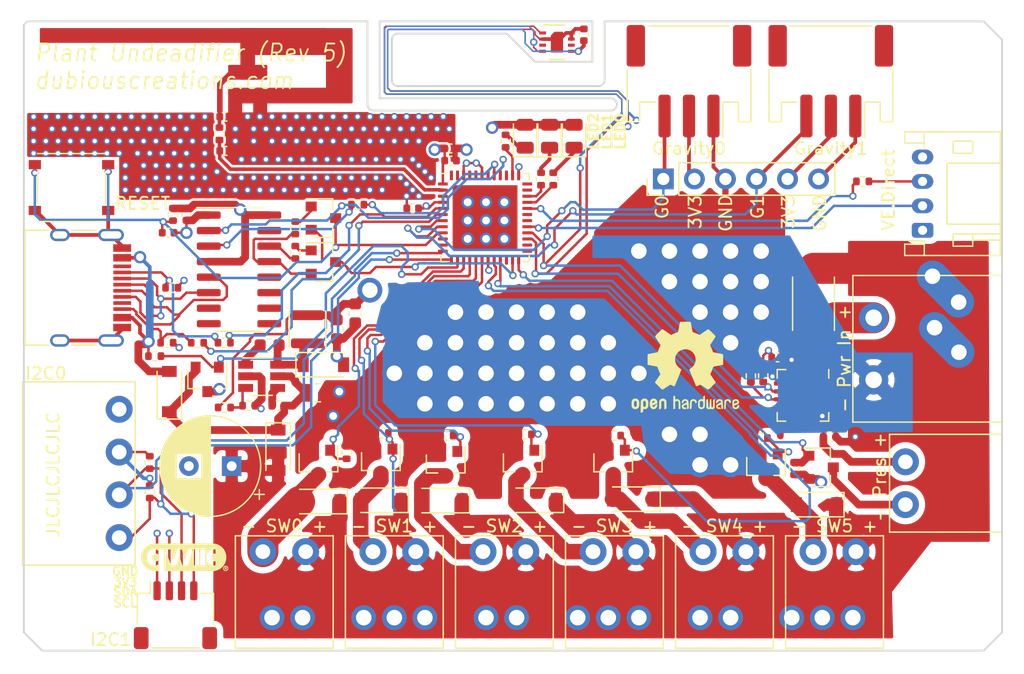
<source format=kicad_pcb>
(kicad_pcb (version 20171130) (host pcbnew "(5.1.9)-1")
  (layers (0 F.Cu mixed) (1 Gnd.Cu mixed) (2 Vcc.Cu mixed) (31 B.Cu mixed) (35 F.Paste user) (36 B.SilkS user) (37 F.SilkS user) (38 B.Mask user) (39 F.Mask user) (44 Edge.Cuts user))
  (net 0 "")
  (net 1 GND)
  (net 2 +3V3)
  (net 3 "Net-(D4-Pad1)")
  (net 4 "Net-(D5-Pad1)")
  (net 5 "Net-(D6-Pad1)")
  (net 6 /VD_TX)
  (net 7 /VD_RX)
  (net 8 +12V)
  (net 9 /SCL)
  (net 10 /SDA)
  (net 11 "Net-(D8-Pad2)")
  (net 12 "Net-(D9-Pad2)")
  (net 13 /BATT_SHUNT_N)
  (net 14 /EN)
  (net 15 /USB_RTS)
  (net 16 "Net-(Q1-Pad1)")
  (net 17 /IO0)
  (net 18 /USB_DTR)
  (net 19 "Net-(Q4-Pad1)")
  (net 20 /USB_TX)
  (net 21 /USB_RX)
  (net 22 "Net-(C16-Pad2)")
  (net 23 "Net-(C16-Pad1)")
  (net 24 "Net-(R5-Pad2)")
  (net 25 /PRESSURE_SW)
  (net 26 "Net-(R25-Pad2)")
  (net 27 "Net-(R26-Pad2)")
  (net 28 /SW0)
  (net 29 /SW1)
  (net 30 /SCL_EXT)
  (net 31 /SDA_EXT)
  (net 32 /Vbus)
  (net 33 /Dm)
  (net 34 /Dp)
  (net 35 /CC1)
  (net 36 /CC2)
  (net 37 "Net-(J6-Pad1)")
  (net 38 "Net-(D3-Pad2)")
  (net 39 "Net-(D11-Pad2)")
  (net 40 /SW2)
  (net 41 /SW3)
  (net 42 "Net-(R22-Pad2)")
  (net 43 /Vbus_blocked)
  (net 44 /CC1_ADC)
  (net 45 /CC2_ADC)
  (net 46 "Net-(D13-Pad2)")
  (net 47 "Net-(D14-Pad2)")
  (net 48 /SW4)
  (net 49 /SW5)
  (net 50 /PRES_SHUNT_N)
  (net 51 /GRAVITY0)
  (net 52 /GRAVITY1)
  (net 53 /LNA)
  (net 54 /LED0)
  (net 55 /LED1)
  (net 56 /LED2)
  (net 57 "Net-(AE1-Pad2)")
  (net 58 /~Vbus_to_12V_EN)
  (module LED_SMD:LED_0805_2012Metric (layer F.Cu) (at 94.5 58.9 90)
    (fp_text reference D6 hide)
    (fp_text value RED)
    (pad 2 smd roundrect (at 0.9375 0 90) (size 0.975 1.4) (layers F.Cu F.Paste F.Mask) (net 2 +3V3))
    (pad 1 smd roundrect (at -0.9375 0 90) (size 0.975 1.4) (layers F.Cu F.Paste F.Mask) (net 5 "Net-(D6-Pad1)"))
  )
  (module LED_SMD:LED_0805_2012Metric (layer F.Cu) (at 96.5 58.9 90)
    (fp_text reference D5 hide)
    (fp_text value GREEN)
    (pad 2 smd roundrect (at 0.9375 0 90) (size 0.975 1.4) (layers F.Cu F.Paste F.Mask) (net 2 +3V3))
    (pad 1 smd roundrect (at -0.9375 0 90) (size 0.975 1.4) (layers F.Cu F.Paste F.Mask) (net 4 "Net-(D5-Pad1)"))
  )
  (module LED_SMD:LED_0805_2012Metric (layer F.Cu) (at 98.5 58.9 90)
    (fp_text reference D4 hide)
    (fp_text value YELLOW)
    (pad 2 smd roundrect (at 0.9375 0 90) (size 0.975 1.4) (layers F.Cu F.Paste F.Mask) (net 2 +3V3))
    (pad 1 smd roundrect (at -0.9375 0 90) (size 0.975 1.4) (layers F.Cu F.Paste F.Mask) (net 3 "Net-(D4-Pad1)"))
  )
  (module modular_blocks:WJ2EDGRC-5-08-2P (layer F.Cu) (at 127.4 76.3 90)
    (fp_text reference J2 hide)
    (fp_text value CONN_01X02)
    (pad 2 thru_hole circle (at 2.54 -4.4 90) (size 2.4 2.4) (drill 1.35) (layers *.Cu *.Mask) (net 13 /BATT_SHUNT_N))
    (pad 1 thru_hole circle (at -2.54 -4.4 90) (size 2.4 2.4) (drill 1.35) (layers *.Cu *.Mask) (net 1 GND))
  )
  (module Symbol:OSHW-Logo2_9.8x8mm_SilkScreen (layer F.Cu) (at 107.6 77.8)
    (fp_text reference LOGO2 hide)
    (fp_text value Logo_Open_Hardware_Large hide)
  )
  (module MountingHole:MountingHole_3.2mm_M3 (layer F.Cu) (at 129 97.3)
    (fp_text reference H3 hide)
    (fp_text value MountingHole)
    (pad 1 np_thru_hole circle (at 0 0) (size 3.2 3.2) (drill 3.2) (layers *.Cu *.Mask))
  )
  (module Connector_JST:JST_PH_S3B-PH-SM4-TB_1x03-1MP_P2.00mm_Horizontal (layer F.Cu) (at 119.5 54.4 180)
    (fp_text reference J16 hide)
    (fp_text value CONN_01X03)
    (pad MP smd roundrect (at 4.35 2.9 180) (size 1.5 3.4) (layers F.Cu F.Paste F.Mask) (roundrect_rratio 0.166667))
    (pad MP smd roundrect (at -4.35 2.9 180) (size 1.5 3.4) (layers F.Cu F.Paste F.Mask) (roundrect_rratio 0.166667))
    (pad 3 smd roundrect (at 2 -2.85 180) (size 1 3.5) (layers F.Cu F.Paste F.Mask) (net 52 /GRAVITY1))
    (pad 2 smd roundrect (at 0 -2.85 180) (size 1 3.5) (layers F.Cu F.Paste F.Mask) (net 2 +3V3))
    (pad 1 smd roundrect (at -2 -2.85 180) (size 1 3.5) (layers F.Cu F.Paste F.Mask) (net 1 GND))
  )
  (module Connector_JST:JST_PH_S3B-PH-SM4-TB_1x03-1MP_P2.00mm_Horizontal (layer F.Cu) (at 107.9 54.4 180)
    (fp_text reference J14 hide)
    (fp_text value CONN_01X03)
    (pad MP smd roundrect (at 4.35 2.9 180) (size 1.5 3.4) (layers F.Cu F.Paste F.Mask) (roundrect_rratio 0.166667))
    (pad MP smd roundrect (at -4.35 2.9 180) (size 1.5 3.4) (layers F.Cu F.Paste F.Mask) (roundrect_rratio 0.166667))
    (pad 3 smd roundrect (at 2 -2.85 180) (size 1 3.5) (layers F.Cu F.Paste F.Mask) (net 51 /GRAVITY0))
    (pad 2 smd roundrect (at 0 -2.85 180) (size 1 3.5) (layers F.Cu F.Paste F.Mask) (net 2 +3V3))
    (pad 1 smd roundrect (at -2 -2.85 180) (size 1 3.5) (layers F.Cu F.Paste F.Mask) (net 1 GND))
  )
  (module modular_blocks:KF2EDGR-3.5-4P (layer F.Cu) (at 53.4 86.5 270)
    (fp_text reference J8 hide)
    (fp_text value CONN_01X04)
    (pad 4 thru_hole circle (at 5.25 -7.9 270) (size 2.2 2.2) (drill 1.2) (layers *.Cu *.Mask) (net 30 /SCL_EXT))
    (pad 1 thru_hole circle (at -5.25 -7.9 270) (size 2.2 2.2) (drill 1.2) (layers *.Cu *.Mask) (net 1 GND))
    (pad 3 thru_hole circle (at 1.75 -7.9 270) (size 2.2 2.2) (drill 1.2) (layers *.Cu *.Mask) (net 31 /SDA_EXT))
    (pad 2 thru_hole circle (at -1.75 -7.9 270) (size 2.2 2.2) (drill 1.2) (layers *.Cu *.Mask) (net 2 +3V3))
  )
  (module Connector_USB:USB_C_Receptacle_HRO_TYPE-C-31-M-12 (layer F.Cu) (at 57.5 71.3 270)
    (fp_text reference J9 hide)
    (fp_text value USB_C_Receptacle_USB2.0)
    (pad B1 smd rect (at 3.25 -4.045 270) (size 0.6 1.45) (layers F.Cu F.Paste F.Mask) (net 1 GND))
    (pad A9 smd rect (at 2.45 -4.045 270) (size 0.6 1.45) (layers F.Cu F.Paste F.Mask) (net 32 /Vbus))
    (pad B9 smd rect (at -2.45 -4.045 270) (size 0.6 1.45) (layers F.Cu F.Paste F.Mask) (net 32 /Vbus))
    (pad B12 smd rect (at -3.25 -4.045 270) (size 0.6 1.45) (layers F.Cu F.Paste F.Mask) (net 1 GND))
    (pad A1 smd rect (at -3.25 -4.045 270) (size 0.6 1.45) (layers F.Cu F.Paste F.Mask) (net 1 GND))
    (pad A4 smd rect (at -2.45 -4.045 270) (size 0.6 1.45) (layers F.Cu F.Paste F.Mask) (net 32 /Vbus))
    (pad B4 smd rect (at 2.45 -4.045 270) (size 0.6 1.45) (layers F.Cu F.Paste F.Mask) (net 32 /Vbus))
    (pad A12 smd rect (at 3.25 -4.045 270) (size 0.6 1.45) (layers F.Cu F.Paste F.Mask) (net 1 GND))
    (pad B8 smd rect (at -1.75 -4.045 270) (size 0.3 1.45) (layers F.Cu F.Paste F.Mask))
    (pad A5 smd rect (at -1.25 -4.045 270) (size 0.3 1.45) (layers F.Cu F.Paste F.Mask) (net 35 /CC1))
    (pad B7 smd rect (at -0.75 -4.045 270) (size 0.3 1.45) (layers F.Cu F.Paste F.Mask) (net 33 /Dm))
    (pad A7 smd rect (at 0.25 -4.045 270) (size 0.3 1.45) (layers F.Cu F.Paste F.Mask) (net 33 /Dm))
    (pad B6 smd rect (at 0.75 -4.045 270) (size 0.3 1.45) (layers F.Cu F.Paste F.Mask) (net 34 /Dp))
    (pad A8 smd rect (at 1.25 -4.045 270) (size 0.3 1.45) (layers F.Cu F.Paste F.Mask))
    (pad B5 smd rect (at 1.75 -4.045 270) (size 0.3 1.45) (layers F.Cu F.Paste F.Mask) (net 36 /CC2))
    (pad A6 smd rect (at -0.25 -4.045 270) (size 0.3 1.45) (layers F.Cu F.Paste F.Mask) (net 34 /Dp))
    (pad S1 thru_hole oval (at 4.32 -3.13 270) (size 1 2.1) (drill oval 0.6 1.7) (layers *.Cu *.Mask) (net 1 GND))
    (pad S1 thru_hole oval (at -4.32 -3.13 270) (size 1 2.1) (drill oval 0.6 1.7) (layers *.Cu *.Mask) (net 1 GND))
    (pad "" np_thru_hole circle (at -2.89 -2.6 270) (size 0.65 0.65) (drill 0.65) (layers *.Cu *.Mask))
    (pad S1 thru_hole oval (at -4.32 1.05 270) (size 1 1.6) (drill oval 0.6 1.2) (layers *.Cu *.Mask) (net 1 GND))
    (pad "" np_thru_hole circle (at 2.89 -2.6 270) (size 0.65 0.65) (drill 0.65) (layers *.Cu *.Mask))
    (pad S1 thru_hole oval (at 4.32 1.05 270) (size 1 1.6) (drill oval 0.6 1.2) (layers *.Cu *.Mask) (net 1 GND))
  )
  (module Resistor_SMD:R_0402_1005Metric (layer F.Cu) (at 119.4 83.5)
    (fp_text reference R6 hide)
    (fp_text value 6.8R)
    (pad 2 smd roundrect (at 0.51 0) (size 0.54 0.64) (layers F.Cu F.Paste F.Mask) (net 8 +12V))
    (pad 1 smd roundrect (at -0.51 0) (size 0.54 0.64) (layers F.Cu F.Paste F.Mask) (net 50 /PRES_SHUNT_N))
  )
  (module Capacitor_SMD:C_0603_1608Metric (layer F.Cu) (at 80.6 73.4 270)
    (fp_text reference C10 hide)
    (fp_text value 22uF)
    (pad 2 smd roundrect (at 0.775 0 270) (size 0.9 0.95) (layers F.Cu F.Paste F.Mask) (net 1 GND))
    (pad 1 smd roundrect (at -0.775 0 270) (size 0.9 0.95) (layers F.Cu F.Paste F.Mask) (net 2 +3V3))
  )
  (module Capacitor_SMD:C_0402_1005Metric (layer F.Cu) (at 99.3 50.6 90)
    (fp_text reference C8 hide)
    (fp_text value 0.1uF)
    (pad 2 smd roundrect (at 0.48 0 90) (size 0.56 0.62) (layers F.Cu F.Paste F.Mask) (net 1 GND))
    (pad 1 smd roundrect (at -0.48 0 90) (size 0.56 0.62) (layers F.Cu F.Paste F.Mask) (net 2 +3V3))
  )
  (module Sensor_Humidity:Sensirion_DFN-8-1EP_2.5x2.5mm_P0.5mm_EP1.1x1.7mm (layer F.Cu) (at 97.1 51.2)
    (fp_text reference U1 hide)
    (fp_text value SHT30-DIS)
    (pad 1 smd rect (at -1.175 -0.75) (size 0.55 0.25) (layers F.Cu F.Paste F.Mask) (net 10 /SDA))
    (pad 2 smd rect (at -1.175 -0.25) (size 0.55 0.25) (layers F.Cu F.Paste F.Mask) (net 1 GND))
    (pad 3 smd rect (at -1.175 0.25) (size 0.55 0.25) (layers F.Cu F.Paste F.Mask))
    (pad 4 smd rect (at -1.175 0.75 180) (size 0.55 0.25) (layers F.Cu F.Paste F.Mask) (net 9 /SCL))
    (pad 5 smd rect (at 1.175 0.75) (size 0.55 0.25) (layers F.Cu F.Paste F.Mask) (net 2 +3V3))
    (pad 6 smd rect (at 1.175 0.25) (size 0.55 0.25) (layers F.Cu F.Paste F.Mask))
    (pad 7 smd rect (at 1.175 -0.25) (size 0.55 0.25) (layers F.Cu F.Paste F.Mask) (net 1 GND))
    (pad 8 smd rect (at 1.175 -0.75) (size 0.55 0.25) (layers F.Cu F.Paste F.Mask) (net 1 GND))
    (pad 9 smd custom (at 0 0) (size 1 1) (layers F.Cu F.Mask) (net 1 GND) (options (clearance outline) (anchor circle)) (primitives (gr_poly (pts (xy 0.5 0.85) (xy -0.5 0.85) (xy -0.5 -0.55) (xy -0.2 -0.85) (xy 0.5 -0.85)) (width 0))))
  )
  (module Resistor_SMD:R_0402_1005Metric (layer F.Cu) (at 69.5 58.7 270)
    (fp_text reference R4 hide)
    (fp_text value 0R)
    (pad 2 smd roundrect (at 0.51 0 270) (size 0.54 0.64) (layers F.Cu F.Paste F.Mask) (net 53 /LNA))
    (pad 1 smd roundrect (at -0.51 0 270) (size 0.54 0.64) (layers F.Cu F.Paste F.Mask) (net 57 "Net-(AE1-Pad2)"))
  )
  (module Capacitor_SMD:C_0402_1005Metric (layer F.Cu) (at 70 57.3)
    (fp_text reference C7 hide)
    (fp_text value DNP)
    (pad 2 smd roundrect (at 0.48 0) (size 0.56 0.62) (layers F.Cu F.Paste F.Mask) (net 1 GND))
    (pad 1 smd roundrect (at -0.48 0) (size 0.56 0.62) (layers F.Cu F.Paste F.Mask) (net 57 "Net-(AE1-Pad2)"))
  )
  (module Capacitor_SMD:C_0402_1005Metric (layer F.Cu) (at 70 60.1)
    (fp_text reference C1 hide)
    (fp_text value DNP)
    (pad 2 smd roundrect (at 0.48 0) (size 0.56 0.62) (layers F.Cu F.Paste F.Mask) (net 1 GND))
    (pad 1 smd roundrect (at -0.48 0) (size 0.56 0.62) (layers F.Cu F.Paste F.Mask) (net 53 /LNA))
  )
  (module Antennas:TI_DN007_2.4GHz (layer F.Cu) (at 76.6 53.2)
    (fp_text reference AE1 hide)
    (fp_text value Antenna_Dipole)
    (pad 1 connect rect (at -6.29 0.97) (size 0.2 0.2) (layers F.Cu) (net 1 GND))
    (pad 1 connect circle (at -21.69 -2.04 315) (size 0.2 0.2) (layers F.Cu) (net 1 GND))
    (pad 1 connect circle (at -21.69 -3.05 315) (size 0.2 0.2) (layers F.Cu) (net 1 GND))
    (pad 1 connect rect (at -21 -2.545) (size 1.58 1.01) (layers F.Cu) (net 1 GND))
    (pad 1 connect circle (at -3.29 -0.04 315) (size 0.2 0.2) (layers F.Cu) (net 1 GND))
    (pad 1 connect circle (at -3.29 0.97 315) (size 0.2 0.2) (layers F.Cu) (net 1 GND))
    (pad 1 connect circle (at -6.29 -0.04 315) (size 0.2 0.2) (layers F.Cu) (net 1 GND))
    (pad 1 connect circle (at -7.2 1.394 315) (size 0.2 0.2) (layers F.Cu) (net 1 GND))
    (pad 1 connect circle (at -6.29 1.83 315) (size 0.2 0.2) (layers F.Cu) (net 1 GND))
    (pad 1 connect circle (at 3.69 2.92 315) (size 0.2 0.2) (layers F.Cu) (net 1 GND))
    (pad 1 connect circle (at 3.69 -3.05 315) (size 0.2 0.2) (layers F.Cu) (net 1 GND))
    (pad 1 connect rect (at -6.668 1.046 315) (size 0.46 1.246) (layers F.Cu) (net 1 GND))
    (pad 2 connect rect (at -7.07 2.577) (size 0.46 2.366) (layers F.Cu) (net 57 "Net-(AE1-Pad2)"))
    (pad 1 connect rect (at -5.815 2.795) (size 1.15 1.93) (layers F.Cu) (net 1 GND))
    (pad 1 connect rect (at -3.765 2.745) (size 1.15 2.03) (layers F.Cu) (net 1 GND))
    (pad 1 connect rect (at -4.79 -1.04) (size 1.2 4.22) (layers F.Cu) (net 1 GND))
    (pad 1 connect rect (at -4.79 0.465) (size 3.2 1.01) (layers F.Cu) (net 1 GND))
    (pad 1 connect rect (at -4.79 0.465) (size 3 1.21) (layers F.Cu) (net 1 GND))
    (pad 1 connect rect (at -1.3 2.375) (size 9.98 1.29) (layers F.Cu) (net 1 GND))
    (pad 1 connect rect (at 2.7 -0.065) (size 2.18 5.97) (layers F.Cu) (net 1 GND))
    (pad 1 connect rect (at -1.89 -2.045) (size 7 2.21) (layers F.Cu) (net 1 GND))
    (pad 1 connect rect (at -9 -2.545) (size 25.38 1.21) (layers F.Cu) (net 1 GND))
  )
  (module Connector_PinHeader_2.54mm:PinHeader_1x06_P2.54mm_Vertical (layer F.Cu) (at 105.8 62.4 90)
    (fp_text reference J10 hide)
    (fp_text value CONN_01X06)
    (pad 6 thru_hole oval (at 0 12.7 90) (size 1.7 1.7) (drill 1) (layers *.Cu *.Mask) (net 1 GND))
    (pad 5 thru_hole oval (at 0 10.16 90) (size 1.7 1.7) (drill 1) (layers *.Cu *.Mask) (net 2 +3V3))
    (pad 4 thru_hole oval (at 0 7.62 90) (size 1.7 1.7) (drill 1) (layers *.Cu *.Mask) (net 52 /GRAVITY1))
    (pad 3 thru_hole oval (at 0 5.08 90) (size 1.7 1.7) (drill 1) (layers *.Cu *.Mask) (net 1 GND))
    (pad 2 thru_hole oval (at 0 2.54 90) (size 1.7 1.7) (drill 1) (layers *.Cu *.Mask) (net 2 +3V3))
    (pad 1 thru_hole rect (at 0 0 90) (size 1.7 1.7) (drill 1) (layers *.Cu *.Mask) (net 51 /GRAVITY0))
  )
  (module Resistor_SMD:R_0402_1005Metric (layer F.Cu) (at 95.8 62.4 90)
    (fp_text reference R9 hide)
    (fp_text value 33R)
    (pad 2 smd roundrect (at 0.51 0 90) (size 0.54 0.64) (layers F.Cu F.Paste F.Mask) (net 4 "Net-(D5-Pad1)"))
    (pad 1 smd roundrect (at -0.51 0 90) (size 0.54 0.64) (layers F.Cu F.Paste F.Mask) (net 55 /LED1))
  )
  (module Resistor_SMD:R_0402_1005Metric (layer F.Cu) (at 92.9 59.3 90)
    (fp_text reference R10 hide)
    (fp_text value 75R)
    (pad 2 smd roundrect (at 0.51 0 90) (size 0.54 0.64) (layers F.Cu F.Paste F.Mask) (net 5 "Net-(D6-Pad1)"))
    (pad 1 smd roundrect (at -0.51 0 90) (size 0.54 0.64) (layers F.Cu F.Paste F.Mask) (net 56 /LED2))
  )
  (module Resistor_SMD:R_0402_1005Metric (layer F.Cu) (at 96.8 62.4 90)
    (fp_text reference R8 hide)
    (fp_text value 75R)
    (pad 2 smd roundrect (at 0.51 0 90) (size 0.54 0.64) (layers F.Cu F.Paste F.Mask) (net 3 "Net-(D4-Pad1)"))
    (pad 1 smd roundrect (at -0.51 0 90) (size 0.54 0.64) (layers F.Cu F.Paste F.Mask) (net 54 /LED0))
  )
  (module Package_TO_SOT_SMD:SOT-23 (layer F.Cu) (at 114.2 85.9 270)
    (fp_text reference Q10 hide)
    (fp_text value YJL3416A)
    (pad 3 smd rect (at 1 0 270) (size 0.9 0.8) (layers F.Cu F.Paste F.Mask) (net 47 "Net-(D14-Pad2)"))
    (pad 2 smd rect (at -1 0.95 270) (size 0.9 0.8) (layers F.Cu F.Paste F.Mask) (net 1 GND))
    (pad 1 smd rect (at -1 -0.95 270) (size 0.9 0.8) (layers F.Cu F.Paste F.Mask) (net 49 /SW5))
  )
  (module Connector_JST:JST_PH_S4B-PH-K_1x04_P2.00mm_Horizontal (layer F.Cu) (at 127 66.6 90)
    (fp_text reference J1 hide)
    (fp_text value CONN_01X04)
    (pad 4 thru_hole oval (at 6 0 90) (size 1.2 1.75) (drill 0.75) (layers *.Cu *.Mask))
    (pad 3 thru_hole oval (at 4 0 90) (size 1.2 1.75) (drill 0.75) (layers *.Cu *.Mask) (net 7 /VD_RX))
    (pad 2 thru_hole oval (at 2 0 90) (size 1.2 1.75) (drill 0.75) (layers *.Cu *.Mask) (net 6 /VD_TX))
    (pad 1 thru_hole roundrect (at 0 0 90) (size 1.2 1.75) (drill 0.75) (layers *.Cu *.Mask) (roundrect_rratio 0.208333) (net 1 GND))
  )
  (module Capacitor_SMD:C_0402_1005Metric (layer F.Cu) (at 115.14 77)
    (fp_text reference C20 hide)
    (fp_text value 0.1uF)
    (pad 2 smd roundrect (at 0.48 0) (size 0.56 0.62) (layers F.Cu F.Paste F.Mask) (net 1 GND))
    (pad 1 smd roundrect (at -0.48 0) (size 0.56 0.62) (layers F.Cu F.Paste F.Mask) (net 2 +3V3))
  )
  (module Package_DFN_QFN:Texas_RGV_S-PVQFN-N16_EP2.1x2.1mm (layer F.Cu) (at 117.22 80.11 270)
    (fp_text reference U2 hide)
    (fp_text value INA3221)
    (pad 17 smd rect (at 0 0 270) (size 2.1 2.1) (layers F.Cu F.Mask))
    (pad 16 smd roundrect (at -0.975 -1.8625 270) (size 0.35 1.025) (layers F.Cu F.Paste F.Mask))
    (pad 15 smd roundrect (at -0.325 -1.8625 270) (size 0.35 1.025) (layers F.Cu F.Paste F.Mask) (net 8 +12V))
    (pad 14 smd roundrect (at 0.325 -1.8625 270) (size 0.35 1.025) (layers F.Cu F.Paste F.Mask) (net 50 /PRES_SHUNT_N))
    (pad 13 smd roundrect (at 0.975 -1.8625 270) (size 0.35 1.025) (layers F.Cu F.Paste F.Mask))
    (pad 12 smd roundrect (at 1.8625 -0.975 270) (size 1.025 0.35) (layers F.Cu F.Paste F.Mask) (net 1 GND))
    (pad 11 smd roundrect (at 1.8625 -0.325 270) (size 1.025 0.35) (layers F.Cu F.Paste F.Mask) (net 1 GND))
    (pad 10 smd roundrect (at 1.8625 0.325 270) (size 1.025 0.35) (layers F.Cu F.Paste F.Mask))
    (pad 9 smd roundrect (at 1.8625 0.975 270) (size 1.025 0.35) (layers F.Cu F.Paste F.Mask))
    (pad 8 smd roundrect (at 0.975 1.8625 270) (size 0.35 1.025) (layers F.Cu F.Paste F.Mask))
    (pad 7 smd roundrect (at 0.325 1.8625 270) (size 0.35 1.025) (layers F.Cu F.Paste F.Mask) (net 10 /SDA))
    (pad 6 smd roundrect (at -0.325 1.8625 270) (size 0.35 1.025) (layers F.Cu F.Paste F.Mask) (net 9 /SCL))
    (pad 5 smd roundrect (at -0.975 1.8625 270) (size 0.35 1.025) (layers F.Cu F.Paste F.Mask) (net 1 GND))
    (pad 4 smd roundrect (at -1.8625 0.975 270) (size 1.025 0.35) (layers F.Cu F.Paste F.Mask) (net 2 +3V3))
    (pad 3 smd roundrect (at -1.8625 0.325 270) (size 1.025 0.35) (layers F.Cu F.Paste F.Mask) (net 1 GND))
    (pad 2 smd roundrect (at -1.8625 -0.325 270) (size 1.025 0.35) (layers F.Cu F.Paste F.Mask) (net 8 +12V))
    (pad 1 smd roundrect (at -1.8625 -0.975 270) (size 1.025 0.35) (layers F.Cu F.Paste F.Mask) (net 13 /BATT_SHUNT_N))
  )
  (module Resistor_SMD:R_0402_1005Metric (layer F.Cu) (at 79.9 84.79 270)
    (fp_text reference R21 hide)
    (fp_text value 10kR)
    (pad 2 smd roundrect (at 0.51 0 270) (size 0.54 0.64) (layers F.Cu F.Paste F.Mask) (net 28 /SW0))
    (pad 1 smd roundrect (at -0.51 0 270) (size 0.54 0.64) (layers F.Cu F.Paste F.Mask) (net 1 GND))
  )
  (module Package_TO_SOT_SMD:SOT-23 (layer F.Cu) (at 88 85.7 270)
    (fp_text reference Q3 hide)
    (fp_text value YJL3416A)
    (pad 3 smd rect (at 1 0 270) (size 0.9 0.8) (layers F.Cu F.Paste F.Mask) (net 12 "Net-(D9-Pad2)"))
    (pad 2 smd rect (at -1 0.95 270) (size 0.9 0.8) (layers F.Cu F.Paste F.Mask) (net 1 GND))
    (pad 1 smd rect (at -1 -0.95 270) (size 0.9 0.8) (layers F.Cu F.Paste F.Mask) (net 40 /SW2))
  )
  (module Package_TO_SOT_SMD:SOT-23 (layer F.Cu) (at 94.3 85.6 270)
    (fp_text reference Q2 hide)
    (fp_text value YJL3416A)
    (pad 3 smd rect (at 1 0 270) (size 0.9 0.8) (layers F.Cu F.Paste F.Mask) (net 11 "Net-(D8-Pad2)"))
    (pad 2 smd rect (at -1 0.95 270) (size 0.9 0.8) (layers F.Cu F.Paste F.Mask) (net 1 GND))
    (pad 1 smd rect (at -1 -0.95 270) (size 0.9 0.8) (layers F.Cu F.Paste F.Mask) (net 41 /SW3))
  )
  (module Resistor_SMD:R_0402_1005Metric (layer F.Cu) (at 94.5 83.3)
    (fp_text reference R7 hide)
    (fp_text value 10kR)
    (pad 2 smd roundrect (at 0.51 0) (size 0.54 0.64) (layers F.Cu F.Paste F.Mask) (net 41 /SW3))
    (pad 1 smd roundrect (at -0.51 0) (size 0.54 0.64) (layers F.Cu F.Paste F.Mask) (net 1 GND))
  )
  (module Resistor_SMD:R_0402_1005Metric (layer F.Cu) (at 82.8 83.2)
    (fp_text reference R20 hide)
    (fp_text value 10kR)
    (pad 2 smd roundrect (at 0.51 0) (size 0.54 0.64) (layers F.Cu F.Paste F.Mask) (net 29 /SW1))
    (pad 1 smd roundrect (at -0.51 0) (size 0.54 0.64) (layers F.Cu F.Paste F.Mask) (net 1 GND))
  )
  (module modular_blocks:KF2EDGR-3.5-2P (layer F.Cu) (at 133.5 87.3 90)
    (fp_text reference J6 hide)
    (fp_text value CONN_01X02)
    (pad 2 thru_hole circle (at 1.75 -7.9 90) (size 2.2 2.2) (drill 1.2) (layers *.Cu *.Mask) (net 50 /PRES_SHUNT_N))
    (pad 1 thru_hole circle (at -1.75 -7.9 90) (size 2.2 2.2) (drill 1.2) (layers *.Cu *.Mask) (net 37 "Net-(J6-Pad1)"))
  )
  (module Capacitor_SMD:C_0402_1005Metric (layer F.Cu) (at 85.3 64.8 180)
    (fp_text reference C5 hide)
    (fp_text value 0.1uF)
    (pad 2 smd roundrect (at 0.48 0 180) (size 0.56 0.62) (layers F.Cu F.Paste F.Mask) (net 1 GND))
    (pad 1 smd roundrect (at -0.48 0 180) (size 0.56 0.62) (layers F.Cu F.Paste F.Mask) (net 2 +3V3))
  )
  (module Resistor_SMD:R_0402_1005Metric (layer F.Cu) (at 113.8 83.6)
    (fp_text reference R30 hide)
    (fp_text value 10kR)
    (pad 2 smd roundrect (at 0.51 0) (size 0.54 0.64) (layers F.Cu F.Paste F.Mask) (net 49 /SW5))
    (pad 1 smd roundrect (at -0.51 0) (size 0.54 0.64) (layers F.Cu F.Paste F.Mask) (net 1 GND))
  )
  (module Resistor_SMD:R_0402_1005Metric (layer F.Cu) (at 101.8 83.4)
    (fp_text reference R29 hide)
    (fp_text value 10kR)
    (pad 2 smd roundrect (at 0.51 0) (size 0.54 0.64) (layers F.Cu F.Paste F.Mask) (net 48 /SW4))
    (pad 1 smd roundrect (at -0.51 0) (size 0.54 0.64) (layers F.Cu F.Paste F.Mask) (net 1 GND))
  )
  (module Package_TO_SOT_SMD:SOT-23 (layer F.Cu) (at 101.7 85.6 270)
    (fp_text reference Q9 hide)
    (fp_text value YJL3416A)
    (pad 3 smd rect (at 1 0 270) (size 0.9 0.8) (layers F.Cu F.Paste F.Mask) (net 46 "Net-(D13-Pad2)"))
    (pad 2 smd rect (at -1 0.95 270) (size 0.9 0.8) (layers F.Cu F.Paste F.Mask) (net 1 GND))
    (pad 1 smd rect (at -1 -0.95 270) (size 0.9 0.8) (layers F.Cu F.Paste F.Mask) (net 48 /SW4))
  )
  (module Diode_SMD:D_SOD-123 (layer F.Cu) (at 118.33 89.05 180)
    (fp_text reference D14 hide)
    (fp_text value D_Schottky)
    (pad 2 smd rect (at 1.65 0 180) (size 0.9 1.2) (layers F.Cu F.Paste F.Mask) (net 47 "Net-(D14-Pad2)"))
    (pad 1 smd rect (at -1.65 0 180) (size 0.9 1.2) (layers F.Cu F.Paste F.Mask) (net 8 +12V))
  )
  (module Diode_SMD:D_SOD-123 (layer F.Cu) (at 103.3 88.6 180)
    (fp_text reference D13 hide)
    (fp_text value D_Schottky)
    (pad 2 smd rect (at 1.65 0 180) (size 0.9 1.2) (layers F.Cu F.Paste F.Mask) (net 46 "Net-(D13-Pad2)"))
    (pad 1 smd rect (at -1.65 0 180) (size 0.9 1.2) (layers F.Cu F.Paste F.Mask) (net 8 +12V))
  )
  (module Capacitor_SMD:C_0402_1005Metric (layer F.Cu) (at 88.4 60.9)
    (fp_text reference C3 hide)
    (fp_text value 0.1uF)
    (pad 2 smd roundrect (at 0.48 0) (size 0.56 0.62) (layers F.Cu F.Paste F.Mask) (net 1 GND))
    (pad 1 smd roundrect (at -0.48 0) (size 0.56 0.62) (layers F.Cu F.Paste F.Mask) (net 2 +3V3))
  )
  (module Diode_SMD:D_SOD-123 (layer F.Cu) (at 82.7 88.7 180)
    (fp_text reference D3 hide)
    (fp_text value D_Schottky)
    (pad 2 smd rect (at 1.65 0 180) (size 0.9 1.2) (layers F.Cu F.Paste F.Mask) (net 38 "Net-(D3-Pad2)"))
    (pad 1 smd rect (at -1.65 0 180) (size 0.9 1.2) (layers F.Cu F.Paste F.Mask) (net 8 +12V))
  )
  (module Package_TO_SOT_SMD:SOT-23 (layer F.Cu) (at 82.7 85.5 270)
    (fp_text reference Q6 hide)
    (fp_text value YJL3416A)
    (pad 3 smd rect (at 1 0 270) (size 0.9 0.8) (layers F.Cu F.Paste F.Mask) (net 38 "Net-(D3-Pad2)"))
    (pad 2 smd rect (at -1 0.95 270) (size 0.9 0.8) (layers F.Cu F.Paste F.Mask) (net 1 GND))
    (pad 1 smd rect (at -1 -0.95 270) (size 0.9 0.8) (layers F.Cu F.Paste F.Mask) (net 29 /SW1))
  )
  (module modular_blocks:KF2EDGR-3.5-2P (layer F.Cu) (at 119.8 100.8)
    (fp_text reference J13 hide)
    (fp_text value CONN_01X02)
    (pad 2 thru_hole circle (at 1.75 -7.9) (size 2.2 2.2) (drill 1.2) (layers *.Cu *.Mask) (net 8 +12V))
    (pad 1 thru_hole circle (at -1.75 -7.9) (size 2.2 2.2) (drill 1.2) (layers *.Cu *.Mask) (net 47 "Net-(D14-Pad2)"))
  )
  (module modular_blocks:KF2EDGR-3.5-2P (layer F.Cu) (at 110.8 100.8)
    (fp_text reference J3 hide)
    (fp_text value CONN_01X02)
    (pad 2 thru_hole circle (at 1.75 -7.9) (size 2.2 2.2) (drill 1.2) (layers *.Cu *.Mask) (net 8 +12V))
    (pad 1 thru_hole circle (at -1.75 -7.9) (size 2.2 2.2) (drill 1.2) (layers *.Cu *.Mask) (net 46 "Net-(D13-Pad2)"))
  )
  (module modular_blocks:KF2EDGR-3.5-2P (layer F.Cu) (at 74.8 100.8)
    (fp_text reference J12 hide)
    (fp_text value CONN_01X02)
    (pad 2 thru_hole circle (at 1.75 -7.9) (size 2.2 2.2) (drill 1.2) (layers *.Cu *.Mask) (net 8 +12V))
    (pad 1 thru_hole circle (at -1.75 -7.9) (size 2.2 2.2) (drill 1.2) (layers *.Cu *.Mask) (net 39 "Net-(D11-Pad2)"))
  )
  (module modular_blocks:KF2EDGR-3.5-2P (layer F.Cu) (at 83.8 100.8)
    (fp_text reference J11 hide)
    (fp_text value CONN_01X02)
    (pad 2 thru_hole circle (at 1.75 -7.9) (size 2.2 2.2) (drill 1.2) (layers *.Cu *.Mask) (net 8 +12V))
    (pad 1 thru_hole circle (at -1.75 -7.9) (size 2.2 2.2) (drill 1.2) (layers *.Cu *.Mask) (net 38 "Net-(D3-Pad2)"))
  )
  (module modular_blocks:KF2EDGR-3.5-2P (layer F.Cu) (at 92.8 100.8)
    (fp_text reference J5 hide)
    (fp_text value CONN_01X02)
    (pad 2 thru_hole circle (at 1.75 -7.9) (size 2.2 2.2) (drill 1.2) (layers *.Cu *.Mask) (net 8 +12V))
    (pad 1 thru_hole circle (at -1.75 -7.9) (size 2.2 2.2) (drill 1.2) (layers *.Cu *.Mask) (net 12 "Net-(D9-Pad2)"))
  )
  (module modular_blocks:KF2EDGR-3.5-2P (layer F.Cu) (at 101.8 100.8)
    (fp_text reference J4 hide)
    (fp_text value CONN_01X02)
    (pad 2 thru_hole circle (at 1.75 -7.9) (size 2.2 2.2) (drill 1.2) (layers *.Cu *.Mask) (net 8 +12V))
    (pad 1 thru_hole circle (at -1.75 -7.9) (size 2.2 2.2) (drill 1.2) (layers *.Cu *.Mask) (net 11 "Net-(D8-Pad2)"))
  )
  (module Logos:qwiic (layer F.Cu) (at 66.6 93.3)
    (fp_text reference LOGO1 hide)
    (fp_text value LOGO hide)
  )
  (module Connector_JST:JST_SH_SM04B-SRSS-TB_1x04-1MP_P1.00mm_Horizontal (layer F.Cu) (at 65.9 98.1)
    (fp_text reference J7 hide)
    (fp_text value CONN_01X04)
    (pad MP smd roundrect (at 2.8 1.875) (size 1.2 1.8) (layers F.Cu F.Paste F.Mask) (roundrect_rratio 0.208333))
    (pad MP smd roundrect (at -2.8 1.875) (size 1.2 1.8) (layers F.Cu F.Paste F.Mask) (roundrect_rratio 0.208333))
    (pad 4 smd roundrect (at 1.5 -2) (size 0.6 1.55) (layers F.Cu F.Paste F.Mask) (net 30 /SCL_EXT))
    (pad 3 smd roundrect (at 0.5 -2) (size 0.6 1.55) (layers F.Cu F.Paste F.Mask) (net 31 /SDA_EXT))
    (pad 2 smd roundrect (at -0.5 -2) (size 0.6 1.55) (layers F.Cu F.Paste F.Mask) (net 2 +3V3))
    (pad 1 smd roundrect (at -1.5 -2) (size 0.6 1.55) (layers F.Cu F.Paste F.Mask) (net 1 GND))
  )
  (module Package_DFN_QFN:QFN-48-1EP_7x7mm_P0.5mm_EP5.3x5.3mm (layer F.Cu) (at 91.22 65.56)
    (fp_text reference U6 hide)
    (fp_text value ESP32-PICO-V3)
    (pad 49 smd rect (at 0 0) (size 5.3 5.3) (layers F.Cu F.Mask) (net 1 GND))
    (pad 48 smd roundrect (at -2.75 -3.45) (size 0.25 0.8) (layers F.Cu F.Paste F.Mask))
    (pad 47 smd roundrect (at -2.25 -3.45) (size 0.25 0.8) (layers F.Cu F.Paste F.Mask))
    (pad 46 smd roundrect (at -1.75 -3.45) (size 0.25 0.8) (layers F.Cu F.Paste F.Mask) (net 2 +3V3))
    (pad 45 smd roundrect (at -1.25 -3.45) (size 0.25 0.8) (layers F.Cu F.Paste F.Mask))
    (pad 44 smd roundrect (at -0.75 -3.45) (size 0.25 0.8) (layers F.Cu F.Paste F.Mask))
    (pad 43 smd roundrect (at -0.25 -3.45) (size 0.25 0.8) (layers F.Cu F.Paste F.Mask) (net 2 +3V3))
    (pad 42 smd roundrect (at 0.25 -3.45) (size 0.25 0.8) (layers F.Cu F.Paste F.Mask))
    (pad 41 smd roundrect (at 0.75 -3.45) (size 0.25 0.8) (layers F.Cu F.Paste F.Mask) (net 26 "Net-(R25-Pad2)"))
    (pad 40 smd roundrect (at 1.25 -3.45) (size 0.25 0.8) (layers F.Cu F.Paste F.Mask) (net 20 /USB_TX))
    (pad 39 smd roundrect (at 1.75 -3.45) (size 0.25 0.8) (layers F.Cu F.Paste F.Mask))
    (pad 38 smd roundrect (at 2.25 -3.45) (size 0.25 0.8) (layers F.Cu F.Paste F.Mask) (net 56 /LED2))
    (pad 37 smd roundrect (at 2.75 -3.45) (size 0.25 0.8) (layers F.Cu F.Paste F.Mask) (net 2 +3V3))
    (pad 36 smd roundrect (at 3.45 -2.75) (size 0.8 0.25) (layers F.Cu F.Paste F.Mask))
    (pad 35 smd roundrect (at 3.45 -2.25) (size 0.8 0.25) (layers F.Cu F.Paste F.Mask))
    (pad 34 smd roundrect (at 3.45 -1.75) (size 0.8 0.25) (layers F.Cu F.Paste F.Mask) (net 55 /LED1))
    (pad 33 smd roundrect (at 3.45 -1.25) (size 0.8 0.25) (layers F.Cu F.Paste F.Mask) (net 54 /LED0))
    (pad 32 smd roundrect (at 3.45 -0.75) (size 0.8 0.25) (layers F.Cu F.Paste F.Mask) (net 27 "Net-(R26-Pad2)"))
    (pad 31 smd roundrect (at 3.45 -0.25) (size 0.8 0.25) (layers F.Cu F.Paste F.Mask))
    (pad 30 smd roundrect (at 3.45 0.25) (size 0.8 0.25) (layers F.Cu F.Paste F.Mask))
    (pad 29 smd roundrect (at 3.45 0.75) (size 0.8 0.25) (layers F.Cu F.Paste F.Mask) (net 6 /VD_TX))
    (pad 28 smd roundrect (at 3.45 1.25) (size 0.8 0.25) (layers F.Cu F.Paste F.Mask) (net 9 /SCL))
    (pad 27 smd roundrect (at 3.45 1.75) (size 0.8 0.25) (layers F.Cu F.Paste F.Mask) (net 10 /SDA))
    (pad 26 smd roundrect (at 3.45 2.25) (size 0.8 0.25) (layers F.Cu F.Paste F.Mask))
    (pad 25 smd roundrect (at 3.45 2.75) (size 0.8 0.25) (layers F.Cu F.Paste F.Mask))
    (pad 24 smd roundrect (at 2.75 3.45) (size 0.25 0.8) (layers F.Cu F.Paste F.Mask) (net 25 /PRESSURE_SW))
    (pad 23 smd roundrect (at 2.25 3.45) (size 0.25 0.8) (layers F.Cu F.Paste F.Mask) (net 17 /IO0))
    (pad 22 smd roundrect (at 1.75 3.45) (size 0.25 0.8) (layers F.Cu F.Paste F.Mask))
    (pad 21 smd roundrect (at 1.25 3.45) (size 0.25 0.8) (layers F.Cu F.Paste F.Mask) (net 49 /SW5))
    (pad 20 smd roundrect (at 0.75 3.45) (size 0.25 0.8) (layers F.Cu F.Paste F.Mask) (net 48 /SW4))
    (pad 19 smd roundrect (at 0.25 3.45) (size 0.25 0.8) (layers F.Cu F.Paste F.Mask) (net 2 +3V3))
    (pad 18 smd roundrect (at -0.25 3.45) (size 0.25 0.8) (layers F.Cu F.Paste F.Mask) (net 41 /SW3))
    (pad 17 smd roundrect (at -0.75 3.45) (size 0.25 0.8) (layers F.Cu F.Paste F.Mask) (net 40 /SW2))
    (pad 16 smd roundrect (at -1.25 3.45) (size 0.25 0.8) (layers F.Cu F.Paste F.Mask) (net 29 /SW1))
    (pad 15 smd roundrect (at -1.75 3.45) (size 0.25 0.8) (layers F.Cu F.Paste F.Mask) (net 28 /SW0))
    (pad 14 smd roundrect (at -2.25 3.45) (size 0.25 0.8) (layers F.Cu F.Paste F.Mask) (net 58 /~Vbus_to_12V_EN))
    (pad 13 smd roundrect (at -2.75 3.45) (size 0.25 0.8) (layers F.Cu F.Paste F.Mask) (net 30 /SCL_EXT))
    (pad 12 smd roundrect (at -3.45 2.75) (size 0.8 0.25) (layers F.Cu F.Paste F.Mask) (net 31 /SDA_EXT))
    (pad 11 smd roundrect (at -3.45 2.25) (size 0.8 0.25) (layers F.Cu F.Paste F.Mask))
    (pad 10 smd roundrect (at -3.45 1.75) (size 0.8 0.25) (layers F.Cu F.Paste F.Mask))
    (pad 9 smd roundrect (at -3.45 1.25) (size 0.8 0.25) (layers F.Cu F.Paste F.Mask) (net 14 /EN))
    (pad 8 smd roundrect (at -3.45 0.75) (size 0.8 0.25) (layers F.Cu F.Paste F.Mask) (net 52 /GRAVITY1))
    (pad 7 smd roundrect (at -3.45 0.25) (size 0.8 0.25) (layers F.Cu F.Paste F.Mask) (net 51 /GRAVITY0))
    (pad 6 smd roundrect (at -3.45 -0.25) (size 0.8 0.25) (layers F.Cu F.Paste F.Mask) (net 45 /CC2_ADC))
    (pad 5 smd roundrect (at -3.45 -0.75) (size 0.8 0.25) (layers F.Cu F.Paste F.Mask) (net 44 /CC1_ADC))
    (pad 4 smd roundrect (at -3.45 -1.25) (size 0.8 0.25) (layers F.Cu F.Paste F.Mask) (net 2 +3V3))
    (pad 3 smd roundrect (at -3.45 -1.75) (size 0.8 0.25) (layers F.Cu F.Paste F.Mask) (net 2 +3V3))
    (pad 2 smd roundrect (at -3.45 -2.25) (size 0.8 0.25) (layers F.Cu F.Paste F.Mask) (net 53 /LNA))
    (pad 1 smd roundrect (at -3.45 -2.75) (size 0.8 0.25) (layers F.Cu F.Paste F.Mask) (net 2 +3V3))
  )
  (module Resistor_SMD:R_0402_1005Metric (layer F.Cu) (at 75.7 66.4 270)
    (fp_text reference R16 hide)
    (fp_text value 10kR)
    (pad 2 smd roundrect (at 0.51 0 270) (size 0.54 0.64) (layers F.Cu F.Paste F.Mask) (net 18 /USB_DTR))
    (pad 1 smd roundrect (at -0.51 0 270) (size 0.54 0.64) (layers F.Cu F.Paste F.Mask) (net 16 "Net-(Q1-Pad1)"))
  )
  (module Resistor_SMD:R_0402_1005Metric (layer F.Cu) (at 67.7 75.8)
    (fp_text reference R28 hide)
    (fp_text value 100kR)
    (pad 2 smd roundrect (at 0.51 0) (size 0.54 0.64) (layers F.Cu F.Paste F.Mask) (net 45 /CC2_ADC))
    (pad 1 smd roundrect (at -0.51 0) (size 0.54 0.64) (layers F.Cu F.Paste F.Mask) (net 36 /CC2))
  )
  (module Resistor_SMD:R_0402_1005Metric (layer F.Cu) (at 69.89 75.8)
    (fp_text reference R27 hide)
    (fp_text value 100kR)
    (pad 2 smd roundrect (at 0.51 0) (size 0.54 0.64) (layers F.Cu F.Paste F.Mask) (net 44 /CC1_ADC))
    (pad 1 smd roundrect (at -0.51 0) (size 0.54 0.64) (layers F.Cu F.Paste F.Mask) (net 35 /CC1))
  )
  (module Package_SO:SOIC-16_3.9x9.9mm_P1.27mm (layer F.Cu) (at 71.1 69.8)
    (fp_text reference U3 hide)
    (fp_text value CH340C)
    (pad 16 smd roundrect (at 2.475 -4.445) (size 1.95 0.6) (layers F.Cu F.Paste F.Mask) (net 2 +3V3))
    (pad 15 smd roundrect (at 2.475 -3.175) (size 1.95 0.6) (layers F.Cu F.Paste F.Mask))
    (pad 14 smd roundrect (at 2.475 -1.905) (size 1.95 0.6) (layers F.Cu F.Paste F.Mask) (net 15 /USB_RTS))
    (pad 13 smd roundrect (at 2.475 -0.635) (size 1.95 0.6) (layers F.Cu F.Paste F.Mask) (net 18 /USB_DTR))
    (pad 12 smd roundrect (at 2.475 0.635) (size 1.95 0.6) (layers F.Cu F.Paste F.Mask))
    (pad 11 smd roundrect (at 2.475 1.905) (size 1.95 0.6) (layers F.Cu F.Paste F.Mask))
    (pad 10 smd roundrect (at 2.475 3.175) (size 1.95 0.6) (layers F.Cu F.Paste F.Mask))
    (pad 9 smd roundrect (at 2.475 4.445) (size 1.95 0.6) (layers F.Cu F.Paste F.Mask))
    (pad 8 smd roundrect (at -2.475 4.445) (size 1.95 0.6) (layers F.Cu F.Paste F.Mask))
    (pad 7 smd roundrect (at -2.475 3.175) (size 1.95 0.6) (layers F.Cu F.Paste F.Mask))
    (pad 6 smd roundrect (at -2.475 1.905) (size 1.95 0.6) (layers F.Cu F.Paste F.Mask) (net 33 /Dm))
    (pad 5 smd roundrect (at -2.475 0.635) (size 1.95 0.6) (layers F.Cu F.Paste F.Mask) (net 34 /Dp))
    (pad 4 smd roundrect (at -2.475 -0.635) (size 1.95 0.6) (layers F.Cu F.Paste F.Mask) (net 2 +3V3))
    (pad 3 smd roundrect (at -2.475 -1.905) (size 1.95 0.6) (layers F.Cu F.Paste F.Mask) (net 21 /USB_RX))
    (pad 2 smd roundrect (at -2.475 -3.175) (size 1.95 0.6) (layers F.Cu F.Paste F.Mask) (net 20 /USB_TX))
    (pad 1 smd roundrect (at -2.475 -4.445) (size 1.95 0.6) (layers F.Cu F.Paste F.Mask) (net 1 GND))
  )
  (module Resistor_SMD:R_0402_1005Metric (layer F.Cu) (at 64.2 76.9)
    (fp_text reference R24 hide)
    (fp_text value 1kR)
    (pad 2 smd roundrect (at 0.51 0) (size 0.54 0.64) (layers F.Cu F.Paste F.Mask) (net 58 /~Vbus_to_12V_EN))
    (pad 1 smd roundrect (at -0.51 0) (size 0.54 0.64) (layers F.Cu F.Paste F.Mask) (net 32 /Vbus))
  )
  (module Package_TO_SOT_SMD:SOT-23 (layer F.Cu) (at 68.5 78.8 270)
    (fp_text reference Q8 hide)
    (fp_text value Q_PMOS_GDS)
    (pad 3 smd rect (at 1 0 270) (size 0.9 0.8) (layers F.Cu F.Paste F.Mask) (net 8 +12V))
    (pad 2 smd rect (at -1 0.95 270) (size 0.9 0.8) (layers F.Cu F.Paste F.Mask) (net 43 /Vbus_blocked))
    (pad 1 smd rect (at -1 -0.95 270) (size 0.9 0.8) (layers F.Cu F.Paste F.Mask) (net 58 /~Vbus_to_12V_EN))
  )
  (module Diode_SMD:D_SOD-123 (layer F.Cu) (at 65.4 79.8 90)
    (fp_text reference D10 hide)
    (fp_text value D_Schottky)
    (pad 2 smd rect (at 1.65 0 90) (size 0.9 1.2) (layers F.Cu F.Paste F.Mask) (net 32 /Vbus))
    (pad 1 smd rect (at -1.65 0 90) (size 0.9 1.2) (layers F.Cu F.Paste F.Mask) (net 43 /Vbus_blocked))
  )
  (module Inductors:SWPA30xxS (layer F.Cu) (at 76.7 74.7 90)
    (fp_text reference L1 hide)
    (fp_text value 3.3uH)
    (pad 2 smd roundrect (at 1.15 0 90) (size 0.8 2.7) (layers F.Cu F.Paste F.Mask) (net 2 +3V3))
    (pad 1 smd roundrect (at -1.15 0 90) (size 0.8 2.7) (layers F.Cu F.Paste F.Mask) (net 22 "Net-(C16-Pad2)"))
  )
  (module MountingHole:MountingHole_3.2mm_M3 (layer F.Cu) (at 57.8 97.3)
    (fp_text reference H2 hide)
    (fp_text value MountingHole)
    (pad 1 np_thru_hole circle (at 0 0) (size 3.2 3.2) (drill 3.2) (layers *.Cu *.Mask))
  )
  (module MountingHole:MountingHole_3.2mm_M3 (layer F.Cu) (at 128.8 53.8)
    (fp_text reference H1 hide)
    (fp_text value MountingHole)
    (pad 1 np_thru_hole circle (at 0 0) (size 3.2 3.2) (drill 3.2) (layers *.Cu *.Mask))
  )
  (module Resistor_SMD:R_0402_1005Metric (layer F.Cu) (at 65.7 65.3 90)
    (fp_text reference R18 hide)
    (fp_text value 10kR)
    (pad 2 smd roundrect (at 0.51 0 90) (size 0.54 0.64) (layers F.Cu F.Paste F.Mask) (net 2 +3V3))
    (pad 1 smd roundrect (at -0.51 0 90) (size 0.54 0.64) (layers F.Cu F.Paste F.Mask) (net 14 /EN))
  )
  (module Capacitor_THT:CP_Radial_D8.0mm_P3.50mm (layer F.Cu) (at 70.5 85.9 180)
    (fp_text reference C2 hide)
    (fp_text value 220uF/25V)
    (pad 2 thru_hole circle (at 3.5 0 180) (size 1.6 1.6) (drill 0.8) (layers *.Cu *.Mask) (net 1 GND))
    (pad 1 thru_hole rect (at 0 0 180) (size 1.6 1.6) (drill 0.8) (layers *.Cu *.Mask) (net 8 +12V))
  )
  (module Capacitor_SMD:C_0805_2012Metric (layer F.Cu) (at 77.5 79.9)
    (fp_text reference C15 hide)
    (fp_text value 10uF)
    (pad 2 smd roundrect (at 0.95 0) (size 1 1.45) (layers F.Cu F.Paste F.Mask) (net 1 GND))
    (pad 1 smd roundrect (at -0.95 0) (size 1 1.45) (layers F.Cu F.Paste F.Mask) (net 43 /Vbus_blocked))
  )
  (module Resistor_SMD:R_0402_1005Metric (layer F.Cu) (at 74.3 80.95 180)
    (fp_text reference R5 hide)
    (fp_text value 100kR)
    (pad 2 smd roundrect (at 0.51 0 180) (size 0.54 0.64) (layers F.Cu F.Paste F.Mask) (net 24 "Net-(R5-Pad2)"))
    (pad 1 smd roundrect (at -0.51 0 180) (size 0.54 0.64) (layers F.Cu F.Paste F.Mask) (net 43 /Vbus_blocked))
  )
  (module Capacitor_SMD:C_0603_1608Metric (layer F.Cu) (at 73.6 76)
    (fp_text reference C16 hide)
    (fp_text value 0.1uF/50V)
    (pad 2 smd roundrect (at 0.775 0) (size 0.9 0.95) (layers F.Cu F.Paste F.Mask) (net 22 "Net-(C16-Pad2)"))
    (pad 1 smd roundrect (at -0.775 0) (size 0.9 0.95) (layers F.Cu F.Paste F.Mask) (net 23 "Net-(C16-Pad1)"))
  )
  (module Package_TO_SOT_SMD:TSOT-23-6 (layer F.Cu) (at 72.95 78.55)
    (fp_text reference U9 hide)
    (fp_text value TPMP2359)
    (pad 6 smd rect (at 1.31 -0.95) (size 1.22 0.65) (layers F.Cu F.Paste F.Mask) (net 22 "Net-(C16-Pad2)"))
    (pad 5 smd rect (at 1.31 0) (size 1.22 0.65) (layers F.Cu F.Paste F.Mask) (net 43 /Vbus_blocked))
    (pad 4 smd rect (at 1.31 0.95) (size 1.22 0.65) (layers F.Cu F.Paste F.Mask) (net 24 "Net-(R5-Pad2)"))
    (pad 3 smd rect (at -1.31 0.95) (size 1.22 0.65) (layers F.Cu F.Paste F.Mask) (net 42 "Net-(R22-Pad2)"))
    (pad 2 smd rect (at -1.31 0) (size 1.22 0.65) (layers F.Cu F.Paste F.Mask) (net 1 GND))
    (pad 1 smd rect (at -1.31 -0.95) (size 1.22 0.65) (layers F.Cu F.Paste F.Mask) (net 23 "Net-(C16-Pad1)"))
  )
  (module Resistor_SMD:R_0402_1005Metric (layer F.Cu) (at 71.9 80.95)
    (fp_text reference R23 hide)
    (fp_text value 16.2k)
    (pad 2 smd roundrect (at 0.51 0) (size 0.54 0.64) (layers F.Cu F.Paste F.Mask) (net 1 GND))
    (pad 1 smd roundrect (at -0.51 0) (size 0.54 0.64) (layers F.Cu F.Paste F.Mask) (net 42 "Net-(R22-Pad2)"))
  )
  (module Diode_SMD:D_SOD-123 (layer F.Cu) (at 74.3 84.6 270)
    (fp_text reference D12 hide)
    (fp_text value D_Schottky)
    (pad 2 smd rect (at 1.65 0 270) (size 0.9 1.2) (layers F.Cu F.Paste F.Mask) (net 8 +12V))
    (pad 1 smd rect (at -1.65 0 270) (size 0.9 1.2) (layers F.Cu F.Paste F.Mask) (net 43 /Vbus_blocked))
  )
  (module Diode_SMD:D_SOD-123 (layer F.Cu) (at 78 77.6)
    (fp_text reference D7 hide)
    (fp_text value D_Schottky)
    (pad 2 smd rect (at 1.65 0) (size 0.9 1.2) (layers F.Cu F.Paste F.Mask) (net 1 GND))
    (pad 1 smd rect (at -1.65 0) (size 0.9 1.2) (layers F.Cu F.Paste F.Mask) (net 22 "Net-(C16-Pad2)"))
  )
  (module Capacitor_SMD:C_0603_1608Metric (layer F.Cu) (at 79.1 74.7 270)
    (fp_text reference C21 hide)
    (fp_text value 22uF)
    (pad 2 smd roundrect (at 0.775 0 270) (size 0.9 0.95) (layers F.Cu F.Paste F.Mask) (net 1 GND))
    (pad 1 smd roundrect (at -0.775 0 270) (size 0.9 0.95) (layers F.Cu F.Paste F.Mask) (net 2 +3V3))
  )
  (module Package_TO_SOT_SMD:SOT-23 (layer F.Cu) (at 77.6 85.6 270)
    (fp_text reference Q7 hide)
    (fp_text value YJL3416A)
    (pad 3 smd rect (at 1 0 270) (size 0.9 0.8) (layers F.Cu F.Paste F.Mask) (net 39 "Net-(D11-Pad2)"))
    (pad 2 smd rect (at -1 0.95 270) (size 0.9 0.8) (layers F.Cu F.Paste F.Mask) (net 1 GND))
    (pad 1 smd rect (at -1 -0.95 270) (size 0.9 0.8) (layers F.Cu F.Paste F.Mask) (net 28 /SW0))
  )
  (module Diode_SMD:D_SOD-123 (layer F.Cu) (at 77.7 88.8 180)
    (fp_text reference D11 hide)
    (fp_text value D_Schottky)
    (pad 2 smd rect (at 1.65 0 180) (size 0.9 1.2) (layers F.Cu F.Paste F.Mask) (net 39 "Net-(D11-Pad2)"))
    (pad 1 smd rect (at -1.65 0 180) (size 0.9 1.2) (layers F.Cu F.Paste F.Mask) (net 8 +12V))
  )
  (module Resistor_SMD:R_0402_1005Metric (layer F.Cu) (at 88.1 83.4)
    (fp_text reference R15 hide)
    (fp_text value 10kR)
    (pad 2 smd roundrect (at 0.51 0) (size 0.54 0.64) (layers F.Cu F.Paste F.Mask) (net 40 /SW2))
    (pad 1 smd roundrect (at -0.51 0) (size 0.54 0.64) (layers F.Cu F.Paste F.Mask) (net 1 GND))
  )
  (module Package_TO_SOT_SMD:SOT-23 (layer F.Cu) (at 118.7 86)
    (fp_text reference Q5 hide)
    (fp_text value Q_NMOS_GSD/60V)
    (pad 3 smd rect (at 1 0) (size 0.9 0.8) (layers F.Cu F.Paste F.Mask) (net 37 "Net-(J6-Pad1)"))
    (pad 2 smd rect (at -1 0.95) (size 0.9 0.8) (layers F.Cu F.Paste F.Mask) (net 1 GND))
    (pad 1 smd rect (at -1 -0.95) (size 0.9 0.8) (layers F.Cu F.Paste F.Mask) (net 25 /PRESSURE_SW))
  )
  (module Resistor_SMD:R_0402_1005Metric (layer F.Cu) (at 65.2 75.8)
    (fp_text reference R13 hide)
    (fp_text value 5.1k)
    (pad 2 smd roundrect (at 0.51 0) (size 0.54 0.64) (layers F.Cu F.Paste F.Mask) (net 1 GND))
    (pad 1 smd roundrect (at -0.51 0) (size 0.54 0.64) (layers F.Cu F.Paste F.Mask) (net 36 /CC2))
  )
  (module Resistor_SMD:R_0402_1005Metric (layer F.Cu) (at 65.6 71.3)
    (fp_text reference R3 hide)
    (fp_text value 5.1k)
    (pad 2 smd roundrect (at 0.51 0) (size 0.54 0.64) (layers F.Cu F.Paste F.Mask) (net 1 GND))
    (pad 1 smd roundrect (at -0.51 0) (size 0.54 0.64) (layers F.Cu F.Paste F.Mask) (net 35 /CC1))
  )
  (module Resistor_SMD:R_2512_6332Metric (layer F.Cu) (at 118.08 72.61 270)
    (fp_text reference R2 hide)
    (fp_text value 5mR)
    (pad 2 smd roundrect (at 2.9625 0 270) (size 1.225 3.35) (layers F.Cu F.Paste F.Mask) (roundrect_rratio 0.204082) (net 13 /BATT_SHUNT_N))
    (pad 1 smd roundrect (at -2.9625 0 270) (size 1.225 3.35) (layers F.Cu F.Paste F.Mask) (roundrect_rratio 0.204082) (net 8 +12V))
  )
  (module Resistor_SMD:R_0402_1005Metric (layer F.Cu) (at 113.97 78.5 270)
    (fp_text reference R19 hide)
    (fp_text value 2.2kR)
    (pad 2 smd roundrect (at 0.51 0 270) (size 0.54 0.64) (layers F.Cu F.Paste F.Mask) (net 9 /SCL))
    (pad 1 smd roundrect (at -0.51 0 270) (size 0.54 0.64) (layers F.Cu F.Paste F.Mask) (net 2 +3V3))
  )
  (module Resistor_SMD:R_0402_1005Metric (layer F.Cu) (at 112.96 78.51 270)
    (fp_text reference R1 hide)
    (fp_text value 2.2kR)
    (pad 2 smd roundrect (at 0.51 0 270) (size 0.54 0.64) (layers F.Cu F.Paste F.Mask) (net 10 /SDA))
    (pad 1 smd roundrect (at -0.51 0 270) (size 0.54 0.64) (layers F.Cu F.Paste F.Mask) (net 2 +3V3))
  )
  (module Resistor_SMD:R_0402_1005Metric (layer F.Cu) (at 116.5 86.1 90)
    (fp_text reference R14 hide)
    (fp_text value 10kR)
    (pad 2 smd roundrect (at 0.51 0 90) (size 0.54 0.64) (layers F.Cu F.Paste F.Mask) (net 25 /PRESSURE_SW))
    (pad 1 smd roundrect (at -0.51 0 90) (size 0.54 0.64) (layers F.Cu F.Paste F.Mask) (net 1 GND))
  )
  (module Resistor_SMD:R_0402_1005Metric (layer F.Cu) (at 122.1 62.6 180)
    (fp_text reference R26 hide)
    (fp_text value 470R)
    (pad 2 smd roundrect (at 0.51 0 180) (size 0.54 0.64) (layers F.Cu F.Paste F.Mask) (net 27 "Net-(R26-Pad2)"))
    (pad 1 smd roundrect (at -0.51 0 180) (size 0.54 0.64) (layers F.Cu F.Paste F.Mask) (net 7 /VD_RX))
  )
  (module Capacitor_SMD:C_0402_1005Metric (layer F.Cu) (at 88.4 59.9)
    (fp_text reference C9 hide)
    (fp_text value 10uF)
    (pad 2 smd roundrect (at 0.48 0) (size 0.56 0.62) (layers F.Cu F.Paste F.Mask) (net 1 GND))
    (pad 1 smd roundrect (at -0.48 0) (size 0.56 0.62) (layers F.Cu F.Paste F.Mask) (net 2 +3V3))
  )
  (module Resistor_SMD:R_0402_1005Metric (layer F.Cu) (at 80.8 64.5)
    (fp_text reference R25 hide)
    (fp_text value 470R)
    (pad 2 smd roundrect (at 0.51 0) (size 0.54 0.64) (layers F.Cu F.Paste F.Mask) (net 26 "Net-(R25-Pad2)"))
    (pad 1 smd roundrect (at -0.51 0) (size 0.54 0.64) (layers F.Cu F.Paste F.Mask) (net 21 /USB_RX))
  )
  (module Resistor_SMD:R_0402_1005Metric (layer F.Cu) (at 69.9 81.1)
    (fp_text reference R22 hide)
    (fp_text value 49.9k)
    (pad 2 smd roundrect (at 0.51 0) (size 0.54 0.64) (layers F.Cu F.Paste F.Mask) (net 42 "Net-(R22-Pad2)"))
    (pad 1 smd roundrect (at -0.51 0) (size 0.54 0.64) (layers F.Cu F.Paste F.Mask) (net 2 +3V3))
  )
  (module Switch:SW_Push_1P1T_NO_5.1x5.1mm (layer F.Cu) (at 57.4 63.1)
    (fp_text reference SW1 hide)
    (fp_text value SW_Push)
    (pad 2 smd rect (at 3 1.875) (size 1 0.75) (layers F.Cu F.Paste F.Mask) (net 1 GND))
    (pad 1 smd rect (at 3 -1.875) (size 1 0.75) (layers F.Cu F.Paste F.Mask) (net 14 /EN))
    (pad 1 smd rect (at -3 -1.875) (size 1 0.75) (layers F.Cu F.Paste F.Mask) (net 14 /EN))
    (pad 2 smd rect (at -3 1.875) (size 1 0.75) (layers F.Cu F.Paste F.Mask) (net 1 GND))
  )
  (module Resistor_SMD:R_0402_1005Metric (layer F.Cu) (at 75.7 68.4 270)
    (fp_text reference R17 hide)
    (fp_text value 10kR)
    (pad 2 smd roundrect (at 0.51 0 270) (size 0.54 0.64) (layers F.Cu F.Paste F.Mask) (net 15 /USB_RTS))
    (pad 1 smd roundrect (at -0.51 0 270) (size 0.54 0.64) (layers F.Cu F.Paste F.Mask) (net 19 "Net-(Q4-Pad1)"))
  )
  (module Package_TO_SOT_SMD:SOT-23 (layer F.Cu) (at 78 69.2)
    (fp_text reference Q4 hide)
    (fp_text value Q_NPN_BEC)
    (pad 3 smd rect (at 1 0) (size 0.9 0.8) (layers F.Cu F.Paste F.Mask) (net 17 /IO0))
    (pad 2 smd rect (at -1 0.95) (size 0.9 0.8) (layers F.Cu F.Paste F.Mask) (net 18 /USB_DTR))
    (pad 1 smd rect (at -1 -0.95) (size 0.9 0.8) (layers F.Cu F.Paste F.Mask) (net 19 "Net-(Q4-Pad1)"))
  )
  (module Package_TO_SOT_SMD:SOT-23 (layer F.Cu) (at 78 65.6)
    (fp_text reference Q1 hide)
    (fp_text value Q_NPN_BEC)
    (pad 3 smd rect (at 1 0) (size 0.9 0.8) (layers F.Cu F.Paste F.Mask) (net 14 /EN))
    (pad 2 smd rect (at -1 0.95) (size 0.9 0.8) (layers F.Cu F.Paste F.Mask) (net 15 /USB_RTS))
    (pad 1 smd rect (at -1 -0.95) (size 0.9 0.8) (layers F.Cu F.Paste F.Mask) (net 16 "Net-(Q1-Pad1)"))
  )
  (module Capacitor_SMD:C_0402_1005Metric (layer F.Cu) (at 65.3 66.8)
    (fp_text reference C6 hide)
    (fp_text value 4.7uF)
    (pad 2 smd roundrect (at 0.48 0) (size 0.56 0.62) (layers F.Cu F.Paste F.Mask) (net 1 GND))
    (pad 1 smd roundrect (at -0.48 0) (size 0.56 0.62) (layers F.Cu F.Paste F.Mask) (net 14 /EN))
  )
  (module Capacitor_SMD:C_0402_1005Metric (layer F.Cu) (at 66.8 65.3 270)
    (fp_text reference C4 hide)
    (fp_text value 0.1uF)
    (pad 2 smd roundrect (at 0.48 0 270) (size 0.56 0.62) (layers F.Cu F.Paste F.Mask) (net 1 GND))
    (pad 1 smd roundrect (at -0.48 0 270) (size 0.56 0.62) (layers F.Cu F.Paste F.Mask) (net 2 +3V3))
  )
  (module Resistor_SMD:R_0402_1005Metric (layer F.Cu) (at 63.8 88 270)
    (fp_text reference R12 hide)
    (fp_text value 1kR)
    (pad 2 smd roundrect (at 0.51 0 270) (size 0.54 0.64) (layers F.Cu F.Paste F.Mask) (net 30 /SCL_EXT))
    (pad 1 smd roundrect (at -0.51 0 270) (size 0.54 0.64) (layers F.Cu F.Paste F.Mask) (net 2 +3V3))
  )
  (module Resistor_SMD:R_0402_1005Metric (layer F.Cu) (at 63.8 85.6 270)
    (fp_text reference R11 hide)
    (fp_text value 1kR)
    (pad 2 smd roundrect (at 0.51 0 270) (size 0.54 0.64) (layers F.Cu F.Paste F.Mask) (net 31 /SDA_EXT))
    (pad 1 smd roundrect (at -0.51 0 270) (size 0.54 0.64) (layers F.Cu F.Paste F.Mask) (net 2 +3V3))
  )
  (module Diode_SMD:D_SOD-123 (layer F.Cu) (at 87.7 88.722 180)
    (fp_text reference D9 hide)
    (fp_text value D_Schottky)
    (pad 2 smd rect (at 1.65 0 180) (size 0.9 1.2) (layers F.Cu F.Paste F.Mask) (net 12 "Net-(D9-Pad2)"))
    (pad 1 smd rect (at -1.65 0 180) (size 0.9 1.2) (layers F.Cu F.Paste F.Mask) (net 8 +12V))
  )
  (module Diode_SMD:D_SOD-123 (layer F.Cu) (at 95.4 88.7 180)
    (fp_text reference D8 hide)
    (fp_text value D_Schottky)
    (pad 2 smd rect (at 1.65 0 180) (size 0.9 1.2) (layers F.Cu F.Paste F.Mask) (net 11 "Net-(D8-Pad2)"))
    (pad 1 smd rect (at -1.65 0 180) (size 0.9 1.2) (layers F.Cu F.Paste F.Mask) (net 8 +12V))
  )
  (gr_text G1 (at 113.5 64.7 90) (layer F.SilkS) (effects (font (size 1 1))))
  (gr_text JLCJLCJLCJLC (at 55.9 86.6 90) (layer F.SilkS) (effects (font (size 1 1))))
  (gr_line (start 101.5 55.8) (end 82.6 55.8) (layer Edge.Cuts) (width 0.15))
  (gr_line (start 82.6 56.8) (end 101.5 56.8) (layer Edge.Cuts) (width 0.15))
  (gr_line (start 84.1 54.8) (end 100.5 54.8) (layer Edge.Cuts) (width 0.15))
  (gr_line (start 92.799999 50.500001) (end 84.1 50.5) (layer Edge.Cuts) (width 0.15))
  (gr_line (start 101 49.5) (end 101 54.3) (layer Edge.Cuts) (width 0.15))
  (gr_arc (start 100.5 54.3) (end 100.5 54.8) (angle -90) (layer Edge.Cuts) (width 0.15))
  (gr_line (start 101 49.5) (end 132 49.5) (layer Edge.Cuts) (width 0.15))
  (gr_line (start 93.9 49.5) (end 100 49.5) (layer Edge.Cuts) (width 0.15))
  (gr_line (start 93.199999 50.7) (end 95.3 52.8) (layer Edge.Cuts) (width 0.15))
  (gr_arc (start 92.8 51) (end 93.199999 50.7) (angle -53.13010235) (layer Edge.Cuts) (width 0.15))
  (gr_line (start 82.6 49.5) (end 93.9 49.5) (layer Edge.Cuts) (width 0.15))
  (gr_line (start 81.6 49.5) (end 55 49.5) (layer Edge.Cuts) (width 0.15))
  (gr_line (start 83.6 54.3) (end 83.6 51) (layer Edge.Cuts) (width 0.15))
  (gr_arc (start 84.1 54.3) (end 83.6 54.3) (angle -90) (layer Edge.Cuts) (width 0.15))
  (gr_arc (start 84.1 51) (end 84.1 50.5) (angle -90) (layer Edge.Cuts) (width 0.15))
  (gr_arc (start 101.5 56.3) (end 101.5 56.8) (angle -180) (layer Edge.Cuts) (width 0.15))
  (gr_line (start 95.3 52.8) (end 96.1 52.8) (layer Edge.Cuts) (width 0.15))
  (gr_line (start 100 52.8) (end 100 49.5) (layer Edge.Cuts) (width 0.15))
  (gr_line (start 100 52.8) (end 96.1 52.8) (layer Edge.Cuts) (width 0.15))
  (gr_line (start 81.6 56.3) (end 81.6 55.8) (layer Edge.Cuts) (width 0.15))
  (gr_line (start 82.6 56.8) (end 82.1 56.8) (layer Edge.Cuts) (width 0.15))
  (gr_arc (start 82.1 56.3) (end 81.6 56.3) (angle -90) (layer Edge.Cuts) (width 0.15))
  (gr_line (start 82.6 55.8) (end 82.6 49.5) (layer Edge.Cuts) (width 0.15))
  (gr_line (start 81.6 49.5) (end 81.6 55.8) (layer Edge.Cuts) (width 0.15))
  (gr_line (start 53.5 49.8) (end 53.5 51) (layer Edge.Cuts) (width 0.15))
  (gr_line (start 53.8 49.5) (end 53.5 49.8) (layer Edge.Cuts) (width 0.15))
  (gr_line (start 55 49.5) (end 53.8 49.5) (layer Edge.Cuts) (width 0.15))
  (gr_text 3V3 (at 116.025 65.1 90) (layer F.SilkS) (effects (font (size 1 1))))
  (gr_text GND (at 118.6 65.2 90) (layer F.SilkS) (effects (font (size 1 1))))
  (gr_text Gravity1 (at 119.5 59.9) (layer F.SilkS) (effects (font (size 1 1))))
  (gr_text Gravity0 (at 107.9 59.9) (layer F.SilkS) (effects (font (size 1 1))))
  (gr_text LED1 (at 101.2 58.5 90) (layer F.SilkS) (effects (font (size 0.8 0.8) (thickness 0.2))))
  (gr_text LED0 (at 102.3 58.5 90) (layer F.SilkS) (effects (font (size 0.8 0.8) (thickness 0.2))))
  (gr_text LED2 (at 100.1 58.5 90) (layer F.SilkS) (effects (font (size 0.8 0.8) (thickness 0.2))))
  (gr_text G0 (at 105.7 64.7 90) (layer F.SilkS) (effects (font (size 1 1))))
  (gr_text 3V3 (at 108.405 65.1 90) (layer F.SilkS) (effects (font (size 1 1))))
  (gr_text GND (at 110.9 65.2 90) (layer F.SilkS) (effects (font (size 1 1))))
  (gr_text "- SW5 +" (at 119.8 90.8) (layer F.SilkS) (effects (font (size 1 1))))
  (gr_text "- SW4 +" (at 110.8 90.8) (layer F.SilkS) (effects (font (size 1 1))))
  (gr_text "- SW3 +" (at 101.8 90.8) (layer F.SilkS) (effects (font (size 1 1))))
  (gr_text "- SW2 +" (at 92.8 90.8) (layer F.SilkS) (effects (font (size 1 1))))
  (gr_text VE.Direct (at 124.2 63.3 90) (layer F.SilkS) (effects (font (size 1 1))))
  (gr_text I2C0 (at 55.3 78.3) (layer F.SilkS) (effects (font (size 1 1))))
  (gr_line (start 133.5 99.5) (end 133.5 51) (layer Edge.Cuts) (width 0.15))
  (gr_line (start 55 101) (end 132 101) (layer Edge.Cuts) (width 0.15))
  (gr_line (start 53.5 51) (end 53.5 99.5) (layer Edge.Cuts) (width 0.15))
  (gr_line (start 133.5 51) (end 132 49.5) (layer Edge.Cuts) (width 0.15))
  (gr_line (start 132 101) (end 133.5 99.5) (layer Edge.Cuts) (width 0.15))
  (gr_line (start 55 101) (end 53.5 99.5) (layer Edge.Cuts) (width 0.15))
  (gr_text "- SW0 +" (at 74.8 90.8) (layer F.SilkS) (effects (font (size 1 1))))
  (gr_text "- SW1 +" (at 83.8 90.8) (layer F.SilkS) (effects (font (size 1 1))))
  (gr_text 3V3 (at 61.8 95.4) (layer F.SilkS) (effects (font (size 0.7 0.7))))
  (gr_text "- Pwr In +" (at 120.6 77.1 90) (layer F.SilkS) (effects (font (size 1 1))))
  (gr_text RESET (at 63.2 64.4) (layer F.SilkS) (effects (font (size 1 1))))
  (gr_text "Plant Undeadifier (Rev 5)\ndubiouscreations.com" (at 54.3 53.2) (layer F.SilkS) (effects (font (size 1.4 1.3) (thickness 0.15) italic) (justify left)))
  (gr_text GND (at 61.8 94.5) (layer F.SilkS) (effects (font (size 0.7 0.7))))
  (gr_text SCL (at 61.8 97.1) (layer F.SilkS) (effects (font (size 0.7 0.7))))
  (gr_text SDA (at 61.8 96.2) (layer F.SilkS) (effects (font (size 0.7 0.7))))
  (gr_text I2C1 (at 60.6 100.1) (layer F.SilkS) (effects (font (size 1 1))))
  (gr_text "- Pres +" (at 123.5 86.8 90) (layer F.SilkS) (effects (font (size 1 1))))
  (segment (start 72.95 78.75) (end 72.95 80.41) (width 0.635) (layer F.Cu) (net 1))
  (segment (start 72.95 80.41) (end 72.41 80.95) (width 0.635) (layer F.Cu) (net 1))
  (segment (start 72.75 78.55) (end 72.95 78.75) (width 0.635) (layer F.Cu) (net 1))
  (segment (start 71.64 78.55) (end 72.75 78.55) (width 0.635) (layer F.Cu) (net 1))
  (via (at 79.3 79.8) (size 1.016) (drill 0.635) (layers F.Cu B.Cu) (net 1))
  (segment (start 79.2 79.9) (end 79.3 79.8) (width 0.635) (layer F.Cu) (net 1))
  (segment (start 78.4375 79.9) (end 79.2 79.9) (width 0.635) (layer F.Cu) (net 1))
  (via (at 72.9 81.2) (size 0.6) (drill 0.35) (layers F.Cu B.Cu) (net 1))
  (segment (start 72.65 80.95) (end 72.9 81.2) (width 0.2032) (layer F.Cu) (net 1))
  (segment (start 72.41 80.95) (end 72.65 80.95) (width 0.2032) (layer F.Cu) (net 1))
  (via (at 66.2 76.2) (size 0.6) (drill 0.35) (layers F.Cu B.Cu) (net 1))
  (segment (start 65.8 75.8) (end 66.2 76.2) (width 0.2032) (layer F.Cu) (net 1))
  (segment (start 65.71 75.8) (end 65.8 75.8) (width 0.2032) (layer F.Cu) (net 1))
  (via (at 66.6 70.7) (size 0.6) (drill 0.35) (layers F.Cu B.Cu) (net 1))
  (segment (start 66.11 71.19) (end 66.6 70.7) (width 0.2032) (layer F.Cu) (net 1))
  (segment (start 66.11 71.3) (end 66.11 71.19) (width 0.2032) (layer F.Cu) (net 1))
  (segment (start 66.8 65.785) (end 67.315 65.785) (width 0.635) (layer F.Cu) (net 1))
  (segment (start 67.745 65.355) (end 68.625 65.355) (width 0.635) (layer F.Cu) (net 1))
  (segment (start 67.315 65.785) (end 67.745 65.355) (width 0.635) (layer F.Cu) (net 1))
  (via (at 66.8 66.8) (size 1.016) (drill 0.635) (layers F.Cu B.Cu) (net 1))
  (segment (start 66.8 65.785) (end 66.8 66.8) (width 0.2032) (layer F.Cu) (net 1))
  (via (at 64.4 91.4) (size 0.6) (drill 0.35) (layers F.Cu B.Cu) (net 1))
  (segment (start 64.4 95.7) (end 64.4 91.4) (width 0.2032) (layer F.Cu) (net 1))
  (segment (start 88.88 59.905) (end 88.885 59.9) (width 0.2032) (layer F.Cu) (net 1))
  (segment (start 88.88 60.9) (end 88.88 59.905) (width 0.2032) (layer F.Cu) (net 1))
  (via (at 89.8 64.3) (size 1.016) (drill 0.635) (layers F.Cu B.Cu) (net 1))
  (segment (start 91.06 65.56) (end 89.8 64.3) (width 0.2032) (layer F.Cu) (net 1))
  (segment (start 91.22 65.56) (end 91.06 65.56) (width 0.2032) (layer F.Cu) (net 1))
  (via (at 89.8 64.3) (size 1.016) (drill 0.635) (layers F.Cu B.Cu) (net 1))
  (via (at 91.3 64.3) (size 1.016) (drill 0.635) (layers F.Cu B.Cu) (net 1))
  (segment (start 91.22 64.38) (end 91.3 64.3) (width 0.2032) (layer F.Cu) (net 1))
  (segment (start 91.22 65.56) (end 91.22 64.38) (width 0.2032) (layer F.Cu) (net 1))
  (via (at 92.8 64.3) (size 1.016) (drill 0.635) (layers F.Cu B.Cu) (net 1))
  (segment (start 91.54 65.56) (end 92.8 64.3) (width 0.2032) (layer F.Cu) (net 1))
  (segment (start 91.22 65.56) (end 91.54 65.56) (width 0.2032) (layer F.Cu) (net 1))
  (via (at 89.8 65.8) (size 1.016) (drill 0.635) (layers F.Cu B.Cu) (net 1))
  (segment (start 90.04 65.56) (end 89.8 65.8) (width 0.2032) (layer F.Cu) (net 1))
  (segment (start 91.22 65.56) (end 90.04 65.56) (width 0.2032) (layer F.Cu) (net 1))
  (via (at 92.8 65.8) (size 1.016) (drill 0.635) (layers F.Cu B.Cu) (net 1))
  (segment (start 92.56 65.56) (end 92.8 65.8) (width 0.2032) (layer F.Cu) (net 1))
  (segment (start 91.22 65.56) (end 92.56 65.56) (width 0.2032) (layer F.Cu) (net 1))
  (via (at 89.8 67.3) (size 1.016) (drill 0.635) (layers F.Cu B.Cu) (net 1))
  (segment (start 91.22 65.88) (end 89.8 67.3) (width 0.2032) (layer F.Cu) (net 1))
  (segment (start 91.22 65.56) (end 91.22 65.88) (width 0.2032) (layer F.Cu) (net 1))
  (via (at 89.8 67.3) (size 1.016) (drill 0.635) (layers F.Cu B.Cu) (net 1))
  (via (at 91.3 67.3) (size 1.016) (drill 0.635) (layers F.Cu B.Cu) (net 1))
  (segment (start 91.22 67.22) (end 91.3 67.3) (width 0.2032) (layer F.Cu) (net 1))
  (segment (start 91.22 65.56) (end 91.22 67.22) (width 0.2032) (layer F.Cu) (net 1))
  (via (at 92.8 67.3) (size 1.016) (drill 0.635) (layers F.Cu B.Cu) (net 1))
  (segment (start 91.22 65.72) (end 92.8 67.3) (width 0.2032) (layer F.Cu) (net 1))
  (segment (start 91.22 65.56) (end 91.22 65.72) (width 0.2032) (layer F.Cu) (net 1))
  (via (at 91.3 65.8) (size 1.016) (drill 0.635) (layers F.Cu B.Cu) (net 1))
  (segment (start 91.22 65.72) (end 91.3 65.8) (width 0.2032) (layer F.Cu) (net 1))
  (segment (start 81.53 84.28) (end 81.75 84.5) (width 0.2032) (layer F.Cu) (net 1))
  (segment (start 79.9 84.28) (end 81.53 84.28) (width 0.2032) (layer F.Cu) (net 1))
  (segment (start 116.895 78.2475) (end 116.895 77.505) (width 0.2032) (layer F.Cu) (net 1))
  (segment (start 116.39 77) (end 115.625 77) (width 0.2032) (layer F.Cu) (net 1))
  (segment (start 116.895 77.505) (end 116.39 77) (width 0.2032) (layer F.Cu) (net 1))
  (via (at 116.29 77.2) (size 0.6) (drill 0.35) (layers F.Cu B.Cu) (net 1))
  (segment (start 116.09 77) (end 116.29 77.2) (width 0.2032) (layer F.Cu) (net 1))
  (segment (start 115.625 77) (end 116.09 77) (width 0.2032) (layer F.Cu) (net 1))
  (via (at 114.725302 78.564698) (size 0.6) (drill 0.35) (layers F.Cu B.Cu) (net 1))
  (segment (start 115.295604 79.135) (end 114.725302 78.564698) (width 0.2032) (layer F.Cu) (net 1))
  (segment (start 115.3575 79.135) (end 115.295604 79.135) (width 0.2032) (layer F.Cu) (net 1))
  (segment (start 117.335 86.585) (end 117.7 86.95) (width 0.635) (layer F.Cu) (net 1))
  (segment (start 116.5 86.585) (end 117.335 86.585) (width 0.635) (layer F.Cu) (net 1))
  (via (at 118.7 87.2) (size 1.016) (drill 0.635) (layers F.Cu B.Cu) (net 1))
  (segment (start 118.45 86.95) (end 118.7 87.2) (width 0.635) (layer F.Cu) (net 1))
  (segment (start 117.7 86.95) (end 118.45 86.95) (width 0.635) (layer F.Cu) (net 1))
  (segment (start 117.545 81.9725) (end 118.195 81.9725) (width 0.2032) (layer F.Cu) (net 1))
  (segment (start 118.195 81.9725) (end 118.7725 81.9725) (width 0.2032) (layer F.Cu) (net 1))
  (via (at 118.8 81.8) (size 0.6) (drill 0.35) (layers F.Cu B.Cu) (net 1))
  (segment (start 118.7725 81.8275) (end 118.8 81.8) (width 0.2032) (layer F.Cu) (net 1))
  (segment (start 118.7725 81.9725) (end 118.7725 81.8275) (width 0.2032) (layer F.Cu) (net 1))
  (via (at 118.8 81.8) (size 0.6) (drill 0.35) (layers F.Cu B.Cu) (net 1))
  (via (at 89.7 60) (size 1.016) (drill 0.635) (layers F.Cu B.Cu) (net 1))
  (segment (start 89.6 59.9) (end 89.7 60) (width 0.635) (layer F.Cu) (net 1))
  (segment (start 88.885 59.9) (end 89.6 59.9) (width 0.635) (layer F.Cu) (net 1))
  (via (at 84.8 63.8) (size 0.6) (drill 0.35) (layers F.Cu B.Cu) (net 1))
  (segment (start 84.82 63.82) (end 84.8 63.8) (width 0.2032) (layer F.Cu) (net 1))
  (segment (start 84.82 64.8) (end 84.82 63.82) (width 0.2032) (layer F.Cu) (net 1))
  (via (at 85.8 63.8) (size 0.6) (drill 0.35) (layers F.Cu B.Cu) (net 1))
  (via (at 85.3 63.3) (size 0.6) (drill 0.35) (layers F.Cu B.Cu) (net 1))
  (via (at 84.8 62.8) (size 0.6) (drill 0.35) (layers F.Cu B.Cu) (net 1))
  (via (at 84.3 62.3) (size 0.6) (drill 0.35) (layers F.Cu B.Cu) (net 1))
  (via (at 83.3 62.3) (size 0.6) (drill 0.35) (layers F.Cu B.Cu) (net 1))
  (via (at 82.3 62.3) (size 0.6) (drill 0.35) (layers F.Cu B.Cu) (net 1))
  (via (at 81.3 62.3) (size 0.6) (drill 0.35) (layers F.Cu B.Cu) (net 1))
  (via (at 80.3 62.3) (size 0.6) (drill 0.35) (layers F.Cu B.Cu) (net 1))
  (via (at 79.3 62.3) (size 0.6) (drill 0.35) (layers F.Cu B.Cu) (net 1))
  (via (at 78.3 62.3) (size 0.6) (drill 0.35) (layers F.Cu B.Cu) (net 1))
  (via (at 77.3 62.3) (size 0.6) (drill 0.35) (layers F.Cu B.Cu) (net 1))
  (via (at 76.3 62.3) (size 0.6) (drill 0.35) (layers F.Cu B.Cu) (net 1))
  (via (at 75.3 62.3) (size 0.6) (drill 0.35) (layers F.Cu B.Cu) (net 1))
  (via (at 74.3 62.3) (size 0.6) (drill 0.35) (layers F.Cu B.Cu) (net 1))
  (via (at 73.3 62.3) (size 0.6) (drill 0.35) (layers F.Cu B.Cu) (net 1))
  (via (at 72.3 62.3) (size 0.6) (drill 0.35) (layers F.Cu B.Cu) (net 1))
  (via (at 71.3 62.3) (size 0.6) (drill 0.35) (layers F.Cu B.Cu) (net 1))
  (via (at 70.3 62.3) (size 0.6) (drill 0.35) (layers F.Cu B.Cu) (net 1))
  (via (at 69.3 61.8) (size 0.6) (drill 0.35) (layers F.Cu B.Cu) (net 1))
  (via (at 68.3 57.3) (size 0.6) (drill 0.35) (layers F.Cu B.Cu) (net 1))
  (via (at 68.3 58.3) (size 0.6) (drill 0.35) (layers F.Cu B.Cu) (net 1))
  (via (at 68.3 59.3) (size 0.6) (drill 0.35) (layers F.Cu B.Cu) (net 1))
  (via (at 68.3 60.3) (size 0.6) (drill 0.35) (layers F.Cu B.Cu) (net 1))
  (via (at 68.3 61.3) (size 0.6) (drill 0.35) (layers F.Cu B.Cu) (net 1))
  (via (at 86.8 62.3) (size 0.6) (drill 0.35) (layers F.Cu B.Cu) (net 1))
  (via (at 86.3 61.8) (size 0.6) (drill 0.35) (layers F.Cu B.Cu) (net 1))
  (via (at 85.8 61.3) (size 0.6) (drill 0.35) (layers F.Cu B.Cu) (net 1))
  (via (at 85.3 60.8) (size 0.6) (drill 0.35) (layers F.Cu B.Cu) (net 1))
  (via (at 84.3 60.8) (size 0.6) (drill 0.35) (layers F.Cu B.Cu) (net 1))
  (via (at 83.3 60.8) (size 0.6) (drill 0.35) (layers F.Cu B.Cu) (net 1))
  (via (at 82.3 60.8) (size 0.6) (drill 0.35) (layers F.Cu B.Cu) (net 1))
  (via (at 81.3 60.8) (size 0.6) (drill 0.35) (layers F.Cu B.Cu) (net 1))
  (via (at 80.3 60.8) (size 0.6) (drill 0.35) (layers F.Cu B.Cu) (net 1))
  (via (at 79.3 60.8) (size 0.6) (drill 0.35) (layers F.Cu B.Cu) (net 1))
  (via (at 78.3 60.8) (size 0.6) (drill 0.35) (layers F.Cu B.Cu) (net 1))
  (via (at 77.3 60.8) (size 0.6) (drill 0.35) (layers F.Cu B.Cu) (net 1))
  (via (at 76.3 60.8) (size 0.6) (drill 0.35) (layers F.Cu B.Cu) (net 1))
  (via (at 75.3 60.8) (size 0.6) (drill 0.35) (layers F.Cu B.Cu) (net 1))
  (via (at 74.3 60.8) (size 0.6) (drill 0.35) (layers F.Cu B.Cu) (net 1))
  (via (at 73.3 60.8) (size 0.6) (drill 0.35) (layers F.Cu B.Cu) (net 1))
  (via (at 72.3 60.8) (size 0.6) (drill 0.35) (layers F.Cu B.Cu) (net 1))
  (via (at 71.3 60.8) (size 0.6) (drill 0.35) (layers F.Cu B.Cu) (net 1))
  (via (at 70.8 59.3) (size 0.6) (drill 0.35) (layers F.Cu B.Cu) (net 1))
  (via (at 70.8 58.3) (size 0.6) (drill 0.35) (layers F.Cu B.Cu) (net 1))
  (via (at 67.3 57.3) (size 0.6) (drill 0.35) (layers F.Cu B.Cu) (net 1))
  (via (at 66.3 57.3) (size 0.6) (drill 0.35) (layers F.Cu B.Cu) (net 1))
  (via (at 65.3 57.3) (size 0.6) (drill 0.35) (layers F.Cu B.Cu) (net 1))
  (via (at 64.3 57.3) (size 0.6) (drill 0.35) (layers F.Cu B.Cu) (net 1))
  (via (at 63.3 57.3) (size 0.6) (drill 0.35) (layers F.Cu B.Cu) (net 1))
  (via (at 62.3 57.3) (size 0.6) (drill 0.35) (layers F.Cu B.Cu) (net 1))
  (via (at 61.3 57.3) (size 0.6) (drill 0.35) (layers F.Cu B.Cu) (net 1))
  (via (at 60.3 57.3) (size 0.6) (drill 0.35) (layers F.Cu B.Cu) (net 1))
  (via (at 59.3 57.3) (size 0.6) (drill 0.35) (layers F.Cu B.Cu) (net 1))
  (via (at 58.3 57.3) (size 0.6) (drill 0.35) (layers F.Cu B.Cu) (net 1))
  (via (at 57.3 57.3) (size 0.6) (drill 0.35) (layers F.Cu B.Cu) (net 1))
  (via (at 56.3 57.3) (size 0.6) (drill 0.35) (layers F.Cu B.Cu) (net 1))
  (via (at 55.3 57.3) (size 0.6) (drill 0.35) (layers F.Cu B.Cu) (net 1))
  (via (at 54.3 57.3) (size 0.6) (drill 0.35) (layers F.Cu B.Cu) (net 1))
  (via (at 54.3 58.3) (size 0.6) (drill 0.35) (layers F.Cu B.Cu) (net 1))
  (via (at 54.3 59.3) (size 0.6) (drill 0.35) (layers F.Cu B.Cu) (net 1))
  (via (at 54.3 60.3) (size 0.6) (drill 0.35) (layers F.Cu B.Cu) (net 1))
  (via (at 61.8 63.3) (size 0.6) (drill 0.35) (layers F.Cu B.Cu) (net 1))
  (via (at 62.8 63.3) (size 0.6) (drill 0.35) (layers F.Cu B.Cu) (net 1))
  (via (at 63.8 63.3) (size 0.6) (drill 0.35) (layers F.Cu B.Cu) (net 1))
  (via (at 64.8 63.3) (size 0.6) (drill 0.35) (layers F.Cu B.Cu) (net 1))
  (via (at 65.8 63.3) (size 0.6) (drill 0.35) (layers F.Cu B.Cu) (net 1))
  (via (at 66.8 63.3) (size 0.6) (drill 0.35) (layers F.Cu B.Cu) (net 1))
  (via (at 67.8 63.3) (size 0.6) (drill 0.35) (layers F.Cu B.Cu) (net 1))
  (via (at 68.8 63.3) (size 0.6) (drill 0.35) (layers F.Cu B.Cu) (net 1))
  (via (at 69.8 63.3) (size 0.6) (drill 0.35) (layers F.Cu B.Cu) (net 1))
  (via (at 70.8 63.3) (size 0.6) (drill 0.35) (layers F.Cu B.Cu) (net 1))
  (via (at 71.8 63.3) (size 0.6) (drill 0.35) (layers F.Cu B.Cu) (net 1))
  (via (at 72.8 63.3) (size 0.6) (drill 0.35) (layers F.Cu B.Cu) (net 1))
  (via (at 73.8 63.3) (size 0.6) (drill 0.35) (layers F.Cu B.Cu) (net 1))
  (via (at 74.8 63.3) (size 0.6) (drill 0.35) (layers F.Cu B.Cu) (net 1))
  (via (at 75.8 63.3) (size 0.6) (drill 0.35) (layers F.Cu B.Cu) (net 1))
  (via (at 76.8 63.3) (size 0.6) (drill 0.35) (layers F.Cu B.Cu) (net 1))
  (via (at 77.8 63.3) (size 0.6) (drill 0.35) (layers F.Cu B.Cu) (net 1))
  (via (at 78.8 63.3) (size 0.6) (drill 0.35) (layers F.Cu B.Cu) (net 1))
  (via (at 79.8 63.3) (size 0.6) (drill 0.35) (layers F.Cu B.Cu) (net 1))
  (via (at 80.8 63.3) (size 0.6) (drill 0.35) (layers F.Cu B.Cu) (net 1))
  (via (at 81.8 63.3) (size 0.6) (drill 0.35) (layers F.Cu B.Cu) (net 1))
  (via (at 82.8 63.3) (size 0.6) (drill 0.35) (layers F.Cu B.Cu) (net 1))
  (via (at 55.3 60.3) (size 0.6) (drill 0.35) (layers F.Cu B.Cu) (net 1))
  (via (at 56.3 60.3) (size 0.6) (drill 0.35) (layers F.Cu B.Cu) (net 1))
  (via (at 57.3 60.3) (size 0.6) (drill 0.35) (layers F.Cu B.Cu) (net 1))
  (via (at 58.3 60.3) (size 0.6) (drill 0.35) (layers F.Cu B.Cu) (net 1))
  (via (at 59.3 60.3) (size 0.6) (drill 0.35) (layers F.Cu B.Cu) (net 1))
  (via (at 60.3 60.3) (size 0.6) (drill 0.35) (layers F.Cu B.Cu) (net 1))
  (via (at 61.3 60.3) (size 0.6) (drill 0.35) (layers F.Cu B.Cu) (net 1))
  (via (at 61.8 61.3) (size 0.6) (drill 0.35) (layers F.Cu B.Cu) (net 1))
  (via (at 61.8 62.3) (size 0.6) (drill 0.35) (layers F.Cu B.Cu) (net 1))
  (segment (start 70.785 56.995) (end 70.48 57.3) (width 0.2032) (layer F.Cu) (net 1))
  (segment (start 70.785 55.995) (end 70.785 56.995) (width 0.2032) (layer F.Cu) (net 1))
  (via (at 71.8 57.3) (size 0.6) (drill 0.35) (layers F.Cu B.Cu) (net 1))
  (via (at 72.8 57.3) (size 0.6) (drill 0.35) (layers F.Cu B.Cu) (net 1))
  (via (at 73.8 57.3) (size 0.6) (drill 0.35) (layers F.Cu B.Cu) (net 1))
  (via (at 74.8 57.3) (size 0.6) (drill 0.35) (layers F.Cu B.Cu) (net 1))
  (via (at 75.8 57.3) (size 0.6) (drill 0.35) (layers F.Cu B.Cu) (net 1))
  (via (at 76.8 57.3) (size 0.6) (drill 0.35) (layers F.Cu B.Cu) (net 1))
  (via (at 77.8 57.3) (size 0.6) (drill 0.35) (layers F.Cu B.Cu) (net 1))
  (via (at 78.8 57.3) (size 0.6) (drill 0.35) (layers F.Cu B.Cu) (net 1))
  (via (at 79.8 57.3) (size 0.6) (drill 0.35) (layers F.Cu B.Cu) (net 1))
  (via (at 80.8 57.3) (size 0.6) (drill 0.35) (layers F.Cu B.Cu) (net 1))
  (via (at 81.8 57.3) (size 0.6) (drill 0.35) (layers F.Cu B.Cu) (net 1))
  (via (at 82.8 57.3) (size 0.6) (drill 0.35) (layers F.Cu B.Cu) (net 1))
  (via (at 83.8 57.3) (size 0.6) (drill 0.35) (layers F.Cu B.Cu) (net 1))
  (via (at 84.8 57.3) (size 0.6) (drill 0.35) (layers F.Cu B.Cu) (net 1))
  (via (at 85.8 57.3) (size 0.6) (drill 0.35) (layers F.Cu B.Cu) (net 1))
  (via (at 86.8 57.3) (size 0.6) (drill 0.35) (layers F.Cu B.Cu) (net 1))
  (via (at 87.8 57.3) (size 0.6) (drill 0.35) (layers F.Cu B.Cu) (net 1))
  (via (at 88.3 58.3) (size 0.6) (drill 0.35) (layers F.Cu B.Cu) (net 1))
  (via (at 87.3 58.3) (size 0.6) (drill 0.35) (layers F.Cu B.Cu) (net 1))
  (via (at 86.3 58.3) (size 0.6) (drill 0.35) (layers F.Cu B.Cu) (net 1))
  (via (at 85.3 58.3) (size 0.6) (drill 0.35) (layers F.Cu B.Cu) (net 1))
  (via (at 84.3 58.3) (size 0.6) (drill 0.35) (layers F.Cu B.Cu) (net 1))
  (via (at 83.3 58.3) (size 0.6) (drill 0.35) (layers F.Cu B.Cu) (net 1))
  (via (at 82.3 58.3) (size 0.6) (drill 0.35) (layers F.Cu B.Cu) (net 1))
  (via (at 81.3 58.3) (size 0.6) (drill 0.35) (layers F.Cu B.Cu) (net 1))
  (via (at 80.3 58.3) (size 0.6) (drill 0.35) (layers F.Cu B.Cu) (net 1))
  (via (at 79.3 58.3) (size 0.6) (drill 0.35) (layers F.Cu B.Cu) (net 1))
  (via (at 78.3 58.3) (size 0.6) (drill 0.35) (layers F.Cu B.Cu) (net 1))
  (via (at 77.3 58.3) (size 0.6) (drill 0.35) (layers F.Cu B.Cu) (net 1))
  (via (at 76.3 58.3) (size 0.6) (drill 0.35) (layers F.Cu B.Cu) (net 1))
  (via (at 75.3 58.3) (size 0.6) (drill 0.35) (layers F.Cu B.Cu) (net 1))
  (via (at 74.3 58.3) (size 0.6) (drill 0.35) (layers F.Cu B.Cu) (net 1))
  (via (at 73.3 58.3) (size 0.6) (drill 0.35) (layers F.Cu B.Cu) (net 1))
  (via (at 72.3 59.3) (size 0.6) (drill 0.35) (layers F.Cu B.Cu) (net 1))
  (via (at 73.8 59.3) (size 0.6) (drill 0.35) (layers F.Cu B.Cu) (net 1))
  (via (at 74.8 59.3) (size 0.6) (drill 0.35) (layers F.Cu B.Cu) (net 1))
  (via (at 75.8 59.3) (size 0.6) (drill 0.35) (layers F.Cu B.Cu) (net 1))
  (via (at 76.8 59.3) (size 0.6) (drill 0.35) (layers F.Cu B.Cu) (net 1))
  (via (at 77.8 59.3) (size 0.6) (drill 0.35) (layers F.Cu B.Cu) (net 1))
  (via (at 78.8 59.3) (size 0.6) (drill 0.35) (layers F.Cu B.Cu) (net 1))
  (via (at 79.8 59.3) (size 0.6) (drill 0.35) (layers F.Cu B.Cu) (net 1))
  (via (at 80.8 59.3) (size 0.6) (drill 0.35) (layers F.Cu B.Cu) (net 1))
  (via (at 81.8 59.3) (size 0.6) (drill 0.35) (layers F.Cu B.Cu) (net 1))
  (via (at 82.8 59.3) (size 0.6) (drill 0.35) (layers F.Cu B.Cu) (net 1))
  (via (at 83.8 59.3) (size 0.6) (drill 0.35) (layers F.Cu B.Cu) (net 1))
  (via (at 84.8 59.3) (size 0.6) (drill 0.35) (layers F.Cu B.Cu) (net 1))
  (via (at 85.8 59.3) (size 0.6) (drill 0.35) (layers F.Cu B.Cu) (net 1))
  (via (at 55.8 58.3) (size 0.6) (drill 0.35) (layers F.Cu B.Cu) (net 1))
  (via (at 56.8 58.3) (size 0.6) (drill 0.35) (layers F.Cu B.Cu) (net 1))
  (via (at 57.8 58.3) (size 0.6) (drill 0.35) (layers F.Cu B.Cu) (net 1))
  (via (at 58.8 58.3) (size 0.6) (drill 0.35) (layers F.Cu B.Cu) (net 1))
  (via (at 59.8 58.3) (size 0.6) (drill 0.35) (layers F.Cu B.Cu) (net 1))
  (via (at 60.8 58.3) (size 0.6) (drill 0.35) (layers F.Cu B.Cu) (net 1))
  (via (at 61.8 58.3) (size 0.6) (drill 0.35) (layers F.Cu B.Cu) (net 1))
  (via (at 62.8 58.3) (size 0.6) (drill 0.35) (layers F.Cu B.Cu) (net 1))
  (via (at 63.8 58.3) (size 0.6) (drill 0.35) (layers F.Cu B.Cu) (net 1))
  (via (at 64.8 58.3) (size 0.6) (drill 0.35) (layers F.Cu B.Cu) (net 1))
  (via (at 65.8 58.3) (size 0.6) (drill 0.35) (layers F.Cu B.Cu) (net 1))
  (via (at 66.8 58.3) (size 0.6) (drill 0.35) (layers F.Cu B.Cu) (net 1))
  (via (at 67.3 59.3) (size 0.6) (drill 0.35) (layers F.Cu B.Cu) (net 1))
  (via (at 66.3 59.3) (size 0.6) (drill 0.35) (layers F.Cu B.Cu) (net 1))
  (via (at 65.3 59.3) (size 0.6) (drill 0.35) (layers F.Cu B.Cu) (net 1))
  (via (at 64.3 59.3) (size 0.6) (drill 0.35) (layers F.Cu B.Cu) (net 1))
  (via (at 63.3 59.3) (size 0.6) (drill 0.35) (layers F.Cu B.Cu) (net 1))
  (via (at 62.3 59.3) (size 0.6) (drill 0.35) (layers F.Cu B.Cu) (net 1))
  (via (at 61.3 59.3) (size 0.6) (drill 0.35) (layers F.Cu B.Cu) (net 1))
  (via (at 60.3 59.3) (size 0.6) (drill 0.35) (layers F.Cu B.Cu) (net 1))
  (via (at 59.3 59.3) (size 0.6) (drill 0.35) (layers F.Cu B.Cu) (net 1))
  (via (at 58.3 59.3) (size 0.6) (drill 0.35) (layers F.Cu B.Cu) (net 1))
  (via (at 57.3 59.3) (size 0.6) (drill 0.35) (layers F.Cu B.Cu) (net 1))
  (via (at 56.3 59.3) (size 0.6) (drill 0.35) (layers F.Cu B.Cu) (net 1))
  (via (at 55.3 59.3) (size 0.6) (drill 0.35) (layers F.Cu B.Cu) (net 1))
  (via (at 62.8 60.3) (size 0.6) (drill 0.35) (layers F.Cu B.Cu) (net 1))
  (via (at 63.8 60.3) (size 0.6) (drill 0.35) (layers F.Cu B.Cu) (net 1))
  (via (at 64.8 60.3) (size 0.6) (drill 0.35) (layers F.Cu B.Cu) (net 1))
  (via (at 65.8 60.3) (size 0.6) (drill 0.35) (layers F.Cu B.Cu) (net 1))
  (via (at 66.8 60.3) (size 0.6) (drill 0.35) (layers F.Cu B.Cu) (net 1))
  (via (at 67.3 61.3) (size 0.6) (drill 0.35) (layers F.Cu B.Cu) (net 1))
  (via (at 66.3 61.3) (size 0.6) (drill 0.35) (layers F.Cu B.Cu) (net 1))
  (via (at 65.3 61.3) (size 0.6) (drill 0.35) (layers F.Cu B.Cu) (net 1))
  (via (at 64.3 61.3) (size 0.6) (drill 0.35) (layers F.Cu B.Cu) (net 1))
  (via (at 63.3 61.3) (size 0.6) (drill 0.35) (layers F.Cu B.Cu) (net 1))
  (via (at 63.3 62.3) (size 0.6) (drill 0.35) (layers F.Cu B.Cu) (net 1))
  (via (at 64.3 62.3) (size 0.6) (drill 0.35) (layers F.Cu B.Cu) (net 1))
  (via (at 65.3 62.3) (size 0.6) (drill 0.35) (layers F.Cu B.Cu) (net 1))
  (via (at 66.3 62.3) (size 0.6) (drill 0.35) (layers F.Cu B.Cu) (net 1))
  (via (at 67.3 62.3) (size 0.6) (drill 0.35) (layers F.Cu B.Cu) (net 1))
  (via (at 68.3 62.3) (size 0.6) (drill 0.35) (layers F.Cu B.Cu) (net 1))
  (via (at 78.8 81.8) (size 1.016) (drill 0.635) (layers F.Cu B.Cu) (net 1))
  (via (at 88.8 80.8) (size 2.032) (drill 1.27) (layers F.Cu B.Cu) (net 1))
  (via (at 88.8 75.8) (size 2.032) (drill 1.27) (layers F.Cu B.Cu) (net 1))
  (via (at 88.8 73.3) (size 2.032) (drill 1.27) (layers F.Cu B.Cu) (net 1))
  (via (at 86.3 75.8) (size 2.032) (drill 1.27) (layers F.Cu B.Cu) (net 1))
  (via (at 86.3 78.3) (size 2.032) (drill 1.27) (layers F.Cu B.Cu) (net 1))
  (via (at 86.3 80.8) (size 2.032) (drill 1.27) (layers F.Cu B.Cu) (net 1))
  (via (at 91.3 73.3) (size 2.032) (drill 1.27) (layers F.Cu B.Cu) (net 1))
  (via (at 91.3 75.8) (size 2.032) (drill 1.27) (layers F.Cu B.Cu) (net 1))
  (via (at 91.3 78.3) (size 2.032) (drill 1.27) (layers F.Cu B.Cu) (net 1))
  (via (at 91.3 80.8) (size 2.032) (drill 1.27) (layers F.Cu B.Cu) (net 1))
  (via (at 93.8 80.8) (size 2.032) (drill 1.27) (layers F.Cu B.Cu) (net 1))
  (via (at 93.8 78.3) (size 2.032) (drill 1.27) (layers F.Cu B.Cu) (net 1))
  (via (at 93.8 75.8) (size 2.032) (drill 1.27) (layers F.Cu B.Cu) (net 1))
  (via (at 93.8 73.3) (size 2.032) (drill 1.27) (layers F.Cu B.Cu) (net 1))
  (via (at 96.3 73.3) (size 2.032) (drill 1.27) (layers F.Cu B.Cu) (net 1))
  (via (at 96.3 75.8) (size 2.032) (drill 1.27) (layers F.Cu B.Cu) (net 1))
  (via (at 96.3 78.3) (size 2.032) (drill 1.27) (layers F.Cu B.Cu) (net 1))
  (via (at 96.3 80.8) (size 2.032) (drill 1.27) (layers F.Cu B.Cu) (net 1))
  (via (at 98.8 80.8) (size 2.032) (drill 1.27) (layers F.Cu B.Cu) (net 1))
  (via (at 98.8 78.3) (size 2.032) (drill 1.27) (layers F.Cu B.Cu) (net 1))
  (via (at 98.8 75.8) (size 2.032) (drill 1.27) (layers F.Cu B.Cu) (net 1))
  (via (at 98.8 73.3) (size 2.032) (drill 1.27) (layers F.Cu B.Cu) (net 1))
  (via (at 101.3 75.8) (size 2.032) (drill 1.27) (layers F.Cu B.Cu) (net 1))
  (via (at 101.3 78.3) (size 2.032) (drill 1.27) (layers F.Cu B.Cu) (net 1))
  (via (at 101.3 80.8) (size 2.032) (drill 1.27) (layers F.Cu B.Cu) (net 1))
  (via (at 103.8 78.3) (size 2.032) (drill 1.27) (layers F.Cu B.Cu) (net 1))
  (via (at 106.3 83.3) (size 2.032) (drill 1.27) (layers F.Cu B.Cu) (net 1))
  (via (at 108.8 83.3) (size 2.032) (drill 1.27) (layers F.Cu B.Cu) (net 1))
  (via (at 108.8 85.8) (size 2.032) (drill 1.27) (layers F.Cu B.Cu) (net 1))
  (via (at 111.3 85.8) (size 2.032) (drill 1.27) (layers F.Cu B.Cu) (net 1))
  (via (at 88.8 78.3) (size 2.032) (drill 1.27) (layers F.Cu B.Cu) (net 1))
  (via (at 103.8 68.3) (size 2.032) (drill 1.27) (layers F.Cu B.Cu) (net 1))
  (via (at 106.3 68.3) (size 2.032) (drill 1.27) (layers F.Cu B.Cu) (net 1))
  (via (at 108.8 68.3) (size 2.032) (drill 1.27) (layers F.Cu B.Cu) (net 1))
  (via (at 111.3 68.3) (size 2.032) (drill 1.27) (layers F.Cu B.Cu) (net 1))
  (via (at 113.8 68.3) (size 2.032) (drill 1.27) (layers F.Cu B.Cu) (net 1))
  (via (at 113.8 70.8) (size 2.032) (drill 1.27) (layers F.Cu B.Cu) (net 1))
  (via (at 113.8 73.3) (size 2.032) (drill 1.27) (layers F.Cu B.Cu) (net 1))
  (via (at 111.3 73.3) (size 2.032) (drill 1.27) (layers F.Cu B.Cu) (net 1))
  (via (at 111.3 70.8) (size 2.032) (drill 1.27) (layers F.Cu B.Cu) (net 1))
  (via (at 108.8 70.8) (size 2.032) (drill 1.27) (layers F.Cu B.Cu) (net 1))
  (via (at 108.8 73.3) (size 2.032) (drill 1.27) (layers F.Cu B.Cu) (net 1))
  (via (at 106.3 70.8) (size 2.032) (drill 1.27) (layers F.Cu B.Cu) (net 1))
  (via (at 111.3 75.8) (size 2.032) (drill 1.27) (layers F.Cu B.Cu) (net 1))
  (segment (start 98.605 50.12) (end 98.275 50.45) (width 0.3048) (layer F.Cu) (net 1))
  (segment (start 99.3 50.12) (end 98.605 50.12) (width 0.3048) (layer F.Cu) (net 1))
  (segment (start 98.275 50.95) (end 98.275 50.45) (width 0.3048) (layer F.Cu) (net 1))
  (segment (start 97.85 50.45) (end 97.1 51.2) (width 0.3048) (layer F.Cu) (net 1))
  (segment (start 98.275 50.45) (end 97.85 50.45) (width 0.3048) (layer F.Cu) (net 1))
  (segment (start 96.85 50.95) (end 97.1 51.2) (width 0.3048) (layer F.Cu) (net 1))
  (segment (start 95.925 50.95) (end 96.85 50.95) (width 0.3048) (layer F.Cu) (net 1))
  (via (at 79.1 76.9) (size 1.016) (drill 0.635) (layers F.Cu B.Cu) (net 1))
  (segment (start 79.65 77.45) (end 79.1 76.9) (width 0.635) (layer F.Cu) (net 1))
  (segment (start 79.65 77.6) (end 79.65 77.45) (width 0.635) (layer F.Cu) (net 1))
  (segment (start 79.1 75.475) (end 79.1 76.9) (width 0.635) (layer F.Cu) (net 1))
  (segment (start 80.6 74.175) (end 80.6 74.5) (width 0.635) (layer F.Cu) (net 1))
  (segment (start 79.625 75.475) (end 79.1 75.475) (width 0.635) (layer F.Cu) (net 1))
  (segment (start 80.6 74.5) (end 79.625 75.475) (width 0.635) (layer F.Cu) (net 1))
  (via (at 83.8 78.3) (size 2.032) (drill 1.27) (layers F.Cu B.Cu) (net 1))
  (segment (start 83.34599 50.15401) (end 83.25401 50.24599) (width 0.127) (layer F.Cu) (net 1))
  (segment (start 95.3 50.567902) (end 95.3 50.359224) (width 0.127) (layer F.Cu) (net 1))
  (segment (start 95.094786 50.15401) (end 83.34599 50.15401) (width 0.127) (layer F.Cu) (net 1))
  (segment (start 95.682098 50.95) (end 95.3 50.567902) (width 0.127) (layer F.Cu) (net 1))
  (segment (start 95.3 50.359224) (end 95.094786 50.15401) (width 0.127) (layer F.Cu) (net 1))
  (segment (start 95.925 50.95) (end 95.682098 50.95) (width 0.127) (layer F.Cu) (net 1))
  (segment (start 83.25401 54.95401) (end 83.4 55.1) (width 0.127) (layer F.Cu) (net 1))
  (segment (start 83.25401 50.24599) (end 83.25401 54.95401) (width 0.127) (layer F.Cu) (net 1))
  (segment (start 83.4 55.1) (end 83.5 55.2) (width 0.127) (layer F.Cu) (net 1))
  (segment (start 83.5 55.2) (end 85.6 55.2) (width 0.127) (layer F.Cu) (net 1))
  (segment (start 102.059225 55.200001) (end 102.9 56.040776) (width 0.127) (layer F.Cu) (net 1))
  (segment (start 85.6 55.2) (end 102.059225 55.200001) (width 0.127) (layer F.Cu) (net 1))
  (segment (start 102.9 56.040776) (end 102.9 57.1) (width 0.127) (layer F.Cu) (net 1))
  (via (at 102.9 58.1) (size 0.6) (drill 0.35) (layers F.Cu B.Cu) (net 1))
  (segment (start 102.9 57.1) (end 102.9 58.1) (width 0.2032) (layer F.Cu) (net 1))
  (segment (start 61.545 74.648) (end 61.57801 74.68101) (width 0.2032) (layer F.Cu) (net 1))
  (segment (start 61.545 74.705) (end 60.63 75.62) (width 0.3048) (layer F.Cu) (net 1))
  (segment (start 61.545 74.55) (end 61.545 74.705) (width 0.3048) (layer F.Cu) (net 1))
  (segment (start 60.63 75.62) (end 56.45 75.62) (width 0.3048) (layer F.Cu) (net 1))
  (segment (start 61.545 67.895) (end 60.63 66.98) (width 0.3048) (layer F.Cu) (net 1))
  (segment (start 61.545 68.05) (end 61.545 67.895) (width 0.3048) (layer F.Cu) (net 1))
  (segment (start 60.63 66.98) (end 56.45 66.98) (width 0.3048) (layer F.Cu) (net 1))
  (segment (start 54.445 64.975) (end 56.45 66.98) (width 0.3048) (layer F.Cu) (net 1))
  (segment (start 54.4 64.975) (end 54.445 64.975) (width 0.3048) (layer F.Cu) (net 1))
  (segment (start 60.4 66.75) (end 60.63 66.98) (width 0.3048) (layer F.Cu) (net 1))
  (segment (start 60.4 64.975) (end 60.4 66.75) (width 0.3048) (layer F.Cu) (net 1))
  (segment (start 109.9 61.42) (end 110.88 62.4) (width 0.3048) (layer F.Cu) (net 1))
  (segment (start 109.9 57.25) (end 109.9 61.42) (width 0.3048) (layer F.Cu) (net 1))
  (via (at 72.3 58.3) (size 0.6) (drill 0.35) (layers F.Cu B.Cu) (net 1))
  (segment (start 121.5 59.4) (end 121.5 57.25) (width 0.3048) (layer F.Cu) (net 1))
  (segment (start 118.5 62.4) (end 121.5 59.4) (width 0.3048) (layer F.Cu) (net 1))
  (segment (start 65.78 66.8) (end 66.8 66.8) (width 0.2032) (layer F.Cu) (net 1))
  (segment (start 69.9 80.615) (end 69.415 81.1) (width 0.2032) (layer F.Cu) (net 2))
  (segment (start 69.9 80.6) (end 69.9 80.615) (width 0.2032) (layer F.Cu) (net 2))
  (segment (start 70.6 77.1) (end 70.6 79.9) (width 0.2032) (layer F.Cu) (net 2))
  (segment (start 72 75.7) (end 70.6 77.1) (width 0.2032) (layer F.Cu) (net 2))
  (segment (start 72 75.5) (end 72 75.7) (width 0.2032) (layer F.Cu) (net 2))
  (segment (start 72.4 75.1) (end 72 75.5) (width 0.2032) (layer F.Cu) (net 2))
  (segment (start 70.6 79.9) (end 69.9 80.6) (width 0.2032) (layer F.Cu) (net 2))
  (segment (start 72.4 75.1) (end 75 75.1) (width 0.2032) (layer F.Cu) (net 2))
  (segment (start 76.65 73.45) (end 77.3 73.45) (width 0.2032) (layer F.Cu) (net 2))
  (segment (start 71.645 65.355) (end 73.575 65.355) (width 0.635) (layer F.Cu) (net 2))
  (segment (start 66.8 64.815) (end 67.085 64.815) (width 0.635) (layer F.Cu) (net 2))
  (segment (start 67.085 64.815) (end 67.4 64.5) (width 0.635) (layer F.Cu) (net 2))
  (segment (start 67.4 64.5) (end 70.79 64.5) (width 0.635) (layer F.Cu) (net 2))
  (segment (start 65.7 64.815) (end 66.8 64.815) (width 0.635) (layer F.Cu) (net 2))
  (via (at 65.4 91.4) (size 0.6) (drill 0.35) (layers F.Cu B.Cu) (net 2))
  (segment (start 65.4 95.7) (end 65.4 91.4) (width 0.2032) (layer F.Cu) (net 2))
  (segment (start 87.77 64.31) (end 87.77 63.81) (width 0.2032) (layer F.Cu) (net 2))
  (segment (start 87.77 61.05) (end 87.92 60.9) (width 0.2032) (layer F.Cu) (net 2))
  (segment (start 87.92 59.905) (end 87.915 59.9) (width 0.2032) (layer F.Cu) (net 2))
  (segment (start 87.92 60.9) (end 87.92 59.905) (width 0.2032) (layer F.Cu) (net 2))
  (segment (start 87.77 61.93) (end 87.77 61.57) (width 0.2032) (layer F.Cu) (net 2))
  (segment (start 87.77 62.81) (end 87.77 61.93) (width 0.2032) (layer F.Cu) (net 2))
  (segment (start 87.77 61.93) (end 87.77 61.43) (width 0.2032) (layer F.Cu) (net 2))
  (segment (start 87.77 61.43) (end 87.77 61.05) (width 0.2032) (layer F.Cu) (net 2))
  (via (at 89.7 61.1) (size 0.6) (drill 0.35) (layers F.Cu B.Cu) (net 2))
  (segment (start 89.47 61.33) (end 89.7 61.1) (width 0.2032) (layer F.Cu) (net 2))
  (segment (start 89.47 62.11) (end 89.47 61.33) (width 0.2032) (layer F.Cu) (net 2))
  (segment (start 90.97 62.11) (end 90.97 61.47) (width 0.2032) (layer F.Cu) (net 2))
  (via (at 90.5 61.1) (size 0.6) (drill 0.35) (layers F.Cu B.Cu) (net 2))
  (segment (start 90.6 61.1) (end 90.5 61.1) (width 0.2032) (layer F.Cu) (net 2))
  (segment (start 90.97 61.47) (end 90.6 61.1) (width 0.2032) (layer F.Cu) (net 2))
  (segment (start 89.7 61.1) (end 90.5 61.1) (width 0.2032) (layer F.Cu) (net 2))
  (segment (start 68.625 69.165) (end 71.235 69.165) (width 0.635) (layer F.Cu) (net 2))
  (segment (start 71.235 69.165) (end 71.6 68.8) (width 0.635) (layer F.Cu) (net 2))
  (segment (start 71.6 65.4) (end 71.645 65.355) (width 0.635) (layer F.Cu) (net 2))
  (segment (start 71.6 68.8) (end 71.6 65.4) (width 0.635) (layer F.Cu) (net 2))
  (segment (start 71.6 65.31) (end 71.195 64.905) (width 0.2032) (layer F.Cu) (net 2))
  (segment (start 71.6 65.4) (end 71.6 65.31) (width 0.2032) (layer F.Cu) (net 2))
  (segment (start 71.195 64.905) (end 71.645 65.355) (width 0.635) (layer F.Cu) (net 2))
  (via (at 71.195 64.905) (size 1.016) (drill 0.635) (layers F.Cu B.Cu) (net 2))
  (segment (start 70.79 64.5) (end 71.195 64.905) (width 0.635) (layer F.Cu) (net 2))
  (segment (start 87.77 64.31) (end 87.09 64.31) (width 0.2032) (layer F.Cu) (net 2))
  (segment (start 86.6 64.8) (end 85.78 64.8) (width 0.2032) (layer F.Cu) (net 2))
  (segment (start 87.09 64.31) (end 86.6 64.8) (width 0.2032) (layer F.Cu) (net 2))
  (via (at 86.4 64.6) (size 0.6) (drill 0.35) (layers F.Cu B.Cu) (net 2))
  (segment (start 86.2 64.8) (end 86.4 64.6) (width 0.2032) (layer F.Cu) (net 2))
  (segment (start 85.78 64.8) (end 86.2 64.8) (width 0.2032) (layer F.Cu) (net 2))
  (via (at 93.99 61.4) (size 0.6) (drill 0.35) (layers F.Cu B.Cu) (net 2))
  (segment (start 93.97 61.42) (end 93.99 61.4) (width 0.2032) (layer F.Cu) (net 2))
  (segment (start 93.97 62.11) (end 93.97 61.42) (width 0.2032) (layer F.Cu) (net 2))
  (segment (start 116.245 78.2475) (end 115.2275 78.2475) (width 0.2032) (layer F.Cu) (net 2))
  (segment (start 114.655 77.675) (end 114.655 77) (width 0.2032) (layer F.Cu) (net 2))
  (segment (start 115.2275 78.2475) (end 114.655 77.675) (width 0.2032) (layer F.Cu) (net 2))
  (via (at 114.4 76.44) (size 0.6) (drill 0.35) (layers F.Cu B.Cu) (net 2))
  (segment (start 114.655 77) (end 114.655 76.695) (width 0.2032) (layer F.Cu) (net 2))
  (segment (start 114.655 76.695) (end 114.4 76.44) (width 0.2032) (layer F.Cu) (net 2))
  (segment (start 113.96 78.025) (end 113.97 78.015) (width 0.2032) (layer F.Cu) (net 2))
  (segment (start 112.96 78.025) (end 113.96 78.025) (width 0.2032) (layer F.Cu) (net 2))
  (segment (start 113.97 76.87) (end 114.4 76.44) (width 0.2032) (layer F.Cu) (net 2))
  (segment (start 113.97 78.015) (end 113.97 76.87) (width 0.2032) (layer F.Cu) (net 2))
  (via (at 91.5306 69.871668) (size 0.6) (drill 0.35) (layers F.Cu B.Cu) (net 2))
  (segment (start 91.47 69.811068) (end 91.5306 69.871668) (width 0.2032) (layer F.Cu) (net 2))
  (segment (start 91.47 69.01) (end 91.47 69.811068) (width 0.2032) (layer F.Cu) (net 2))
  (via (at 87.1 60) (size 1.016) (drill 0.635) (layers F.Cu B.Cu) (net 2))
  (segment (start 87.2 59.9) (end 87.1 60) (width 0.635) (layer F.Cu) (net 2))
  (segment (start 87.915 59.9) (end 87.2 59.9) (width 0.635) (layer F.Cu) (net 2))
  (segment (start 99.3 51.08) (end 99.3 51.5) (width 0.3048) (layer F.Cu) (net 2))
  (segment (start 99.3 51.5) (end 98.85 51.95) (width 0.3048) (layer F.Cu) (net 2))
  (via (at 98.85 51.95) (size 0.6) (drill 0.35) (layers F.Cu B.Cu) (net 2))
  (segment (start 98.275 51.95) (end 98.85 51.95) (width 0.127) (layer F.Cu) (net 2))
  (segment (start 75 75.1) (end 75 73.9) (width 0.2032) (layer F.Cu) (net 2))
  (segment (start 75.35 73.55) (end 76.7 73.55) (width 0.2032) (layer F.Cu) (net 2))
  (segment (start 75 73.9) (end 75.35 73.55) (width 0.2032) (layer F.Cu) (net 2))
  (segment (start 79.1 73.925) (end 78.825 73.925) (width 0.635) (layer F.Cu) (net 2))
  (segment (start 78.45 73.55) (end 76.7 73.55) (width 0.635) (layer F.Cu) (net 2))
  (segment (start 78.825 73.925) (end 78.45 73.55) (width 0.635) (layer F.Cu) (net 2))
  (segment (start 80.6 72.625) (end 79.675 72.625) (width 0.635) (layer F.Cu) (net 2))
  (segment (start 79.1 73.2) (end 79.1 73.925) (width 0.635) (layer F.Cu) (net 2))
  (segment (start 79.675 72.625) (end 79.1 73.2) (width 0.635) (layer F.Cu) (net 2))
  (segment (start 83.34599 50.15401) (end 83.25401 50.24599) (width 0.127) (layer B.Cu) (net 2))
  (segment (start 94.25401 50.15401) (end 83.34599 50.15401) (width 0.127) (layer B.Cu) (net 2))
  (segment (start 94.5 50.4) (end 94.25401 50.15401) (width 0.127) (layer B.Cu) (net 2))
  (segment (start 94.5 51.3) (end 94.5 50.4) (width 0.127) (layer B.Cu) (net 2))
  (segment (start 95.15 51.95) (end 94.5 51.3) (width 0.127) (layer B.Cu) (net 2))
  (segment (start 98.85 51.95) (end 95.15 51.95) (width 0.127) (layer B.Cu) (net 2))
  (segment (start 83.25401 54.84599) (end 83.25401 54.95401) (width 0.127) (layer B.Cu) (net 2))
  (segment (start 83.25401 50.24599) (end 83.25401 54.84599) (width 0.127) (layer B.Cu) (net 2))
  (segment (start 83.25401 54.95401) (end 83.5 55.2) (width 0.127) (layer B.Cu) (net 2))
  (segment (start 83.5 55.2) (end 102.1 55.2) (width 0.127) (layer B.Cu) (net 2))
  (segment (start 102.1 55.2) (end 102.9 56) (width 0.127) (layer B.Cu) (net 2))
  (segment (start 102.9 56) (end 102.9 57) (width 0.127) (layer B.Cu) (net 2))
  (via (at 103.6 57.6) (size 0.6) (drill 0.35) (layers F.Cu B.Cu) (net 2))
  (segment (start 103 57) (end 103.6 57.6) (width 0.2032) (layer B.Cu) (net 2))
  (segment (start 102.9 57) (end 103 57) (width 0.2032) (layer B.Cu) (net 2))
  (via (at 81.8 71.5) (size 2.032) (drill 1.27) (layers F.Cu B.Cu) (net 2))
  (segment (start 80.675 72.625) (end 81.8 71.5) (width 0.635) (layer F.Cu) (net 2))
  (segment (start 80.6 72.625) (end 80.675 72.625) (width 0.635) (layer F.Cu) (net 2))
  (segment (start 107.9 61.96) (end 108.34 62.4) (width 0.3048) (layer F.Cu) (net 2))
  (segment (start 107.9 57.25) (end 107.9 61.96) (width 0.3048) (layer F.Cu) (net 2))
  (via (at 63.8 86.9) (size 0.6) (drill 0.35) (layers F.Cu B.Cu) (net 2))
  (segment (start 63.8 87.515) (end 63.8 86.9) (width 0.3048) (layer F.Cu) (net 2))
  (segment (start 61.3 84.9) (end 61.3 83.95) (width 0.3048) (layer B.Cu) (net 2))
  (segment (start 63.8 86.9) (end 63.3 86.9) (width 0.3048) (layer B.Cu) (net 2))
  (segment (start 63.3 86.9) (end 61.3 84.9) (width 0.3048) (layer B.Cu) (net 2))
  (segment (start 63.435 84.75) (end 63.8 85.115) (width 0.2032) (layer F.Cu) (net 2))
  (segment (start 61.3 84.75) (end 63.435 84.75) (width 0.2032) (layer F.Cu) (net 2))
  (segment (start 119.5 58.86) (end 119.5 57.25) (width 0.3048) (layer F.Cu) (net 2))
  (segment (start 115.96 62.4) (end 119.5 58.86) (width 0.3048) (layer F.Cu) (net 2))
  (via (at 91.8 58.2) (size 1.016) (drill 0.635) (layers F.Cu B.Cu) (net 2))
  (segment (start 98.5 57.9625) (end 96.5 57.9625) (width 0.635) (layer F.Cu) (net 2))
  (segment (start 96.5 57.9625) (end 94.5 57.9625) (width 0.635) (layer F.Cu) (net 2))
  (segment (start 92.0375 57.9625) (end 91.8 58.2) (width 0.635) (layer F.Cu) (net 2))
  (segment (start 94.5 57.9625) (end 92.0375 57.9625) (width 0.635) (layer F.Cu) (net 2))
  (segment (start 96.81 61.89) (end 96.8 61.89) (width 0.3048) (layer F.Cu) (net 3))
  (segment (start 98.5 60.2) (end 96.81 61.89) (width 0.3048) (layer F.Cu) (net 3))
  (segment (start 98.5 59.8375) (end 98.5 60.2) (width 0.3048) (layer F.Cu) (net 3))
  (segment (start 95.8 61.89) (end 95.8 61.5) (width 0.3048) (layer F.Cu) (net 4))
  (segment (start 95.8 61.5) (end 96.5 60.8) (width 0.3048) (layer F.Cu) (net 4))
  (segment (start 96.5 59.8375) (end 96.5 60.8) (width 0.3048) (layer F.Cu) (net 4))
  (segment (start 94.5 59.8375) (end 94.0375 59.8375) (width 0.3048) (layer F.Cu) (net 5))
  (segment (start 92.99 58.79) (end 92.9 58.79) (width 0.3048) (layer F.Cu) (net 5))
  (segment (start 94.0375 59.8375) (end 92.99 58.79) (width 0.3048) (layer F.Cu) (net 5))
  (via (at 95.59 66.41) (size 0.6) (drill 0.35) (layers F.Cu B.Cu) (net 6))
  (segment (start 95.49 66.31) (end 95.59 66.41) (width 0.2032) (layer F.Cu) (net 6))
  (segment (start 94.67 66.31) (end 95.49 66.31) (width 0.2032) (layer F.Cu) (net 6))
  (segment (start 95.59 66.41) (end 117.94 66.41) (width 0.2032) (layer B.Cu) (net 6))
  (segment (start 119.75 64.6) (end 117.975 66.375) (width 0.2032) (layer B.Cu) (net 6))
  (segment (start 127 64.6) (end 119.75 64.6) (width 0.2032) (layer B.Cu) (net 6))
  (segment (start 117.94 66.41) (end 117.975 66.375) (width 0.2032) (layer B.Cu) (net 6))
  (segment (start 127 62.6) (end 127 62.7) (width 0.2032) (layer B.Cu) (net 7))
  (segment (start 127 62.6) (end 122.585 62.6) (width 0.2032) (layer F.Cu) (net 7))
  (via (at 69.5 79.6) (size 1.016) (drill 0.635) (layers F.Cu B.Cu) (net 8))
  (segment (start 69.3 79.8) (end 69.5 79.6) (width 0.635) (layer F.Cu) (net 8))
  (segment (start 68.5 79.8) (end 69.3 79.8) (width 0.635) (layer F.Cu) (net 8))
  (segment (start 79.35 90.1) (end 76.55 92.9) (width 1.27) (layer F.Cu) (net 8))
  (segment (start 79.35 88.8) (end 79.35 90.1) (width 1.27) (layer F.Cu) (net 8))
  (segment (start 84.35 91.7) (end 85.55 92.9) (width 1.27) (layer F.Cu) (net 8))
  (segment (start 84.35 88.7) (end 84.35 91.7) (width 1.27) (layer F.Cu) (net 8))
  (segment (start 97.05 88.7) (end 97.05 89.15) (width 1.27) (layer F.Cu) (net 8))
  (segment (start 97.05 89.15) (end 98.4 90.5) (width 1.27) (layer F.Cu) (net 8))
  (segment (start 101.15 90.5) (end 103.55 92.9) (width 1.27) (layer F.Cu) (net 8))
  (segment (start 98.4 90.5) (end 101.15 90.5) (width 1.27) (layer F.Cu) (net 8))
  (segment (start 94.55 92.9) (end 92.35 90.7) (width 1.27) (layer F.Cu) (net 8))
  (segment (start 92.35 90.7) (end 89.3 90.7) (width 1.27) (layer F.Cu) (net 8))
  (segment (start 89.35 90.65) (end 89.35 88.722) (width 1.27) (layer F.Cu) (net 8))
  (segment (start 89.3 90.7) (end 89.35 90.65) (width 1.27) (layer F.Cu) (net 8))
  (segment (start 108.25 88.6) (end 112.55 92.9) (width 1.27) (layer F.Cu) (net 8))
  (segment (start 104.95 88.6) (end 108.25 88.6) (width 1.27) (layer F.Cu) (net 8))
  (segment (start 119.98 89.05) (end 119.98 89.8) (width 1.27) (layer F.Cu) (net 8))
  (segment (start 121.55 91.37) (end 121.55 92.9) (width 1.27) (layer F.Cu) (net 8))
  (segment (start 119.98 89.8) (end 121.55 91.37) (width 1.27) (layer F.Cu) (net 8))
  (segment (start 118.08 69.71) (end 115.8 71.99) (width 0.2032) (layer F.Cu) (net 8))
  (via (at 121.5 83.5) (size 0.6) (drill 0.35) (layers F.Cu B.Cu) (net 8))
  (segment (start 115.8 75.871172) (end 115.8 75.8) (width 0.2032) (layer F.Cu) (net 8))
  (segment (start 117.545 77.616172) (end 115.8 75.871172) (width 0.2032) (layer F.Cu) (net 8))
  (segment (start 117.545 78.2475) (end 117.545 77.616172) (width 0.2032) (layer F.Cu) (net 8))
  (segment (start 115.8 71.99) (end 115.8 75.8) (width 0.2032) (layer F.Cu) (net 8))
  (segment (start 122.25 81.1725) (end 122.7175 81.1725) (width 0.635) (layer F.Cu) (net 8))
  (segment (start 126.65 79.9) (end 129.97 76.58) (width 0.635) (layer F.Cu) (net 8))
  (segment (start 122.25 81.1725) (end 122.2425 81.1725) (width 0.2032) (layer F.Cu) (net 8))
  (via (at 127.81 70.36) (size 2.032) (drill 1.27) (layers F.Cu B.Cu) (net 8))
  (via (at 127.98 74.57) (size 2.032) (drill 1.27) (layers F.Cu B.Cu) (net 8))
  (via (at 129.97 76.58) (size 2.032) (drill 1.27) (layers F.Cu B.Cu) (net 8))
  (via (at 129.95 72.48) (size 2.032) (drill 1.27) (layers F.Cu B.Cu) (net 8))
  (segment (start 129.95 72.6) (end 127.98 74.57) (width 2.54) (layer F.Cu) (net 8))
  (segment (start 127.81 70.36) (end 127.83 70.36) (width 2.54) (layer B.Cu) (net 8))
  (segment (start 129.95 72.48) (end 129.95 72.6) (width 2.54) (layer F.Cu) (net 8))
  (segment (start 127.83 70.36) (end 129.95 72.48) (width 2.54) (layer B.Cu) (net 8))
  (segment (start 127.98 74.57) (end 127.98 74.59) (width 2.54) (layer B.Cu) (net 8))
  (segment (start 127.98 74.59) (end 129.97 76.58) (width 2.54) (layer B.Cu) (net 8))
  (segment (start 127.16 69.71) (end 127.81 70.36) (width 2.54) (layer F.Cu) (net 8))
  (segment (start 118.08 69.71) (end 127.16 69.71) (width 2.54) (layer F.Cu) (net 8))
  (via (at 73.8 98.3) (size 2.032) (drill 1.27) (layers F.Cu B.Cu) (net 8))
  (via (at 76.3 98.3) (size 2.032) (drill 1.27) (layers F.Cu B.Cu) (net 8))
  (via (at 81.3 98.3) (size 2.032) (drill 1.27) (layers F.Cu B.Cu) (net 8))
  (via (at 83.8 98.3) (size 2.032) (drill 1.27) (layers F.Cu B.Cu) (net 8))
  (via (at 86.3 98.3) (size 2.032) (drill 1.27) (layers F.Cu B.Cu) (net 8))
  (via (at 91.3 98.3) (size 2.032) (drill 1.27) (layers F.Cu B.Cu) (net 8))
  (via (at 93.8 98.3) (size 2.032) (drill 1.27) (layers F.Cu B.Cu) (net 8))
  (via (at 98.8 98.3) (size 2.032) (drill 1.27) (layers F.Cu B.Cu) (net 8))
  (via (at 101.3 98.3) (size 2.032) (drill 1.27) (layers F.Cu B.Cu) (net 8))
  (via (at 103.8 98.3) (size 2.032) (drill 1.27) (layers F.Cu B.Cu) (net 8))
  (via (at 108.8 98.3) (size 2.032) (drill 1.27) (layers F.Cu B.Cu) (net 8))
  (via (at 111.3 98.3) (size 2.032) (drill 1.27) (layers F.Cu B.Cu) (net 8))
  (via (at 116.3 98.3) (size 2.032) (drill 1.27) (layers F.Cu B.Cu) (net 8))
  (via (at 118.8 98.3) (size 2.032) (drill 1.27) (layers F.Cu B.Cu) (net 8))
  (via (at 121.3 98.3) (size 2.032) (drill 1.27) (layers F.Cu B.Cu) (net 8))
  (segment (start 119.855072 79.785) (end 119.0825 79.785) (width 0.2032) (layer F.Cu) (net 8))
  (segment (start 120.38101 80.310938) (end 119.855072 79.785) (width 0.2032) (layer F.Cu) (net 8))
  (segment (start 120.38101 82.057819) (end 120.38101 80.310938) (width 0.2032) (layer F.Cu) (net 8))
  (segment (start 119.91 82.528829) (end 120.38101 82.057819) (width 0.2032) (layer F.Cu) (net 8))
  (segment (start 119.91 83.5) (end 119.91 82.528829) (width 0.2032) (layer F.Cu) (net 8))
  (segment (start 119.91 83.5) (end 119.91 83.51) (width 0.635) (layer F.Cu) (net 8))
  (segment (start 119.91 83.51) (end 120.3 83.9) (width 0.635) (layer F.Cu) (net 8))
  (segment (start 121.1 83.9) (end 121.5 83.5) (width 0.635) (layer F.Cu) (net 8))
  (segment (start 120.3 83.9) (end 121.1 83.9) (width 0.635) (layer F.Cu) (net 8))
  (segment (start 115.3575 79.785) (end 114.77 79.785) (width 0.2032) (layer F.Cu) (net 9))
  (segment (start 114.364838 79.4175) (end 114.360708 79.41337) (width 0.2032) (layer F.Cu) (net 9))
  (via (at 114.360708 79.41337) (size 0.6) (drill 0.35) (layers F.Cu B.Cu) (net 9))
  (segment (start 114.4025 79.4175) (end 114.364838 79.4175) (width 0.2032) (layer F.Cu) (net 9))
  (segment (start 114.77 79.785) (end 114.4025 79.4175) (width 0.2032) (layer F.Cu) (net 9))
  (segment (start 114.4025 79.4175) (end 113.97 78.985) (width 0.2032) (layer F.Cu) (net 9))
  (segment (start 96.01 67.711171) (end 96.01 69.49) (width 0.2032) (layer F.Cu) (net 9))
  (segment (start 95.108829 66.81) (end 96.01 67.711171) (width 0.2032) (layer F.Cu) (net 9))
  (via (at 96.01 69.49) (size 0.6) (drill 0.35) (layers F.Cu B.Cu) (net 9))
  (segment (start 94.67 66.81) (end 95.108829 66.81) (width 0.2032) (layer F.Cu) (net 9))
  (segment (start 96.01 69.49) (end 102.27 69.49) (width 0.2032) (layer B.Cu) (net 9))
  (segment (start 114.144078 79.63) (end 114.360708 79.41337) (width 0.2032) (layer B.Cu) (net 9))
  (segment (start 112.19337 79.41337) (end 111.79 79.01) (width 0.2032) (layer B.Cu) (net 9))
  (segment (start 114.360708 79.41337) (end 112.19337 79.41337) (width 0.2032) (layer B.Cu) (net 9))
  (segment (start 102.27 69.49) (end 111.79 79.01) (width 0.2032) (layer B.Cu) (net 9))
  (segment (start 95.523 51.95) (end 95.2 51.627) (width 0.127) (layer F.Cu) (net 9))
  (segment (start 95.925 51.95) (end 95.523 51.95) (width 0.127) (layer F.Cu) (net 9))
  (segment (start 95.2 51.627) (end 95.2 51.2) (width 0.127) (layer F.Cu) (net 9))
  (via (at 95.2 51.2) (size 0.6) (drill 0.35) (layers F.Cu B.Cu) (net 9))
  (segment (start 95.2 50.3) (end 95.2 51.2) (width 0.127) (layer B.Cu) (net 9))
  (segment (start 83.2 49.9) (end 94.8 49.9) (width 0.127) (layer B.Cu) (net 9))
  (segment (start 83 50.1) (end 83.2 49.9) (width 0.127) (layer B.Cu) (net 9))
  (segment (start 83.15401 55.45401) (end 83 55.3) (width 0.127) (layer B.Cu) (net 9))
  (segment (start 101.95401 55.45401) (end 83.15401 55.45401) (width 0.127) (layer B.Cu) (net 9))
  (segment (start 94.8 49.9) (end 95.2 50.3) (width 0.127) (layer B.Cu) (net 9))
  (segment (start 102.4 55.9) (end 101.95401 55.45401) (width 0.127) (layer B.Cu) (net 9))
  (segment (start 83 55.3) (end 83 50.1) (width 0.127) (layer B.Cu) (net 9))
  (segment (start 102.4 57) (end 102.4 55.9) (width 0.127) (layer B.Cu) (net 9))
  (segment (start 96.01 69.49) (end 99.00361 66.49639) (width 0.2032) (layer F.Cu) (net 9))
  (segment (start 102.4 57.1) (end 102.4 57) (width 0.2032) (layer B.Cu) (net 9))
  (segment (start 99 60.5) (end 102.4 57.1) (width 0.2032) (layer B.Cu) (net 9))
  (via (at 99 61.5) (size 0.6) (drill 0.35) (layers F.Cu B.Cu) (net 9))
  (segment (start 99.00361 61.50361) (end 99 61.5) (width 0.2032) (layer F.Cu) (net 9))
  (segment (start 99.00361 66.49639) (end 99.00361 61.50361) (width 0.2032) (layer F.Cu) (net 9))
  (segment (start 99 60.5) (end 99 61.5) (width 0.2032) (layer B.Cu) (net 9))
  (segment (start 115.3575 80.435) (end 114.825 80.435) (width 0.2032) (layer F.Cu) (net 10))
  (segment (start 112.96 79.24) (end 112.96 78.995) (width 0.2032) (layer F.Cu) (net 10))
  (segment (start 113.31 79.59) (end 112.96 79.24) (width 0.2032) (layer F.Cu) (net 10))
  (via (at 114.38 80.28) (size 0.6) (drill 0.35) (layers F.Cu B.Cu) (net 10))
  (segment (start 114.535 80.435) (end 114.38 80.28) (width 0.2032) (layer F.Cu) (net 10))
  (segment (start 114.825 80.435) (end 114.535 80.435) (width 0.2032) (layer F.Cu) (net 10))
  (segment (start 114.38 80.28) (end 113.97 80.28) (width 0.2032) (layer F.Cu) (net 10))
  (segment (start 113.31 79.62) (end 113.31 79.59) (width 0.2032) (layer F.Cu) (net 10))
  (segment (start 113.97 80.28) (end 113.31 79.62) (width 0.2032) (layer F.Cu) (net 10))
  (segment (start 95.07 67.31) (end 95.39 67.63) (width 0.2032) (layer F.Cu) (net 10))
  (segment (start 94.67 67.31) (end 95.07 67.31) (width 0.2032) (layer F.Cu) (net 10))
  (via (at 95.32 70.1506) (size 0.6) (drill 0.35) (layers F.Cu B.Cu) (net 10))
  (segment (start 95.39 70.0806) (end 95.32 70.1506) (width 0.2032) (layer F.Cu) (net 10))
  (segment (start 95.39 67.63) (end 95.39 70.0806) (width 0.2032) (layer F.Cu) (net 10))
  (segment (start 95.32 70.1506) (end 97.1094 70.1506) (width 0.2032) (layer B.Cu) (net 10))
  (segment (start 102.1006 70.1506) (end 97.1094 70.1506) (width 0.2032) (layer B.Cu) (net 10))
  (segment (start 112.23 80.28) (end 111.825 79.875) (width 0.2032) (layer B.Cu) (net 10))
  (segment (start 114.38 80.28) (end 112.23 80.28) (width 0.2032) (layer B.Cu) (net 10))
  (segment (start 111.825 79.875) (end 102.1006 70.1506) (width 0.2032) (layer B.Cu) (net 10))
  (segment (start 95.75 50.45) (end 95.925 50.45) (width 0.127) (layer F.Cu) (net 10))
  (segment (start 95.2 49.9) (end 95.75 50.45) (width 0.127) (layer F.Cu) (net 10))
  (segment (start 83 50) (end 83.1 49.9) (width 0.127) (layer F.Cu) (net 10))
  (segment (start 83 55.3) (end 83 50) (width 0.127) (layer F.Cu) (net 10))
  (segment (start 83.1 49.9) (end 95.2 49.9) (width 0.127) (layer F.Cu) (net 10))
  (segment (start 83.15401 55.45401) (end 83 55.3) (width 0.127) (layer F.Cu) (net 10))
  (segment (start 85.705214 55.45401) (end 83.15401 55.45401) (width 0.127) (layer F.Cu) (net 10))
  (segment (start 85.705214 55.45401) (end 101.95401 55.45401) (width 0.127) (layer F.Cu) (net 10))
  (segment (start 101.95401 55.45401) (end 102.4 55.9) (width 0.127) (layer F.Cu) (net 10))
  (segment (start 102.4 55.9) (end 102.4 57.1) (width 0.127) (layer F.Cu) (net 10))
  (segment (start 95.32 70.1506) (end 96.2494 70.1506) (width 0.2032) (layer F.Cu) (net 10))
  (segment (start 99.528601 66.871399) (end 99.528601 60.071399) (width 0.2032) (layer F.Cu) (net 10))
  (segment (start 96.2494 70.1506) (end 99.528601 66.871399) (width 0.2032) (layer F.Cu) (net 10))
  (segment (start 102.4 57.2) (end 102.4 57.1) (width 0.2032) (layer F.Cu) (net 10))
  (segment (start 99.528601 60.071399) (end 102.4 57.2) (width 0.2032) (layer F.Cu) (net 10))
  (segment (start 93.75 88.7) (end 93.75 88.85) (width 1.27) (layer F.Cu) (net 11))
  (segment (start 97.8 92.9) (end 100.05 92.9) (width 1.27) (layer F.Cu) (net 11))
  (segment (start 93.75 88.85) (end 97.8 92.9) (width 1.27) (layer F.Cu) (net 11))
  (segment (start 93.75 87.15) (end 94.3 86.6) (width 1.27) (layer F.Cu) (net 11))
  (segment (start 93.75 88.7) (end 93.75 87.15) (width 1.27) (layer F.Cu) (net 11))
  (segment (start 91.05 92.9) (end 89 92.9) (width 1.27) (layer F.Cu) (net 12))
  (segment (start 86.05 89.95) (end 86.05 88.722) (width 1.27) (layer F.Cu) (net 12))
  (segment (start 89 92.9) (end 86.05 89.95) (width 1.27) (layer F.Cu) (net 12))
  (segment (start 88 86.7) (end 86.7 86.7) (width 1.27) (layer F.Cu) (net 12))
  (segment (start 86.05 87.35) (end 86.05 88.722) (width 1.27) (layer F.Cu) (net 12))
  (segment (start 86.7 86.7) (end 86.05 87.35) (width 1.27) (layer F.Cu) (net 12))
  (segment (start 118.195 75.625) (end 118.08 75.51) (width 0.2032) (layer F.Cu) (net 13))
  (segment (start 118.195 78.2475) (end 118.195 75.625) (width 0.2032) (layer F.Cu) (net 13))
  (segment (start 119.83 73.76) (end 118.08 75.51) (width 2.54) (layer F.Cu) (net 13))
  (segment (start 123 73.76) (end 119.83 73.76) (width 2.54) (layer F.Cu) (net 13))
  (segment (start 74.5 70.5) (end 75.8 69.2) (width 0.2032) (layer B.Cu) (net 14))
  (segment (start 75.8 69.2) (end 77.8 69.2) (width 0.2032) (layer B.Cu) (net 14))
  (segment (start 77.8 69.2) (end 78.2 68.8) (width 0.2032) (layer B.Cu) (net 14))
  (via (at 79 68) (size 0.6) (drill 0.35) (layers F.Cu B.Cu) (net 14))
  (segment (start 78.2 68.8) (end 79 68) (width 0.2032) (layer B.Cu) (net 14))
  (segment (start 79 66.9) (end 79 65.6) (width 0.2032) (layer F.Cu) (net 14))
  (segment (start 79 68) (end 79 66.9) (width 0.2032) (layer F.Cu) (net 14))
  (segment (start 87.37 66.81) (end 86.38 67.8) (width 0.2032) (layer F.Cu) (net 14))
  (segment (start 79.2 67.8) (end 79 68) (width 0.2032) (layer F.Cu) (net 14))
  (segment (start 86.38 67.8) (end 79.2 67.8) (width 0.2032) (layer F.Cu) (net 14))
  (via (at 54.4 61.9) (size 0.6) (drill 0.35) (layers F.Cu B.Cu) (net 14))
  (segment (start 54.4 62.9) (end 54.4 61.9) (width 0.2032) (layer B.Cu) (net 14))
  (segment (start 54.4 61.9) (end 54.4 61.225) (width 0.2032) (layer F.Cu) (net 14))
  (via (at 60.4 61.8) (size 0.6) (drill 0.35) (layers F.Cu B.Cu) (net 14))
  (segment (start 60.4 61.8) (end 60.4 61.225) (width 0.2032) (layer F.Cu) (net 14))
  (segment (start 54.4 65.3) (end 54.4 62.9) (width 0.2032) (layer B.Cu) (net 14))
  (segment (start 54.4 65.3) (end 54.85 65.75) (width 0.2032) (layer B.Cu) (net 14))
  (segment (start 64.75 65.75) (end 64.9 65.9) (width 0.2032) (layer B.Cu) (net 14))
  (via (at 64.9 65.9) (size 0.6) (drill 0.35) (layers F.Cu B.Cu) (net 14))
  (segment (start 61.35 65.75) (end 64.75 65.75) (width 0.2032) (layer B.Cu) (net 14))
  (segment (start 65.61 65.9) (end 65.7 65.81) (width 0.2032) (layer F.Cu) (net 14))
  (segment (start 64.9 65.9) (end 65.61 65.9) (width 0.2032) (layer F.Cu) (net 14))
  (segment (start 60.4 65.7) (end 60.45 65.75) (width 0.2032) (layer B.Cu) (net 14))
  (segment (start 60.4 61.8) (end 60.4 65.7) (width 0.2032) (layer B.Cu) (net 14))
  (segment (start 60.45 65.75) (end 61.35 65.75) (width 0.2032) (layer B.Cu) (net 14))
  (segment (start 54.85 65.75) (end 60.45 65.75) (width 0.2032) (layer B.Cu) (net 14))
  (segment (start 64.9 65.9) (end 65.7 66.7) (width 0.2032) (layer B.Cu) (net 14))
  (segment (start 69.40983 70.5) (end 69.6 70.5) (width 0.2032) (layer B.Cu) (net 14))
  (segment (start 65.7 66.79017) (end 69.40983 70.5) (width 0.2032) (layer B.Cu) (net 14))
  (segment (start 65.7 66.7) (end 65.7 66.79017) (width 0.2032) (layer B.Cu) (net 14))
  (segment (start 69.6 70.5) (end 74.5 70.5) (width 0.2032) (layer B.Cu) (net 14))
  (segment (start 64.82 65.98) (end 64.9 65.9) (width 0.2032) (layer F.Cu) (net 14))
  (segment (start 64.82 66.8) (end 64.82 65.98) (width 0.2032) (layer F.Cu) (net 14))
  (segment (start 75.7 68.885) (end 75.285 68.885) (width 0.2032) (layer F.Cu) (net 15))
  (segment (start 74.295 67.895) (end 73.575 67.895) (width 0.2032) (layer F.Cu) (net 15))
  (segment (start 75.285 68.885) (end 74.295 67.895) (width 0.2032) (layer F.Cu) (net 15))
  (segment (start 77 66.55) (end 77.25 66.55) (width 0.2032) (layer F.Cu) (net 15))
  (segment (start 77.25 66.55) (end 77.9 67.2) (width 0.2032) (layer F.Cu) (net 15))
  (segment (start 77.9 67.2) (end 77.9 69.1) (width 0.2032) (layer F.Cu) (net 15))
  (segment (start 77.9 69.1) (end 77.8 69.2) (width 0.2032) (layer F.Cu) (net 15))
  (segment (start 76.015 69.2) (end 75.7 68.885) (width 0.2032) (layer F.Cu) (net 15))
  (segment (start 77.8 69.2) (end 76.015 69.2) (width 0.2032) (layer F.Cu) (net 15))
  (segment (start 75.7 65.915) (end 76.085 65.915) (width 0.2032) (layer F.Cu) (net 16))
  (segment (start 77 65) (end 77 64.65) (width 0.2032) (layer F.Cu) (net 16))
  (segment (start 76.085 65.915) (end 77 65) (width 0.2032) (layer F.Cu) (net 16))
  (segment (start 81.8 70.1) (end 82.3 69.6) (width 0.2032) (layer F.Cu) (net 17))
  (segment (start 80.31767 70.1) (end 81.8 70.1) (width 0.2032) (layer F.Cu) (net 17))
  (segment (start 79.9 69.6) (end 79.971399 69.671399) (width 0.2032) (layer F.Cu) (net 17))
  (segment (start 93.47 69.01) (end 93.47 70.27) (width 0.2032) (layer F.Cu) (net 17))
  (segment (start 93.47 70.27) (end 93.5 70.3) (width 0.2032) (layer F.Cu) (net 17))
  (segment (start 79.5 69.2) (end 79.9 69.6) (width 0.2032) (layer F.Cu) (net 17))
  (segment (start 79 69.2) (end 79.5 69.2) (width 0.2032) (layer F.Cu) (net 17))
  (segment (start 85.799999 69.300001) (end 85.5 69.6) (width 0.2032) (layer B.Cu) (net 17))
  (segment (start 93.5 70.3) (end 92.500001 69.300001) (width 0.2032) (layer B.Cu) (net 17))
  (segment (start 92.500001 69.300001) (end 85.799999 69.300001) (width 0.2032) (layer B.Cu) (net 17))
  (via (at 85.5 69.6) (size 0.6) (drill 0.35) (layers F.Cu B.Cu) (net 17))
  (via (at 93.5 70.3) (size 0.6) (drill 0.35) (layers F.Cu B.Cu) (net 17))
  (segment (start 79.971399 69.671399) (end 79.971399 69.753729) (width 0.2032) (layer F.Cu) (net 17))
  (segment (start 79.971399 69.753729) (end 80.31767 70.1) (width 0.2032) (layer F.Cu) (net 17))
  (segment (start 82.3 69.6) (end 85.5 69.6) (width 0.2032) (layer F.Cu) (net 17))
  (segment (start 77 70.15) (end 75.35 70.15) (width 0.2032) (layer F.Cu) (net 18))
  (segment (start 74.365 69.165) (end 73.575 69.165) (width 0.2032) (layer F.Cu) (net 18))
  (segment (start 75.35 70.15) (end 74.365 69.165) (width 0.2032) (layer F.Cu) (net 18))
  (segment (start 75.7 66.885) (end 75.415 66.885) (width 0.2032) (layer F.Cu) (net 18))
  (segment (start 75.415 66.885) (end 75 67.3) (width 0.2032) (layer F.Cu) (net 18))
  (segment (start 75 67.3) (end 72.4 67.3) (width 0.2032) (layer F.Cu) (net 18))
  (segment (start 72.4 67.3) (end 72.3 67.4) (width 0.2032) (layer F.Cu) (net 18))
  (segment (start 72.3 67.4) (end 72.3 68.9) (width 0.2032) (layer F.Cu) (net 18))
  (segment (start 72.565 69.165) (end 73.575 69.165) (width 0.2032) (layer F.Cu) (net 18))
  (segment (start 72.3 68.9) (end 72.565 69.165) (width 0.2032) (layer F.Cu) (net 18))
  (segment (start 76.035 68.25) (end 75.7 67.915) (width 0.2032) (layer F.Cu) (net 19))
  (segment (start 77 68.25) (end 76.035 68.25) (width 0.2032) (layer F.Cu) (net 19))
  (via (at 92.7 60.8) (size 0.6) (drill 0.35) (layers F.Cu B.Cu) (net 20))
  (segment (start 92.7 61.357514) (end 92.7 60.8) (width 0.2032) (layer F.Cu) (net 20))
  (segment (start 92.47 61.587514) (end 92.7 61.357514) (width 0.2032) (layer F.Cu) (net 20))
  (segment (start 92.47 62.11) (end 92.47 61.587514) (width 0.2032) (layer F.Cu) (net 20))
  (segment (start 92.7 61.357514) (end 91.657514 62.4) (width 0.2032) (layer B.Cu) (net 20))
  (segment (start 92.7 60.8) (end 92.7 61.357514) (width 0.2032) (layer B.Cu) (net 20))
  (segment (start 91.657514 62.4) (end 89.738828 62.4) (width 0.2032) (layer B.Cu) (net 20))
  (segment (start 89.738828 62.4) (end 88.219414 63.919414) (width 0.2032) (layer B.Cu) (net 20))
  (segment (start 88.18101 64.857819) (end 87.457819 65.58101) (width 0.2032) (layer B.Cu) (net 20))
  (segment (start 88.18101 63.957818) (end 88.18101 64.857819) (width 0.2032) (layer B.Cu) (net 20))
  (segment (start 88.219414 63.919414) (end 88.18101 63.957818) (width 0.2032) (layer B.Cu) (net 20))
  (segment (start 87.457819 65.58101) (end 81.68101 65.58101) (width 0.2032) (layer B.Cu) (net 20))
  (via (at 79.5 64.6) (size 0.6) (drill 0.35) (layers F.Cu B.Cu) (net 20))
  (segment (start 79.579401 64.520599) (end 79.5 64.6) (width 0.2032) (layer B.Cu) (net 20))
  (segment (start 80.620599 64.520599) (end 79.579401 64.520599) (width 0.2032) (layer B.Cu) (net 20))
  (segment (start 81.68101 65.58101) (end 80.620599 64.520599) (width 0.2032) (layer B.Cu) (net 20))
  (segment (start 79.5 64.6) (end 78.3 65.8) (width 0.2032) (layer B.Cu) (net 20))
  (segment (start 78.3 65.8) (end 73.6 65.8) (width 0.2032) (layer B.Cu) (net 20))
  (segment (start 73.28101 66.11899) (end 73.6 65.8) (width 0.2032) (layer B.Cu) (net 20))
  (segment (start 70.48101 66.11899) (end 70 66.6) (width 0.2032) (layer B.Cu) (net 20))
  (via (at 70 66.6) (size 0.6) (drill 0.35) (layers F.Cu B.Cu) (net 20))
  (segment (start 73.28101 66.11899) (end 70.48101 66.11899) (width 0.2032) (layer B.Cu) (net 20))
  (segment (start 68.65 66.6) (end 68.625 66.625) (width 0.2032) (layer F.Cu) (net 20))
  (segment (start 70 66.6) (end 68.65 66.6) (width 0.2032) (layer F.Cu) (net 20))
  (via (at 80.1 65.1) (size 0.6) (drill 0.35) (layers F.Cu B.Cu) (net 21))
  (segment (start 80.315 64.885) (end 80.1 65.1) (width 0.2032) (layer F.Cu) (net 21))
  (segment (start 80.315 64.5) (end 80.315 64.885) (width 0.2032) (layer F.Cu) (net 21))
  (segment (start 80.1 65.1) (end 78.7 66.5) (width 0.2032) (layer B.Cu) (net 21))
  (via (at 70.1 67.8) (size 0.6) (drill 0.35) (layers F.Cu B.Cu) (net 21))
  (segment (start 71.4 66.5) (end 70.1 67.8) (width 0.2032) (layer B.Cu) (net 21))
  (segment (start 78.7 66.5) (end 71.4 66.5) (width 0.2032) (layer B.Cu) (net 21))
  (segment (start 68.72 67.8) (end 68.625 67.895) (width 0.2032) (layer F.Cu) (net 21))
  (segment (start 70.1 67.8) (end 68.72 67.8) (width 0.2032) (layer F.Cu) (net 21))
  (segment (start 74.26 77.6) (end 76.35 77.6) (width 0.635) (layer F.Cu) (net 22))
  (segment (start 74.26 76.1275) (end 74.3875 76) (width 0.635) (layer F.Cu) (net 22))
  (segment (start 74.26 77.6) (end 74.26 76.1275) (width 0.635) (layer F.Cu) (net 22))
  (segment (start 76.35 76.2) (end 76.7 75.85) (width 0.635) (layer F.Cu) (net 22))
  (segment (start 76.35 77.6) (end 76.35 76.2) (width 0.635) (layer F.Cu) (net 22))
  (segment (start 71.64 77.1725) (end 72.8125 76) (width 0.635) (layer F.Cu) (net 23))
  (segment (start 71.64 77.6) (end 71.64 77.1725) (width 0.635) (layer F.Cu) (net 23))
  (segment (start 73.815 79.945) (end 74.26 79.5) (width 0.635) (layer F.Cu) (net 24))
  (segment (start 73.815 80.95) (end 73.815 79.945) (width 0.635) (layer F.Cu) (net 24))
  (segment (start 116.94 83.94) (end 114.82 83.94) (width 0.2032) (layer B.Cu) (net 25))
  (segment (start 114.82 83.94) (end 109.934665 79.054665) (width 0.2032) (layer B.Cu) (net 25))
  (segment (start 93.97 69.86) (end 94.35 70.24) (width 0.2032) (layer F.Cu) (net 25))
  (via (at 94.35 70.24) (size 0.6) (drill 0.35) (layers F.Cu B.Cu) (net 25))
  (segment (start 93.97 69.01) (end 93.97 69.86) (width 0.2032) (layer F.Cu) (net 25))
  (segment (start 94.35 70.24) (end 94.84 70.73) (width 0.2032) (layer B.Cu) (net 25))
  (segment (start 101.61 70.73) (end 109.934665 79.054665) (width 0.2032) (layer B.Cu) (net 25))
  (segment (start 94.84 70.73) (end 101.61 70.73) (width 0.2032) (layer B.Cu) (net 25))
  (via (at 117.2 84) (size 0.6) (drill 0.35) (layers F.Cu B.Cu) (net 25))
  (segment (start 117.14 83.94) (end 117.2 84) (width 0.2032) (layer B.Cu) (net 25))
  (segment (start 116.94 83.94) (end 117.14 83.94) (width 0.2032) (layer B.Cu) (net 25))
  (segment (start 117.2 84.55) (end 117.7 85.05) (width 0.2032) (layer F.Cu) (net 25))
  (segment (start 117.2 84) (end 117.2 84.55) (width 0.2032) (layer F.Cu) (net 25))
  (segment (start 117.135 85.615) (end 117.7 85.05) (width 0.635) (layer F.Cu) (net 25))
  (segment (start 116.5 85.615) (end 117.135 85.615) (width 0.635) (layer F.Cu) (net 25))
  (via (at 92 61.2) (size 0.6) (drill 0.35) (layers F.Cu B.Cu) (net 26))
  (segment (start 91.97 61.23) (end 92 61.2) (width 0.2032) (layer F.Cu) (net 26))
  (segment (start 91.97 62.11) (end 91.97 61.23) (width 0.2032) (layer F.Cu) (net 26))
  (via (at 82 64.5) (size 0.6) (drill 0.35) (layers F.Cu B.Cu) (net 26))
  (segment (start 81.285 64.5) (end 82 64.5) (width 0.2032) (layer F.Cu) (net 26))
  (segment (start 89.6 62) (end 91.2 62) (width 0.2032) (layer B.Cu) (net 26))
  (segment (start 91.2 62) (end 92 61.2) (width 0.2032) (layer B.Cu) (net 26))
  (segment (start 87.8 63.8) (end 89.6 62) (width 0.2032) (layer B.Cu) (net 26))
  (segment (start 87.8 64.7) (end 87.8 63.8) (width 0.2032) (layer B.Cu) (net 26))
  (segment (start 87.3 65.2) (end 87.8 64.7) (width 0.2032) (layer B.Cu) (net 26))
  (segment (start 82.7 65.2) (end 87.3 65.2) (width 0.2032) (layer B.Cu) (net 26))
  (segment (start 82 64.5) (end 82.7 65.2) (width 0.2032) (layer B.Cu) (net 26))
  (via (at 95.77 64.83) (size 0.6) (drill 0.35) (layers F.Cu B.Cu) (net 27))
  (segment (start 96.76 65.82) (end 95.77 64.83) (width 0.2032) (layer B.Cu) (net 27))
  (segment (start 116.88 65.82) (end 96.76 65.82) (width 0.2032) (layer B.Cu) (net 27))
  (segment (start 94.69 64.83) (end 94.67 64.81) (width 0.2032) (layer F.Cu) (net 27))
  (segment (start 95.77 64.83) (end 94.69 64.83) (width 0.2032) (layer F.Cu) (net 27))
  (segment (start 116.88 65.82) (end 117.58 65.82) (width 0.2032) (layer B.Cu) (net 27))
  (via (at 121.3 63.8) (size 0.6) (drill 0.35) (layers F.Cu B.Cu) (net 27))
  (segment (start 119.6 63.8) (end 121.3 63.8) (width 0.2032) (layer B.Cu) (net 27))
  (segment (start 117.58 65.82) (end 119.6 63.8) (width 0.2032) (layer B.Cu) (net 27))
  (segment (start 121.3 62.915) (end 121.615 62.6) (width 0.2032) (layer F.Cu) (net 27))
  (segment (start 121.3 63.8) (end 121.3 62.915) (width 0.2032) (layer F.Cu) (net 27))
  (via (at 80.6 77.9) (size 0.6) (drill 0.35) (layers F.Cu B.Cu) (net 28))
  (segment (start 80.805 78.105) (end 80.6 77.9) (width 0.2032) (layer B.Cu) (net 28))
  (segment (start 80.905 78.105) (end 80.805 78.105) (width 0.2032) (layer B.Cu) (net 28))
  (segment (start 78.55 84.6) (end 78.55 84.75) (width 0.2032) (layer F.Cu) (net 28))
  (segment (start 79.1 85.3) (end 79.9 85.3) (width 0.2032) (layer F.Cu) (net 28))
  (segment (start 78.55 84.75) (end 79.1 85.3) (width 0.2032) (layer F.Cu) (net 28))
  (segment (start 80.905 80.995) (end 80.905 78.105) (width 0.2032) (layer B.Cu) (net 28))
  (segment (start 79.2 82.7) (end 80.905 80.995) (width 0.2032) (layer B.Cu) (net 28))
  (via (at 78.8 83.7) (size 0.6) (drill 0.35) (layers F.Cu B.Cu) (net 28))
  (segment (start 79.2 83.3) (end 78.8 83.7) (width 0.2032) (layer B.Cu) (net 28))
  (segment (start 79.2 82.7) (end 79.2 83.3) (width 0.2032) (layer B.Cu) (net 28))
  (segment (start 78.8 84.35) (end 78.55 84.6) (width 0.2032) (layer F.Cu) (net 28))
  (segment (start 78.8 83.7) (end 78.8 84.35) (width 0.2032) (layer F.Cu) (net 28))
  (segment (start 89.47 69.73) (end 89.47 69.01) (width 0.2032) (layer F.Cu) (net 28))
  (segment (start 89.223 69.977) (end 89.47 69.73) (width 0.2032) (layer F.Cu) (net 28))
  (segment (start 86.956014 69.977) (end 89.223 69.977) (width 0.2032) (layer F.Cu) (net 28))
  (segment (start 82.543222 74.389792) (end 86.956014 69.977) (width 0.2032) (layer F.Cu) (net 28))
  (segment (start 81.583222 74.389792) (end 82.543222 74.389792) (width 0.2032) (layer F.Cu) (net 28))
  (segment (start 80.5 75.473014) (end 81.583222 74.389792) (width 0.2032) (layer F.Cu) (net 28))
  (segment (start 80.5 77.8) (end 80.5 75.473014) (width 0.2032) (layer F.Cu) (net 28))
  (segment (start 80.6 77.9) (end 80.5 77.8) (width 0.2032) (layer F.Cu) (net 28))
  (via (at 83.7 85.3) (size 0.6) (drill 0.35) (layers F.Cu B.Cu) (net 29))
  (segment (start 83.7 85.3) (end 83.7 84.55) (width 0.2032) (layer F.Cu) (net 29))
  (segment (start 83.7 84.55) (end 83.65 84.5) (width 0.2032) (layer F.Cu) (net 29))
  (segment (start 83.9 89.5) (end 83.7 89.3) (width 0.2032) (layer B.Cu) (net 29))
  (segment (start 83.7 89.3) (end 83.7 85.3) (width 0.2032) (layer B.Cu) (net 29))
  (via (at 83.4 83.7) (size 0.6) (drill 0.35) (layers F.Cu B.Cu) (net 29))
  (segment (start 83.65 83.95) (end 83.4 83.7) (width 0.2032) (layer F.Cu) (net 29))
  (segment (start 83.65 84.5) (end 83.65 83.95) (width 0.2032) (layer F.Cu) (net 29))
  (segment (start 83.4 83.7) (end 81.65 81.95) (width 0.2032) (layer B.Cu) (net 29))
  (segment (start 83.31 83.61) (end 83.4 83.7) (width 0.2032) (layer F.Cu) (net 29))
  (segment (start 83.31 83.2) (end 83.31 83.61) (width 0.2032) (layer F.Cu) (net 29))
  (segment (start 81.6 81.9) (end 81.3 81.6) (width 0.2032) (layer B.Cu) (net 29))
  (segment (start 81.3 81.6) (end 81.3 79) (width 0.2032) (layer B.Cu) (net 29))
  (via (at 81.12 77.24) (size 0.6) (drill 0.35) (layers F.Cu B.Cu) (net 29))
  (segment (start 81.3 77.42) (end 81.12 77.24) (width 0.2032) (layer B.Cu) (net 29))
  (segment (start 81.3 79) (end 81.3 77.42) (width 0.2032) (layer B.Cu) (net 29))
  (segment (start 81.65 81.95) (end 81.6 81.9) (width 0.2032) (layer B.Cu) (net 29))
  (segment (start 89.84199 70.35801) (end 89.97 70.23) (width 0.2032) (layer F.Cu) (net 29))
  (segment (start 82.68 74.72) (end 87.04199 70.35801) (width 0.2032) (layer F.Cu) (net 29))
  (segment (start 81.72 74.72) (end 82.68 74.72) (width 0.2032) (layer F.Cu) (net 29))
  (segment (start 80.95 75.49) (end 81.72 74.72) (width 0.2032) (layer F.Cu) (net 29))
  (segment (start 89.97 70.23) (end 89.97 69.01) (width 0.2032) (layer F.Cu) (net 29))
  (segment (start 80.95 77.07) (end 80.95 75.49) (width 0.2032) (layer F.Cu) (net 29))
  (segment (start 87.04199 70.35801) (end 89.84199 70.35801) (width 0.2032) (layer F.Cu) (net 29))
  (segment (start 81.12 77.24) (end 80.95 77.07) (width 0.2032) (layer F.Cu) (net 29))
  (via (at 64.7 89) (size 0.6) (drill 0.35) (layers F.Cu B.Cu) (net 30))
  (segment (start 64.185 88.485) (end 64.7 89) (width 0.2032) (layer F.Cu) (net 30))
  (segment (start 63.8 88.485) (end 64.185 88.485) (width 0.2032) (layer F.Cu) (net 30))
  (segment (start 65.5 89.8) (end 67.2 89.8) (width 0.2032) (layer B.Cu) (net 30))
  (via (at 67.2 89.8) (size 0.6) (drill 0.35) (layers F.Cu B.Cu) (net 30))
  (segment (start 64.7 89) (end 65.5 89.8) (width 0.2032) (layer B.Cu) (net 30))
  (segment (start 67.4 90) (end 67.2 89.8) (width 0.2032) (layer F.Cu) (net 30))
  (segment (start 67.4 95.7) (end 67.4 90) (width 0.2032) (layer F.Cu) (net 30))
  (segment (start 66.2 84.2) (end 64.82 85.58) (width 0.2032) (layer B.Cu) (net 30))
  (segment (start 75.5 84.2) (end 66.2 84.2) (width 0.2032) (layer B.Cu) (net 30))
  (segment (start 77 77.3) (end 77 82.7) (width 0.2032) (layer B.Cu) (net 30))
  (segment (start 79.2 75.1) (end 77 77.3) (width 0.2032) (layer B.Cu) (net 30))
  (segment (start 77 82.7) (end 75.5 84.2) (width 0.2032) (layer B.Cu) (net 30))
  (segment (start 79.2 72.2) (end 80.9 70.5) (width 0.2032) (layer B.Cu) (net 30))
  (segment (start 79.2 72.2) (end 79.2 75.1) (width 0.2032) (layer B.Cu) (net 30))
  (segment (start 80.9 70.5) (end 80.9 70) (width 0.2032) (layer B.Cu) (net 30))
  (via (at 83.4 69) (size 0.6) (drill 0.35) (layers F.Cu B.Cu) (net 30))
  (segment (start 81.9 69) (end 83.4 69) (width 0.2032) (layer B.Cu) (net 30))
  (segment (start 80.9 70) (end 81.9 69) (width 0.2032) (layer B.Cu) (net 30))
  (segment (start 88.46 69) (end 88.47 69.01) (width 0.2032) (layer F.Cu) (net 30))
  (segment (start 83.4 69) (end 88.46 69) (width 0.2032) (layer F.Cu) (net 30))
  (segment (start 64.82 88.88) (end 64.7 89) (width 0.2032) (layer B.Cu) (net 30))
  (segment (start 64.82 85.58) (end 64.82 88.88) (width 0.2032) (layer B.Cu) (net 30))
  (segment (start 63.765 88.485) (end 63.8 88.485) (width 0.3048) (layer F.Cu) (net 30))
  (segment (start 63.8 88.485) (end 63.8 90.2) (width 0.2032) (layer F.Cu) (net 30))
  (segment (start 62.25 91.75) (end 61.3 91.75) (width 0.2032) (layer F.Cu) (net 30))
  (segment (start 63.8 90.2) (end 62.25 91.75) (width 0.2032) (layer F.Cu) (net 30))
  (segment (start 66.4 95.7) (end 66.4 89.8) (width 0.2032) (layer F.Cu) (net 31))
  (segment (start 66.4 89.8) (end 64.7 88.1) (width 0.2032) (layer F.Cu) (net 31))
  (segment (start 64.544922 86.085) (end 63.8 86.085) (width 0.2032) (layer F.Cu) (net 31))
  (segment (start 64.7 86.240078) (end 64.544922 86.085) (width 0.2032) (layer F.Cu) (net 31))
  (segment (start 64.7 88.1) (end 64.7 86.240078) (width 0.2032) (layer F.Cu) (net 31))
  (segment (start 84 68.4714) (end 87.6086 68.4714) (width 0.2032) (layer F.Cu) (net 31))
  (segment (start 87.6086 68.4714) (end 87.77 68.31) (width 0.2032) (layer F.Cu) (net 31))
  (segment (start 75 83.8) (end 76.4 82.4) (width 0.2032) (layer B.Cu) (net 31))
  (segment (start 61.3 87.45) (end 61.55 87.7) (width 0.2032) (layer B.Cu) (net 31))
  (segment (start 80.56979 69.863223) (end 81.961613 68.4714) (width 0.2032) (layer B.Cu) (net 31))
  (segment (start 76.4 77.2) (end 78.7 74.9) (width 0.2032) (layer B.Cu) (net 31))
  (segment (start 66 83.8) (end 75 83.8) (width 0.2032) (layer B.Cu) (net 31))
  (segment (start 78.7 72.2) (end 80.56979 70.33021) (width 0.2032) (layer B.Cu) (net 31))
  (segment (start 80.56979 70.33021) (end 80.56979 69.863223) (width 0.2032) (layer B.Cu) (net 31))
  (segment (start 63.78233 87.7) (end 64.328601 87.153729) (width 0.2032) (layer B.Cu) (net 31))
  (segment (start 76.4 82.4) (end 76.4 77.2) (width 0.2032) (layer B.Cu) (net 31))
  (segment (start 81.961613 68.4714) (end 84 68.4714) (width 0.2032) (layer B.Cu) (net 31))
  (segment (start 78.7 74.9) (end 78.7 72.2) (width 0.2032) (layer B.Cu) (net 31))
  (segment (start 64.328601 87.153729) (end 64.328601 85.471399) (width 0.2032) (layer B.Cu) (net 31))
  (segment (start 64.328601 85.471399) (end 66 83.8) (width 0.2032) (layer B.Cu) (net 31))
  (via (at 84 68.4714) (size 0.6) (drill 0.35) (layers F.Cu B.Cu) (net 31))
  (segment (start 63.465 86.085) (end 61.3 88.25) (width 0.2032) (layer F.Cu) (net 31))
  (segment (start 63.8 86.085) (end 63.465 86.085) (width 0.2032) (layer F.Cu) (net 31))
  (segment (start 61.85 87.7) (end 61.3 88.25) (width 0.2032) (layer B.Cu) (net 31))
  (segment (start 63.78233 87.7) (end 61.85 87.7) (width 0.2032) (layer B.Cu) (net 31))
  (segment (start 63.75 78.15) (end 65.4 78.15) (width 0.635) (layer F.Cu) (net 32))
  (segment (start 62.86481 77.26481) (end 63.75 78.15) (width 0.635) (layer F.Cu) (net 32))
  (via (at 63.7 75.7) (size 1.016) (drill 0.635) (layers F.Cu B.Cu) (net 32))
  (segment (start 63.8 75.6) (end 63.7 75.7) (width 0.635) (layer B.Cu) (net 32))
  (segment (start 63.8 74.3) (end 63.8 75.6) (width 0.635) (layer B.Cu) (net 32))
  (segment (start 63.7 75.7) (end 63.46481 75.93519) (width 0.635) (layer F.Cu) (net 32))
  (segment (start 62.86481 75.93519) (end 62.86481 77.26481) (width 0.635) (layer F.Cu) (net 32))
  (segment (start 63.46481 75.93519) (end 62.86481 75.93519) (width 0.635) (layer F.Cu) (net 32))
  (segment (start 63.69 75.71) (end 63.7 75.7) (width 0.2032) (layer F.Cu) (net 32))
  (segment (start 63.69 76.9) (end 63.69 75.71) (width 0.2032) (layer F.Cu) (net 32))
  (segment (start 63.8 70.2) (end 63.8 71) (width 0.3048) (layer B.Cu) (net 32))
  (segment (start 63.8 71) (end 63.8 74.3) (width 0.635) (layer B.Cu) (net 32))
  (segment (start 61.545 73.75) (end 62.35 73.75) (width 0.3048) (layer F.Cu) (net 32))
  (segment (start 62.35 73.75) (end 63 74.4) (width 0.3048) (layer F.Cu) (net 32))
  (segment (start 63 75) (end 63.7 75.7) (width 0.3048) (layer F.Cu) (net 32))
  (segment (start 63 74.4) (end 63 75) (width 0.3048) (layer F.Cu) (net 32))
  (via (at 63 68.8) (size 1.016) (drill 0.635) (layers F.Cu B.Cu) (net 32))
  (segment (start 62.95 68.85) (end 63 68.8) (width 0.3048) (layer F.Cu) (net 32))
  (segment (start 61.545 68.85) (end 62.95 68.85) (width 0.3048) (layer F.Cu) (net 32))
  (segment (start 63.8 69.6) (end 63.8 70.2) (width 0.3048) (layer B.Cu) (net 32))
  (segment (start 63 68.8) (end 63.8 69.6) (width 0.3048) (layer B.Cu) (net 32))
  (segment (start 64.648 72.148) (end 64.7 72.2) (width 0.2032) (layer F.Cu) (net 33))
  (via (at 64.7 73.6) (size 0.6) (drill 0.35) (layers F.Cu B.Cu) (net 33))
  (segment (start 64.7 72.2) (end 64.7 73.6) (width 0.2032) (layer B.Cu) (net 33))
  (segment (start 64.8 72.1) (end 64.7 72.2) (width 0.2032) (layer B.Cu) (net 33))
  (via (at 64.7 72.2) (size 0.6) (drill 0.35) (layers F.Cu B.Cu) (net 33))
  (segment (start 66.795 71.705) (end 68.625 71.705) (width 0.2032) (layer F.Cu) (net 33))
  (segment (start 66.3 72.2) (end 66.795 71.705) (width 0.2032) (layer F.Cu) (net 33))
  (segment (start 64.7 72.2) (end 66.3 72.2) (width 0.2032) (layer F.Cu) (net 33))
  (segment (start 61.545 70.55) (end 63.75 70.55) (width 0.2032) (layer F.Cu) (net 33))
  (segment (start 63.75 70.55) (end 64.4 71.2) (width 0.2032) (layer F.Cu) (net 33))
  (segment (start 64.400001 71.900001) (end 64.7 72.2) (width 0.2032) (layer F.Cu) (net 33))
  (segment (start 64.4 71.2) (end 64.400001 71.900001) (width 0.2032) (layer F.Cu) (net 33))
  (segment (start 64.1 73.6) (end 64.7 73.6) (width 0.2032) (layer F.Cu) (net 33))
  (segment (start 63.61779 73.11779) (end 64.1 73.6) (width 0.2032) (layer F.Cu) (net 33))
  (segment (start 63.61779 72.01779) (end 63.61779 73.11779) (width 0.2032) (layer F.Cu) (net 33))
  (segment (start 63.15 71.55) (end 63.61779 72.01779) (width 0.2032) (layer F.Cu) (net 33))
  (segment (start 61.545 71.55) (end 63.15 71.55) (width 0.2032) (layer F.Cu) (net 33))
  (segment (start 68.625 70.435) (end 69.335 70.435) (width 0.2032) (layer F.Cu) (net 34))
  (segment (start 69.335 70.435) (end 70.1 71.2) (width 0.2032) (layer F.Cu) (net 34))
  (segment (start 70.1 71.2) (end 70.1 72) (width 0.2032) (layer F.Cu) (net 34))
  (segment (start 70.1 72) (end 69.8 72.3) (width 0.2032) (layer F.Cu) (net 34))
  (segment (start 69.8 72.3) (end 67.4 72.3) (width 0.2032) (layer F.Cu) (net 34))
  (segment (start 67.4 72.3) (end 66.2 73.5) (width 0.2032) (layer F.Cu) (net 34))
  (segment (start 65.8 73.5) (end 66.2 73.5) (width 0.2032) (layer F.Cu) (net 34))
  (segment (start 65.2 72.9) (end 65.8 73.5) (width 0.2032) (layer F.Cu) (net 34))
  (segment (start 64.2 72.9) (end 65.2 72.9) (width 0.2032) (layer F.Cu) (net 34))
  (segment (start 63.948 72.648) (end 64.2 72.9) (width 0.2032) (layer F.Cu) (net 34))
  (segment (start 61.545 71.05) (end 63.35 71.05) (width 0.2032) (layer F.Cu) (net 34))
  (segment (start 63.948 71.648) (end 63.948 72.648) (width 0.2032) (layer F.Cu) (net 34))
  (segment (start 63.35 71.05) (end 63.948 71.648) (width 0.2032) (layer F.Cu) (net 34))
  (segment (start 66.2 73.6) (end 66.2 73.5) (width 0.2032) (layer F.Cu) (net 34))
  (segment (start 65.5 74.3) (end 66.2 73.6) (width 0.2032) (layer F.Cu) (net 34))
  (segment (start 64 74.3) (end 65.5 74.3) (width 0.2032) (layer F.Cu) (net 34))
  (segment (start 63.03758 73.33758) (end 64 74.3) (width 0.2032) (layer F.Cu) (net 34))
  (segment (start 62.65 72.05) (end 63.03758 72.43758) (width 0.2032) (layer F.Cu) (net 34))
  (segment (start 63.03758 72.43758) (end 63.03758 73.33758) (width 0.2032) (layer F.Cu) (net 34))
  (segment (start 61.545 72.05) (end 62.65 72.05) (width 0.2032) (layer F.Cu) (net 34))
  (segment (start 65.09 71.01) (end 65.4 70.7) (width 0.2032) (layer F.Cu) (net 35))
  (via (at 65.4 70.7) (size 0.6) (drill 0.35) (layers F.Cu B.Cu) (net 35))
  (segment (start 65.09 71.3) (end 65.09 71.01) (width 0.2032) (layer F.Cu) (net 35))
  (segment (start 65.4 70.7) (end 65.7 71) (width 0.2032) (layer B.Cu) (net 35))
  (segment (start 65.7 71) (end 65.7 74.8) (width 0.2032) (layer B.Cu) (net 35))
  (via (at 69.117378 75.278956) (size 0.6) (drill 0.35) (layers F.Cu B.Cu) (net 35))
  (segment (start 66.178956 75.278956) (end 69.117378 75.278956) (width 0.2032) (layer B.Cu) (net 35))
  (segment (start 65.7 74.8) (end 66.178956 75.278956) (width 0.2032) (layer B.Cu) (net 35))
  (segment (start 69.117378 75.537378) (end 69.38 75.8) (width 0.2032) (layer F.Cu) (net 35))
  (segment (start 69.117378 75.278956) (end 69.117378 75.537378) (width 0.2032) (layer F.Cu) (net 35))
  (segment (start 64.75 70.05) (end 65.4 70.7) (width 0.2032) (layer F.Cu) (net 35))
  (segment (start 61.545 70.05) (end 64.75 70.05) (width 0.2032) (layer F.Cu) (net 35))
  (segment (start 64.69 74.89) (end 64.48101 74.68101) (width 0.2032) (layer F.Cu) (net 36))
  (segment (start 64.69 75.8) (end 64.69 74.89) (width 0.2032) (layer F.Cu) (net 36))
  (segment (start 64.69 75.8) (end 64.69 75.61) (width 0.2032) (layer F.Cu) (net 36))
  (segment (start 64.69 75.61) (end 65.2 75.1) (width 0.2032) (layer F.Cu) (net 36))
  (segment (start 66.49 75.1) (end 67.19 75.8) (width 0.2032) (layer F.Cu) (net 36))
  (segment (start 65.2 75.1) (end 66.49 75.1) (width 0.2032) (layer F.Cu) (net 36))
  (segment (start 61.545 73.05) (end 62.45 73.05) (width 0.2032) (layer F.Cu) (net 36))
  (segment (start 63.914023 74.68101) (end 64.48101 74.68101) (width 0.2032) (layer F.Cu) (net 36))
  (segment (start 62.70737 73.474357) (end 63.914023 74.68101) (width 0.2032) (layer F.Cu) (net 36))
  (segment (start 62.70737 73.30737) (end 62.70737 73.474357) (width 0.2032) (layer F.Cu) (net 36))
  (segment (start 62.45 73.05) (end 62.70737 73.30737) (width 0.2032) (layer F.Cu) (net 36))
  (segment (start 119.7 86.972336) (end 119.7 86) (width 0.635) (layer F.Cu) (net 37))
  (segment (start 121.777664 89.05) (end 119.7 86.972336) (width 0.635) (layer F.Cu) (net 37))
  (segment (start 125.6 89.05) (end 121.777664 89.05) (width 0.635) (layer F.Cu) (net 37))
  (segment (start 81.05 91.9) (end 82.05 92.9) (width 1.27) (layer F.Cu) (net 38))
  (segment (start 81.05 88.7) (end 81.05 91.9) (width 1.27) (layer F.Cu) (net 38))
  (segment (start 82.7 87.05) (end 81.05 88.7) (width 1.27) (layer F.Cu) (net 38))
  (segment (start 82.7 86.5) (end 82.7 87.05) (width 1.27) (layer F.Cu) (net 38))
  (segment (start 76.05 88.15) (end 77.6 86.6) (width 1.27) (layer F.Cu) (net 39))
  (segment (start 76.05 88.8) (end 76.05 88.15) (width 1.27) (layer F.Cu) (net 39))
  (segment (start 73.05 91.8) (end 76.05 88.8) (width 2.54) (layer F.Cu) (net 39))
  (segment (start 73.05 92.9) (end 73.05 91.8) (width 2.54) (layer F.Cu) (net 39))
  (segment (start 89.2 84.45) (end 88.95 84.7) (width 0.2032) (layer F.Cu) (net 40))
  (segment (start 89.2 83.9) (end 89.2 84.45) (width 0.2032) (layer F.Cu) (net 40))
  (segment (start 88.7 83.4) (end 89.2 83.9) (width 0.2032) (layer F.Cu) (net 40))
  (segment (start 88.61 83.4) (end 88.7 83.4) (width 0.2032) (layer F.Cu) (net 40))
  (via (at 89.2 83.5) (size 0.6) (drill 0.35) (layers F.Cu B.Cu) (net 40))
  (segment (start 89.1 83.4) (end 89.2 83.5) (width 0.2032) (layer F.Cu) (net 40))
  (segment (start 88.61 83.4) (end 89.1 83.4) (width 0.2032) (layer F.Cu) (net 40))
  (segment (start 89.2 83.5) (end 88.7 83) (width 0.2032) (layer B.Cu) (net 40))
  (segment (start 88.7 83) (end 83.6 83) (width 0.2032) (layer B.Cu) (net 40))
  (segment (start 83.6 83) (end 81.9 81.3) (width 0.2032) (layer B.Cu) (net 40))
  (via (at 81.6 76.47) (size 0.6) (drill 0.35) (layers F.Cu B.Cu) (net 40))
  (segment (start 81.6 76.47) (end 81.78 76.65) (width 0.2032) (layer B.Cu) (net 40))
  (segment (start 81.78 81.18) (end 81.9 81.3) (width 0.2032) (layer B.Cu) (net 40))
  (segment (start 81.78 76.65) (end 81.78 81.18) (width 0.2032) (layer B.Cu) (net 40))
  (segment (start 90.47 70.53) (end 90.47 69.01) (width 0.2032) (layer F.Cu) (net 40))
  (segment (start 90.26098 70.73902) (end 90.47 70.53) (width 0.2032) (layer F.Cu) (net 40))
  (segment (start 82.733493 75.166507) (end 87.16098 70.73902) (width 0.2032) (layer F.Cu) (net 40))
  (segment (start 87.16098 70.73902) (end 90.26098 70.73902) (width 0.2032) (layer F.Cu) (net 40))
  (segment (start 81.866507 75.166507) (end 82.733493 75.166507) (width 0.2032) (layer F.Cu) (net 40))
  (segment (start 81.6 75.433013) (end 81.866507 75.166507) (width 0.2032) (layer F.Cu) (net 40))
  (segment (start 81.6 76.47) (end 81.6 75.433013) (width 0.2032) (layer F.Cu) (net 40))
  (segment (start 95.01 84.36) (end 95.25 84.6) (width 0.2032) (layer F.Cu) (net 41))
  (segment (start 95.01 83.3) (end 95.01 84.36) (width 0.2032) (layer F.Cu) (net 41))
  (via (at 95.55 83.28) (size 0.6) (drill 0.35) (layers F.Cu B.Cu) (net 41))
  (segment (start 95.53 83.3) (end 95.55 83.28) (width 0.2032) (layer F.Cu) (net 41))
  (segment (start 95.01 83.3) (end 95.53 83.3) (width 0.2032) (layer F.Cu) (net 41))
  (segment (start 95.55 83.28) (end 94.84 82.57) (width 0.2032) (layer B.Cu) (net 41))
  (segment (start 94.84 82.57) (end 83.89 82.57) (width 0.2032) (layer B.Cu) (net 41))
  (via (at 82.24 75.7) (size 0.6) (drill 0.35) (layers F.Cu B.Cu) (net 41))
  (segment (start 82.24 80.92) (end 82.24 75.7) (width 0.2032) (layer B.Cu) (net 41))
  (segment (start 83.89 82.57) (end 82.24 80.92) (width 0.2032) (layer B.Cu) (net 41))
  (segment (start 82.9 75.7) (end 82.24 75.7) (width 0.2032) (layer F.Cu) (net 41))
  (segment (start 87.41 71.19) (end 82.9 75.7) (width 0.2032) (layer F.Cu) (net 41))
  (segment (start 90.61 71.19) (end 87.41 71.19) (width 0.2032) (layer F.Cu) (net 41))
  (segment (start 90.97 70.83) (end 90.61 71.19) (width 0.2032) (layer F.Cu) (net 41))
  (segment (start 90.97 69.01) (end 90.97 70.83) (width 0.2032) (layer F.Cu) (net 41))
  (segment (start 71.39 79.75) (end 71.64 79.5) (width 0.2032) (layer F.Cu) (net 42))
  (segment (start 71.39 80.95) (end 71.39 79.75) (width 0.2032) (layer F.Cu) (net 42))
  (segment (start 71.24 81.1) (end 71.39 80.95) (width 0.2032) (layer F.Cu) (net 42))
  (segment (start 70.385 81.1) (end 71.24 81.1) (width 0.2032) (layer F.Cu) (net 42))
  (segment (start 75.5125 80.95) (end 76.5625 79.9) (width 0.635) (layer F.Cu) (net 43))
  (segment (start 74.785 80.95) (end 75.5125 80.95) (width 0.635) (layer F.Cu) (net 43))
  (segment (start 74.26 78.55) (end 75.35 78.55) (width 0.635) (layer F.Cu) (net 43))
  (segment (start 75.35 78.55) (end 75.7 78.9) (width 0.635) (layer F.Cu) (net 43))
  (segment (start 75.7 79.0375) (end 76.5625 79.9) (width 0.635) (layer F.Cu) (net 43))
  (segment (start 75.7 78.9) (end 75.7 79.0375) (width 0.635) (layer F.Cu) (net 43))
  (segment (start 67.55 77.8) (end 67.55 78.15) (width 0.635) (layer F.Cu) (net 43))
  (segment (start 67.55 78.15) (end 67 78.7) (width 0.635) (layer F.Cu) (net 43))
  (segment (start 67 79.85) (end 65.4 81.45) (width 0.635) (layer F.Cu) (net 43))
  (segment (start 67 78.7) (end 67 79.85) (width 0.635) (layer F.Cu) (net 43))
  (segment (start 65.4 81.45) (end 65.4 81.7) (width 0.635) (layer F.Cu) (net 43))
  (segment (start 66.65 82.95) (end 74.3 82.95) (width 0.635) (layer F.Cu) (net 43))
  (segment (start 65.4 81.7) (end 66.65 82.95) (width 0.635) (layer F.Cu) (net 43))
  (segment (start 74.785 80.95) (end 74.785 81.515) (width 0.635) (layer F.Cu) (net 43))
  (segment (start 74.3 82) (end 74.3 82.95) (width 0.635) (layer F.Cu) (net 43))
  (segment (start 74.785 81.515) (end 74.3 82) (width 0.635) (layer F.Cu) (net 43))
  (via (at 70.3 75.2) (size 0.6) (drill 0.35) (layers F.Cu B.Cu) (net 44))
  (segment (start 70.4 75.3) (end 70.3 75.2) (width 0.2032) (layer F.Cu) (net 44))
  (segment (start 70.4 75.8) (end 70.4 75.3) (width 0.2032) (layer F.Cu) (net 44))
  (segment (start 70.3 75.2) (end 73.2 75.2) (width 0.2032) (layer B.Cu) (net 44))
  (segment (start 73.2 75.2) (end 74.6 73.8) (width 0.2032) (layer B.Cu) (net 44))
  (segment (start 74.6 73.8) (end 74.6 71.5) (width 0.2032) (layer B.Cu) (net 44))
  (segment (start 74.6 71.5) (end 76 70.1) (width 0.2032) (layer B.Cu) (net 44))
  (segment (start 78.2 70.1) (end 78.9 69.4) (width 0.2032) (layer B.Cu) (net 44))
  (segment (start 76 70.1) (end 78.2 70.1) (width 0.2032) (layer B.Cu) (net 44))
  (via (at 80.1 66.2) (size 0.6) (drill 0.35) (layers F.Cu B.Cu) (net 44))
  (segment (start 80.1 68.2) (end 80.1 66.2) (width 0.2032) (layer B.Cu) (net 44))
  (segment (start 78.9 69.4) (end 80.1 68.2) (width 0.2032) (layer B.Cu) (net 44))
  (segment (start 87.77 64.81) (end 87.19 64.81) (width 0.2032) (layer F.Cu) (net 44))
  (segment (start 87.19 64.81) (end 86.5 65.5) (width 0.2032) (layer F.Cu) (net 44))
  (segment (start 86.5 65.5) (end 83 65.5) (width 0.2032) (layer F.Cu) (net 44))
  (segment (start 83 65.5) (end 82.8 65.3) (width 0.2032) (layer F.Cu) (net 44))
  (segment (start 81 65.3) (end 80.1 66.2) (width 0.2032) (layer F.Cu) (net 44))
  (segment (start 82.8 65.3) (end 81 65.3) (width 0.2032) (layer F.Cu) (net 44))
  (via (at 68.8 76.5) (size 0.6) (drill 0.35) (layers F.Cu B.Cu) (net 45))
  (segment (start 68.21 75.91) (end 68.8 76.5) (width 0.2032) (layer F.Cu) (net 45))
  (segment (start 68.21 75.8) (end 68.21 75.91) (width 0.2032) (layer F.Cu) (net 45))
  (via (at 80.8986 66.220797) (size 0.6) (drill 0.35) (layers F.Cu B.Cu) (net 45))
  (segment (start 73.4 76.5) (end 68.8 76.5) (width 0.2032) (layer B.Cu) (net 45))
  (segment (start 75.4 74.5) (end 73.4 76.5) (width 0.2032) (layer B.Cu) (net 45))
  (segment (start 75.4 71.5) (end 75.4 74.5) (width 0.2032) (layer B.Cu) (net 45))
  (segment (start 76.3 70.6) (end 75.4 71.5) (width 0.2032) (layer B.Cu) (net 45))
  (segment (start 78.5 70.6) (end 76.3 70.6) (width 0.2032) (layer B.Cu) (net 45))
  (segment (start 80.8986 68.2014) (end 78.5 70.6) (width 0.2032) (layer B.Cu) (net 45))
  (segment (start 80.8986 66.220797) (end 80.8986 68.2014) (width 0.2032) (layer B.Cu) (net 45))
  (segment (start 87.228828 65.31) (end 86.638828 65.9) (width 0.2032) (layer F.Cu) (net 45))
  (segment (start 87.77 65.31) (end 87.228828 65.31) (width 0.2032) (layer F.Cu) (net 45))
  (segment (start 81.219397 65.9) (end 80.8986 66.220797) (width 0.2032) (layer F.Cu) (net 45))
  (segment (start 86.638828 65.9) (end 81.219397 65.9) (width 0.2032) (layer F.Cu) (net 45))
  (segment (start 101.65 88.6) (end 102.2 88.6) (width 1.27) (layer F.Cu) (net 46))
  (segment (start 102.2 88.6) (end 104 90.4) (width 1.27) (layer F.Cu) (net 46))
  (segment (start 106.55 90.4) (end 109.05 92.9) (width 1.27) (layer F.Cu) (net 46))
  (segment (start 104 90.4) (end 106.55 90.4) (width 1.27) (layer F.Cu) (net 46))
  (segment (start 101.7 88.55) (end 101.65 88.6) (width 1.27) (layer F.Cu) (net 46))
  (segment (start 101.7 86.6) (end 101.7 88.55) (width 1.27) (layer F.Cu) (net 46))
  (segment (start 118.05 90.42) (end 116.68 89.05) (width 1.27) (layer F.Cu) (net 47))
  (segment (start 118.05 92.9) (end 118.05 90.42) (width 1.27) (layer F.Cu) (net 47))
  (segment (start 114.53 86.9) (end 116.68 89.05) (width 1.27) (layer F.Cu) (net 47))
  (segment (start 114.2 86.9) (end 114.53 86.9) (width 1.27) (layer F.Cu) (net 47))
  (segment (start 102.65 83.74) (end 102.31 83.4) (width 0.2032) (layer F.Cu) (net 48))
  (segment (start 102.65 84.6) (end 102.65 83.74) (width 0.2032) (layer F.Cu) (net 48))
  (via (at 103.59 84.66) (size 0.6) (drill 0.35) (layers F.Cu B.Cu) (net 48))
  (segment (start 103.53 84.6) (end 103.59 84.66) (width 0.2032) (layer F.Cu) (net 48))
  (segment (start 102.65 84.6) (end 103.53 84.6) (width 0.2032) (layer F.Cu) (net 48))
  (via (at 91.5 71.14) (size 0.6) (drill 0.35) (layers F.Cu B.Cu) (net 48))
  (segment (start 101.23 71.56) (end 91.92 71.56) (width 0.2032) (layer B.Cu) (net 48))
  (segment (start 114.592486 85.04) (end 112.9 83.347514) (width 0.2032) (layer B.Cu) (net 48))
  (segment (start 91.92 71.56) (end 91.5 71.14) (width 0.2032) (layer B.Cu) (net 48))
  (segment (start 115.09 85.04) (end 114.592486 85.04) (width 0.2032) (layer B.Cu) (net 48))
  (segment (start 117.77 87.72) (end 115.09 85.04) (width 0.2032) (layer B.Cu) (net 48))
  (segment (start 117.77 90.11) (end 117.77 87.72) (width 0.2032) (layer B.Cu) (net 48))
  (segment (start 112.9 83.23) (end 101.23 71.56) (width 0.2032) (layer B.Cu) (net 48))
  (segment (start 117.48 90.4) (end 117.77 90.11) (width 0.2032) (layer B.Cu) (net 48))
  (segment (start 109.33 90.4) (end 117.48 90.4) (width 0.2032) (layer B.Cu) (net 48))
  (segment (start 103.59 84.66) (end 109.33 90.4) (width 0.2032) (layer B.Cu) (net 48))
  (segment (start 112.9 83.23) (end 112.9 83.347514) (width 0.2032) (layer B.Cu) (net 48))
  (segment (start 91.97 69.01) (end 91.97 69.47) (width 0.2032) (layer F.Cu) (net 48))
  (segment (start 91.97 69.47) (end 92.1 69.6) (width 0.2032) (layer F.Cu) (net 48))
  (segment (start 92.1 69.6) (end 92.1 70.2) (width 0.2032) (layer F.Cu) (net 48))
  (segment (start 91.5 70.8) (end 91.5 71.14) (width 0.2032) (layer F.Cu) (net 48))
  (segment (start 92.1 70.2) (end 91.5 70.8) (width 0.2032) (layer F.Cu) (net 48))
  (via (at 116.04 84.73) (size 0.6) (drill 0.35) (layers F.Cu B.Cu) (net 49))
  (via (at 92.27 70.96) (size 0.6) (drill 0.35) (layers F.Cu B.Cu) (net 49))
  (segment (start 114.691314 84.6) (end 115.91 84.6) (width 0.2032) (layer B.Cu) (net 49))
  (segment (start 113.28101 83.189696) (end 114.691314 84.6) (width 0.2032) (layer B.Cu) (net 49))
  (segment (start 113.28101 83.072181) (end 113.28101 83.189696) (width 0.2032) (layer B.Cu) (net 49))
  (segment (start 101.387819 71.17899) (end 113.28101 83.072181) (width 0.2032) (layer B.Cu) (net 49))
  (segment (start 92.48899 71.17899) (end 101.387819 71.17899) (width 0.2032) (layer B.Cu) (net 49))
  (segment (start 115.91 84.6) (end 116.04 84.73) (width 0.2032) (layer B.Cu) (net 49))
  (segment (start 92.27 70.96) (end 92.48899 71.17899) (width 0.2032) (layer B.Cu) (net 49))
  (segment (start 115.32 84.73) (end 115.15 84.9) (width 0.2032) (layer F.Cu) (net 49))
  (segment (start 116.04 84.73) (end 115.32 84.73) (width 0.2032) (layer F.Cu) (net 49))
  (segment (start 115.15 84.44) (end 114.31 83.6) (width 0.2032) (layer F.Cu) (net 49))
  (segment (start 115.15 84.9) (end 115.15 84.44) (width 0.2032) (layer F.Cu) (net 49))
  (segment (start 92.47 70.76) (end 92.27 70.96) (width 0.2032) (layer F.Cu) (net 49))
  (segment (start 92.47 69.01) (end 92.47 70.76) (width 0.2032) (layer F.Cu) (net 49))
  (segment (start 120 81.9) (end 120 80.6) (width 0.2032) (layer F.Cu) (net 50))
  (segment (start 119.835 80.435) (end 119.0825 80.435) (width 0.2032) (layer F.Cu) (net 50))
  (segment (start 120 80.6) (end 119.835 80.435) (width 0.2032) (layer F.Cu) (net 50))
  (segment (start 119.6 84.9) (end 120.5 84.9) (width 0.635) (layer F.Cu) (net 50))
  (segment (start 121.15 85.55) (end 125.6 85.55) (width 0.635) (layer F.Cu) (net 50))
  (segment (start 120.5 84.9) (end 121.15 85.55) (width 0.635) (layer F.Cu) (net 50))
  (segment (start 118.89 83.01) (end 119.05 82.85) (width 0.2032) (layer F.Cu) (net 50))
  (segment (start 118.89 83.5) (end 118.89 83.01) (width 0.2032) (layer F.Cu) (net 50))
  (segment (start 119.05 82.85) (end 120 81.9) (width 0.2032) (layer F.Cu) (net 50))
  (segment (start 118.89 84.19) (end 118.89 83.5) (width 0.635) (layer F.Cu) (net 50))
  (segment (start 119.6 84.9) (end 118.89 84.19) (width 0.635) (layer F.Cu) (net 50))
  (via (at 96.3 67.1) (size 0.6) (drill 0.35) (layers F.Cu B.Cu) (net 51))
  (segment (start 87.267656 65.81) (end 86.777656 66.3) (width 0.2032) (layer F.Cu) (net 51))
  (segment (start 87.77 65.81) (end 87.267656 65.81) (width 0.2032) (layer F.Cu) (net 51))
  (via (at 85.8 66.5) (size 0.6) (drill 0.35) (layers F.Cu B.Cu) (net 51))
  (segment (start 86 66.3) (end 85.8 66.5) (width 0.2032) (layer F.Cu) (net 51))
  (segment (start 86.777656 66.3) (end 86 66.3) (width 0.2032) (layer F.Cu) (net 51))
  (segment (start 95.2 68.2) (end 96.3 67.1) (width 0.2032) (layer B.Cu) (net 51))
  (segment (start 88.7 68.2) (end 95.2 68.2) (width 0.2032) (layer B.Cu) (net 51))
  (segment (start 87 66.5) (end 88.7 68.2) (width 0.2032) (layer B.Cu) (net 51))
  (segment (start 85.8 66.5) (end 87 66.5) (width 0.2032) (layer B.Cu) (net 51))
  (via (at 97.5 65) (size 0.6) (drill 0.35) (layers F.Cu B.Cu) (net 51))
  (segment (start 96.3 66.2) (end 97.5 65) (width 0.2032) (layer F.Cu) (net 51))
  (segment (start 96.3 67.1) (end 96.3 66.2) (width 0.2032) (layer F.Cu) (net 51))
  (segment (start 97.5 65) (end 98.2 64.3) (width 0.2032) (layer B.Cu) (net 51))
  (segment (start 98.6 64.3) (end 99.21899 64.91899) (width 0.2032) (layer B.Cu) (net 51))
  (segment (start 98.2 64.3) (end 98.6 64.3) (width 0.2032) (layer B.Cu) (net 51))
  (segment (start 99.61899 64.91899) (end 99.63798 64.9) (width 0.2032) (layer B.Cu) (net 51))
  (segment (start 99.21899 64.91899) (end 99.61899 64.91899) (width 0.2032) (layer B.Cu) (net 51))
  (segment (start 99.63798 64.9) (end 104.9 64.9) (width 0.2032) (layer B.Cu) (net 51))
  (segment (start 105.8 64) (end 105.8 62.4) (width 0.2032) (layer B.Cu) (net 51))
  (segment (start 104.9 64.9) (end 105.8 64) (width 0.2032) (layer B.Cu) (net 51))
  (segment (start 105.9 62.3) (end 105.8 62.4) (width 0.3048) (layer F.Cu) (net 51))
  (segment (start 105.9 57.25) (end 105.9 62.3) (width 0.3048) (layer F.Cu) (net 51))
  (segment (start 87.77 66.31) (end 87.306484 66.31) (width 0.2032) (layer F.Cu) (net 52))
  (via (at 96.9 67.8) (size 0.6) (drill 0.35) (layers F.Cu B.Cu) (net 52))
  (segment (start 95.575736 68.7) (end 96.475736 67.8) (width 0.2032) (layer B.Cu) (net 52))
  (segment (start 96.475736 67.8) (end 96.9 67.8) (width 0.2032) (layer B.Cu) (net 52))
  (segment (start 86.8 67.2) (end 88.3 68.7) (width 0.2032) (layer B.Cu) (net 52))
  (segment (start 88.3 68.7) (end 95.575736 68.7) (width 0.2032) (layer B.Cu) (net 52))
  (segment (start 96.9 67.8) (end 96.9 66.4) (width 0.2032) (layer F.Cu) (net 52))
  (via (at 98.4 65) (size 0.6) (drill 0.35) (layers F.Cu B.Cu) (net 52))
  (segment (start 97 66.4) (end 98.4 65) (width 0.2032) (layer F.Cu) (net 52))
  (segment (start 96.9 66.4) (end 97 66.4) (width 0.2032) (layer F.Cu) (net 52))
  (via (at 84.9 66.4286) (size 0.6) (drill 0.35) (layers F.Cu B.Cu) (net 52))
  (segment (start 85.6714 67.2) (end 84.9 66.4286) (width 0.2032) (layer B.Cu) (net 52))
  (segment (start 86.8 67.2) (end 85.6714 67.2) (width 0.2032) (layer B.Cu) (net 52))
  (segment (start 84.9 66.4286) (end 85.5714 67.1) (width 0.2032) (layer F.Cu) (net 52))
  (segment (start 86.516484 67.1) (end 86.558242 67.058242) (width 0.2032) (layer F.Cu) (net 52))
  (segment (start 85.5714 67.1) (end 86.516484 67.1) (width 0.2032) (layer F.Cu) (net 52))
  (segment (start 87.306484 66.31) (end 86.558242 67.058242) (width 0.2032) (layer F.Cu) (net 52))
  (segment (start 98.7 65.3) (end 98.4 65) (width 0.2032) (layer B.Cu) (net 52))
  (segment (start 112.5 65.3) (end 98.7 65.3) (width 0.2032) (layer B.Cu) (net 52))
  (segment (start 113.42 64.38) (end 112.5 65.3) (width 0.2032) (layer B.Cu) (net 52))
  (segment (start 113.42 62.4) (end 113.42 64.38) (width 0.2032) (layer B.Cu) (net 52))
  (segment (start 117.5 58.32) (end 117.5 57.25) (width 0.3048) (layer F.Cu) (net 52))
  (segment (start 113.42 62.4) (end 117.5 58.32) (width 0.3048) (layer F.Cu) (net 52))
  (segment (start 69.5 60.08) (end 69.52 60.1) (width 0.295) (layer F.Cu) (net 53))
  (segment (start 69.5 59.21) (end 69.5 60.08) (width 0.295) (layer F.Cu) (net 53))
  (segment (start 87.48571 63.28571) (end 86.28571 63.28571) (width 0.295) (layer F.Cu) (net 53))
  (segment (start 87.51 63.31) (end 87.48571 63.28571) (width 0.295) (layer F.Cu) (net 53))
  (segment (start 87.77 63.31) (end 87.51 63.31) (width 0.295) (layer F.Cu) (net 53))
  (segment (start 86.28571 63.28571) (end 84.6 61.6) (width 0.295) (layer F.Cu) (net 53))
  (segment (start 84.6 61.6) (end 70.4 61.6) (width 0.295) (layer F.Cu) (net 53))
  (segment (start 69.52 60.72) (end 69.52 60.1) (width 0.295) (layer F.Cu) (net 53))
  (segment (start 70.4 61.6) (end 69.52 60.72) (width 0.295) (layer F.Cu) (net 53))
  (segment (start 95.375 64.31) (end 94.67 64.31) (width 0.2032) (layer F.Cu) (net 54))
  (segment (start 96.8 62.885) (end 95.375 64.31) (width 0.2032) (layer F.Cu) (net 54))
  (segment (start 94.67 63.81) (end 95.39 63.81) (width 0.2032) (layer F.Cu) (net 55))
  (segment (start 95.8 63.4) (end 95.8 62.885) (width 0.2032) (layer F.Cu) (net 55))
  (segment (start 95.39 63.81) (end 95.8 63.4) (width 0.2032) (layer F.Cu) (net 55))
  (segment (start 93.47 62.11) (end 93.47 61.77) (width 0.2032) (layer F.Cu) (net 56))
  (segment (start 93.461399 61.761399) (end 93.461399 60.561399) (width 0.2032) (layer F.Cu) (net 56))
  (segment (start 93.47 61.77) (end 93.461399 61.761399) (width 0.2032) (layer F.Cu) (net 56))
  (segment (start 92.9 60) (end 92.9 59.81) (width 0.2032) (layer F.Cu) (net 56))
  (segment (start 93.461399 60.561399) (end 92.9 60) (width 0.2032) (layer F.Cu) (net 56))
  (segment (start 69.52 55.787) (end 69.53 55.777) (width 0.295) (layer F.Cu) (net 57))
  (segment (start 69.52 57.3) (end 69.52 55.787) (width 0.295) (layer F.Cu) (net 57))
  (segment (start 69.5 57.32) (end 69.52 57.3) (width 0.295) (layer F.Cu) (net 57))
  (segment (start 69.5 58.19) (end 69.5 57.32) (width 0.295) (layer F.Cu) (net 57))
  (segment (start 68.902922 77.8) (end 69.45 77.8) (width 0.2032) (layer F.Cu) (net 58))
  (segment (start 68.002922 76.9) (end 68.902922 77.8) (width 0.2032) (layer F.Cu) (net 58))
  (segment (start 64.71 76.9) (end 68.002922 76.9) (width 0.2032) (layer F.Cu) (net 58))
  (via (at 69.6 77.1) (size 0.6) (drill 0.35) (layers F.Cu B.Cu) (net 58))
  (segment (start 69.45 77.25) (end 69.6 77.1) (width 0.2032) (layer F.Cu) (net 58))
  (segment (start 69.45 77.8) (end 69.45 77.25) (width 0.2032) (layer F.Cu) (net 58))
  (segment (start 69.6 77.1) (end 75.7 77.1) (width 0.2032) (layer B.Cu) (net 58))
  (segment (start 75.7 77.1) (end 78.2 74.6) (width 0.2032) (layer B.Cu) (net 58))
  (segment (start 78.2 71.766026) (end 82.066026 67.9) (width 0.2032) (layer B.Cu) (net 58))
  (segment (start 78.2 74.6) (end 78.2 71.766026) (width 0.2032) (layer B.Cu) (net 58))
  (segment (start 82.066026 67.9) (end 84.4 67.9) (width 0.2032) (layer B.Cu) (net 58))
  (segment (start 84.4 67.9) (end 84.9 68.4) (width 0.2032) (layer B.Cu) (net 58))
  (segment (start 84.9 68.4) (end 84.9 69.1) (width 0.2032) (layer B.Cu) (net 58))
  (segment (start 84.9 69.1) (end 84.4 69.6) (width 0.2032) (layer B.Cu) (net 58))
  (via (at 84.4 70.2) (size 0.6) (drill 0.35) (layers F.Cu B.Cu) (net 58))
  (segment (start 84.4 69.6) (end 84.4 70.2) (width 0.2032) (layer B.Cu) (net 58))
  (segment (start 88.97 69.57679) (end 88.97 69.01) (width 0.2032) (layer F.Cu) (net 58))
  (segment (start 88.9 69.64679) (end 88.97 69.57679) (width 0.2032) (layer F.Cu) (net 58))
  (segment (start 86.55321 69.64679) (end 88.9 69.64679) (width 0.2032) (layer F.Cu) (net 58))
  (segment (start 86 70.2) (end 86.55321 69.64679) (width 0.2032) (layer F.Cu) (net 58))
  (segment (start 84.4 70.2) (end 86 70.2) (width 0.2032) (layer F.Cu) (net 58))
  (zone (net 8) (net_name +12V) (layer F.Cu) (connect_pads (clearance 0.508)) (min_thickness 0.254) (fill yes (arc_segments 32) (thermal_gap 0.508) (thermal_bridge_width 1))
    (polygon (pts (xy 132.5 92.1) (xy 127.7 92.1) (xy 124.5 96.2) (xy 124.6 100) (xy 69 100) (xy 69 84.3) (xy 75 84.3) (xy 75 90) (xy 117.5 89.7) (xy 120.9 87.4) (xy 120.91 67.47) (xy 132.41 67.47)))
  )
  (zone (net 1) (net_name GND) (layer B.Cu) (connect_pads thru_hole_only (clearance 0.508)) (min_thickness 0.254) (fill yes (arc_segments 32) (thermal_gap 0.508) (thermal_bridge_width 1.2))
    (polygon (pts (xy 100 66.4) (xy 115.8 66.4) (xy 121.6 76.6) (xy 126.2 76.6) (xy 126.2 83.1) (xy 115.386216 83.19966) (xy 115.3 86.7) (xy 104.5 86.5) (xy 104 82.6) (xy 80.2 82.6) (xy 83.2 70.9) (xy 100 70.5)))
  )
  (zone (net 1) (net_name GND) (layer F.Cu) (connect_pads yes (clearance 0.2)) (min_thickness 0.254) (fill yes (arc_segments 32) (thermal_gap 0.508) (thermal_bridge_width 0.508))
    (polygon (pts (xy 88.8 61) (xy 87.2 61) (xy 87.2 64.1) (xy 61.3 64.1) (xy 61.3 60.6) (xy 53.660592 60.6) (xy 53.6 57) (xy 88.8 56.9)))
  )
  (zone (net 1) (net_name GND) (layer F.Cu) (connect_pads thru_hole_only (clearance 0.508)) (min_thickness 0.5) (fill yes (arc_segments 32) (thermal_gap 0.508) (thermal_bridge_width 0.508))
    (polygon (pts (xy 115.8 62.2) (xy 115.6 88.56) (xy 75.7 88.6) (xy 75.7 82.4) (xy 76.8 81.2) (xy 78.14 78.87) (xy 80.672563 78.87324) (xy 83.4 75.7) (xy 86.4 70.8) (xy 95.900025 70.728089) (xy 104.7 62.3)))
  )
)
</source>
